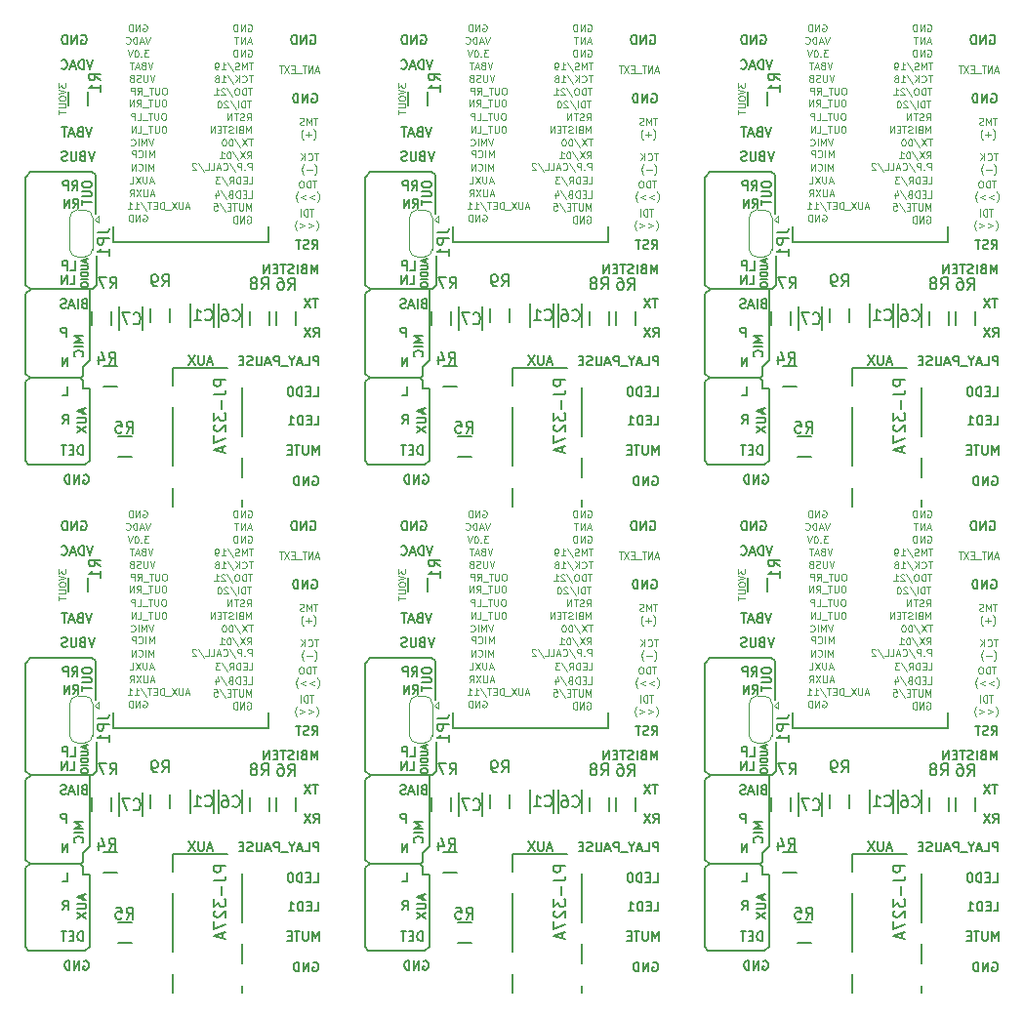
<source format=gbr>
G04 #@! TF.GenerationSoftware,KiCad,Pcbnew,5.0.0-rc2-dev-unknown-b813eac~63~ubuntu16.04.1*
G04 #@! TF.CreationDate,2018-04-08T16:52:17+02:00*
G04 #@! TF.ProjectId,f-6188multi,662D363138386D756C74692E6B696361,rev?*
G04 #@! TF.SameCoordinates,Original*
G04 #@! TF.FileFunction,Legend,Bot*
G04 #@! TF.FilePolarity,Positive*
%FSLAX46Y46*%
G04 Gerber Fmt 4.6, Leading zero omitted, Abs format (unit mm)*
G04 Created by KiCad (PCBNEW 5.0.0-rc2-dev-unknown-b813eac~63~ubuntu16.04.1) date Sun Apr  8 16:52:17 2018*
%MOMM*%
%LPD*%
G01*
G04 APERTURE LIST*
%ADD10C,0.200000*%
%ADD11C,0.150000*%
%ADD12C,0.125000*%
%ADD13C,0.120000*%
%ADD14C,0.100000*%
G04 APERTURE END LIST*
D10*
X173405800Y-115112800D02*
X178714400Y-115112800D01*
D11*
X198284809Y-123907504D02*
X198284809Y-123107504D01*
X198018142Y-123678933D01*
X197751476Y-123107504D01*
X197751476Y-123907504D01*
X197103857Y-123488457D02*
X196989571Y-123526552D01*
X196951476Y-123564647D01*
X196913380Y-123640838D01*
X196913380Y-123755123D01*
X196951476Y-123831314D01*
X196989571Y-123869409D01*
X197065761Y-123907504D01*
X197370523Y-123907504D01*
X197370523Y-123107504D01*
X197103857Y-123107504D01*
X197027666Y-123145600D01*
X196989571Y-123183695D01*
X196951476Y-123259885D01*
X196951476Y-123336076D01*
X196989571Y-123412266D01*
X197027666Y-123450361D01*
X197103857Y-123488457D01*
X197370523Y-123488457D01*
X196570523Y-123907504D02*
X196570523Y-123107504D01*
X196227666Y-123869409D02*
X196113380Y-123907504D01*
X195922904Y-123907504D01*
X195846714Y-123869409D01*
X195808619Y-123831314D01*
X195770523Y-123755123D01*
X195770523Y-123678933D01*
X195808619Y-123602742D01*
X195846714Y-123564647D01*
X195922904Y-123526552D01*
X196075285Y-123488457D01*
X196151476Y-123450361D01*
X196189571Y-123412266D01*
X196227666Y-123336076D01*
X196227666Y-123259885D01*
X196189571Y-123183695D01*
X196151476Y-123145600D01*
X196075285Y-123107504D01*
X195884809Y-123107504D01*
X195770523Y-123145600D01*
X195541952Y-123107504D02*
X195084809Y-123107504D01*
X195313380Y-123907504D02*
X195313380Y-123107504D01*
X194818142Y-123488457D02*
X194551476Y-123488457D01*
X194437190Y-123907504D02*
X194818142Y-123907504D01*
X194818142Y-123107504D01*
X194437190Y-123107504D01*
X194094333Y-123907504D02*
X194094333Y-123107504D01*
X193637190Y-123907504D01*
X193637190Y-123107504D01*
D10*
X178714400Y-115112800D02*
X179044600Y-115366800D01*
X178790600Y-125272800D02*
X173405800Y-125272800D01*
X172974000Y-140157200D02*
X173228000Y-140462000D01*
X179070000Y-115366800D02*
X179070000Y-118719600D01*
D11*
X178733285Y-111220304D02*
X178466619Y-112020304D01*
X178199952Y-111220304D01*
X177666619Y-111601257D02*
X177552333Y-111639352D01*
X177514238Y-111677447D01*
X177476142Y-111753638D01*
X177476142Y-111867923D01*
X177514238Y-111944114D01*
X177552333Y-111982209D01*
X177628523Y-112020304D01*
X177933285Y-112020304D01*
X177933285Y-111220304D01*
X177666619Y-111220304D01*
X177590428Y-111258400D01*
X177552333Y-111296495D01*
X177514238Y-111372685D01*
X177514238Y-111448876D01*
X177552333Y-111525066D01*
X177590428Y-111563161D01*
X177666619Y-111601257D01*
X177933285Y-111601257D01*
X177171380Y-111791733D02*
X176790428Y-111791733D01*
X177247571Y-112020304D02*
X176980904Y-111220304D01*
X176714238Y-112020304D01*
X176561857Y-111220304D02*
X176104714Y-111220304D01*
X176333285Y-112020304D02*
X176333285Y-111220304D01*
D10*
X172974000Y-124917200D02*
X172974000Y-115519200D01*
X178587400Y-131419600D02*
X177927000Y-131978400D01*
X178587400Y-125349000D02*
X178587400Y-131419600D01*
D11*
X197999238Y-137013904D02*
X198380190Y-137013904D01*
X198380190Y-136213904D01*
X197732571Y-136594857D02*
X197465904Y-136594857D01*
X197351619Y-137013904D02*
X197732571Y-137013904D01*
X197732571Y-136213904D01*
X197351619Y-136213904D01*
X197008761Y-137013904D02*
X197008761Y-136213904D01*
X196818285Y-136213904D01*
X196704000Y-136252000D01*
X196627809Y-136328190D01*
X196589714Y-136404380D01*
X196551619Y-136556761D01*
X196551619Y-136671047D01*
X196589714Y-136823428D01*
X196627809Y-136899619D01*
X196704000Y-136975809D01*
X196818285Y-137013904D01*
X197008761Y-137013904D01*
X195789714Y-137013904D02*
X196246857Y-137013904D01*
X196018285Y-137013904D02*
X196018285Y-136213904D01*
X196094476Y-136328190D01*
X196170666Y-136404380D01*
X196246857Y-136442476D01*
X178204800Y-122661514D02*
X178204800Y-122947228D01*
X178376228Y-122604371D02*
X177776228Y-122804371D01*
X178376228Y-123004371D01*
X177776228Y-123204371D02*
X178261942Y-123204371D01*
X178319085Y-123232942D01*
X178347657Y-123261514D01*
X178376228Y-123318657D01*
X178376228Y-123432942D01*
X178347657Y-123490085D01*
X178319085Y-123518657D01*
X178261942Y-123547228D01*
X177776228Y-123547228D01*
X178376228Y-123832942D02*
X177776228Y-123832942D01*
X177776228Y-123975800D01*
X177804800Y-124061514D01*
X177861942Y-124118657D01*
X177919085Y-124147228D01*
X178033371Y-124175800D01*
X178119085Y-124175800D01*
X178233371Y-124147228D01*
X178290514Y-124118657D01*
X178347657Y-124061514D01*
X178376228Y-123975800D01*
X178376228Y-123832942D01*
X178376228Y-124432942D02*
X177776228Y-124432942D01*
X177776228Y-124832942D02*
X177776228Y-124947228D01*
X177804800Y-125004371D01*
X177861942Y-125061514D01*
X177976228Y-125090085D01*
X178176228Y-125090085D01*
X178290514Y-125061514D01*
X178347657Y-125004371D01*
X178376228Y-124947228D01*
X178376228Y-124832942D01*
X178347657Y-124775800D01*
X178290514Y-124718657D01*
X178176228Y-124690085D01*
X177976228Y-124690085D01*
X177861942Y-124718657D01*
X177804800Y-124775800D01*
X177776228Y-124832942D01*
X177984133Y-135661523D02*
X177984133Y-136042476D01*
X178212704Y-135585333D02*
X177412704Y-135852000D01*
X178212704Y-136118666D01*
X177412704Y-136385333D02*
X178060323Y-136385333D01*
X178136514Y-136423428D01*
X178174609Y-136461523D01*
X178212704Y-136537714D01*
X178212704Y-136690095D01*
X178174609Y-136766285D01*
X178136514Y-136804380D01*
X178060323Y-136842476D01*
X177412704Y-136842476D01*
X177412704Y-137147238D02*
X178212704Y-137680571D01*
X177412704Y-137680571D02*
X178212704Y-137147238D01*
D10*
X172974000Y-133273800D02*
X172974000Y-140157200D01*
D11*
X177107828Y-118217904D02*
X177374495Y-117836952D01*
X177564971Y-118217904D02*
X177564971Y-117417904D01*
X177260209Y-117417904D01*
X177184019Y-117456000D01*
X177145923Y-117494095D01*
X177107828Y-117570285D01*
X177107828Y-117684571D01*
X177145923Y-117760761D01*
X177184019Y-117798857D01*
X177260209Y-117836952D01*
X177564971Y-117836952D01*
X176764971Y-118217904D02*
X176764971Y-117417904D01*
X176307828Y-118217904D01*
X176307828Y-117417904D01*
X178828523Y-105378304D02*
X178561857Y-106178304D01*
X178295190Y-105378304D01*
X178028523Y-106178304D02*
X178028523Y-105378304D01*
X177838047Y-105378304D01*
X177723761Y-105416400D01*
X177647571Y-105492590D01*
X177609476Y-105568780D01*
X177571380Y-105721161D01*
X177571380Y-105835447D01*
X177609476Y-105987828D01*
X177647571Y-106064019D01*
X177723761Y-106140209D01*
X177838047Y-106178304D01*
X178028523Y-106178304D01*
X177266619Y-105949733D02*
X176885666Y-105949733D01*
X177342809Y-106178304D02*
X177076142Y-105378304D01*
X176809476Y-106178304D01*
X176085666Y-106102114D02*
X176123761Y-106140209D01*
X176238047Y-106178304D01*
X176314238Y-106178304D01*
X176428523Y-106140209D01*
X176504714Y-106064019D01*
X176542809Y-105987828D01*
X176580904Y-105835447D01*
X176580904Y-105721161D01*
X176542809Y-105568780D01*
X176504714Y-105492590D01*
X176428523Y-105416400D01*
X176314238Y-105378304D01*
X176238047Y-105378304D01*
X176123761Y-105416400D01*
X176085666Y-105454495D01*
X198405580Y-139604704D02*
X198405580Y-138804704D01*
X198138914Y-139376133D01*
X197872247Y-138804704D01*
X197872247Y-139604704D01*
X197491295Y-138804704D02*
X197491295Y-139452323D01*
X197453200Y-139528514D01*
X197415104Y-139566609D01*
X197338914Y-139604704D01*
X197186533Y-139604704D01*
X197110342Y-139566609D01*
X197072247Y-139528514D01*
X197034152Y-139452323D01*
X197034152Y-138804704D01*
X196767485Y-138804704D02*
X196310342Y-138804704D01*
X196538914Y-139604704D02*
X196538914Y-138804704D01*
X196043676Y-139185657D02*
X195777009Y-139185657D01*
X195662723Y-139604704D02*
X196043676Y-139604704D01*
X196043676Y-138804704D01*
X195662723Y-138804704D01*
X177799923Y-103257400D02*
X177876114Y-103219304D01*
X177990400Y-103219304D01*
X178104685Y-103257400D01*
X178180876Y-103333590D01*
X178218971Y-103409780D01*
X178257066Y-103562161D01*
X178257066Y-103676447D01*
X178218971Y-103828828D01*
X178180876Y-103905019D01*
X178104685Y-103981209D01*
X177990400Y-104019304D01*
X177914209Y-104019304D01*
X177799923Y-103981209D01*
X177761828Y-103943114D01*
X177761828Y-103676447D01*
X177914209Y-103676447D01*
X177418971Y-104019304D02*
X177418971Y-103219304D01*
X176961828Y-104019304D01*
X176961828Y-103219304D01*
X176580876Y-104019304D02*
X176580876Y-103219304D01*
X176390400Y-103219304D01*
X176276114Y-103257400D01*
X176199923Y-103333590D01*
X176161828Y-103409780D01*
X176123733Y-103562161D01*
X176123733Y-103676447D01*
X176161828Y-103828828D01*
X176199923Y-103905019D01*
X176276114Y-103981209D01*
X176390400Y-104019304D01*
X176580876Y-104019304D01*
X178047542Y-126511057D02*
X177933257Y-126549152D01*
X177895161Y-126587247D01*
X177857066Y-126663438D01*
X177857066Y-126777723D01*
X177895161Y-126853914D01*
X177933257Y-126892009D01*
X178009447Y-126930104D01*
X178314209Y-126930104D01*
X178314209Y-126130104D01*
X178047542Y-126130104D01*
X177971352Y-126168200D01*
X177933257Y-126206295D01*
X177895161Y-126282485D01*
X177895161Y-126358676D01*
X177933257Y-126434866D01*
X177971352Y-126472961D01*
X178047542Y-126511057D01*
X178314209Y-126511057D01*
X177514209Y-126930104D02*
X177514209Y-126130104D01*
X177171352Y-126701533D02*
X176790400Y-126701533D01*
X177247542Y-126930104D02*
X176980876Y-126130104D01*
X176714209Y-126930104D01*
X176485638Y-126892009D02*
X176371352Y-126930104D01*
X176180876Y-126930104D01*
X176104685Y-126892009D01*
X176066590Y-126853914D01*
X176028495Y-126777723D01*
X176028495Y-126701533D01*
X176066590Y-126625342D01*
X176104685Y-126587247D01*
X176180876Y-126549152D01*
X176333257Y-126511057D01*
X176409447Y-126472961D01*
X176447542Y-126434866D01*
X176485638Y-126358676D01*
X176485638Y-126282485D01*
X176447542Y-126206295D01*
X176409447Y-126168200D01*
X176333257Y-126130104D01*
X176142780Y-126130104D01*
X176028495Y-126168200D01*
D10*
X177927000Y-133908800D02*
X178536600Y-133908800D01*
X173228000Y-140462000D02*
X178155600Y-140462000D01*
X173380400Y-132943600D02*
X172974000Y-133273800D01*
D11*
X197688123Y-103257400D02*
X197764314Y-103219304D01*
X197878600Y-103219304D01*
X197992885Y-103257400D01*
X198069076Y-103333590D01*
X198107171Y-103409780D01*
X198145266Y-103562161D01*
X198145266Y-103676447D01*
X198107171Y-103828828D01*
X198069076Y-103905019D01*
X197992885Y-103981209D01*
X197878600Y-104019304D01*
X197802409Y-104019304D01*
X197688123Y-103981209D01*
X197650028Y-103943114D01*
X197650028Y-103676447D01*
X197802409Y-103676447D01*
X197307171Y-104019304D02*
X197307171Y-103219304D01*
X196850028Y-104019304D01*
X196850028Y-103219304D01*
X196469076Y-104019304D02*
X196469076Y-103219304D01*
X196278600Y-103219304D01*
X196164314Y-103257400D01*
X196088123Y-103333590D01*
X196050028Y-103409780D01*
X196011933Y-103562161D01*
X196011933Y-103676447D01*
X196050028Y-103828828D01*
X196088123Y-103905019D01*
X196164314Y-103981209D01*
X196278600Y-104019304D01*
X196469076Y-104019304D01*
X177984104Y-129343257D02*
X177184104Y-129343257D01*
X177755533Y-129609923D01*
X177184104Y-129876590D01*
X177984104Y-129876590D01*
X177984104Y-130257542D02*
X177184104Y-130257542D01*
X177907914Y-131095638D02*
X177946009Y-131057542D01*
X177984104Y-130943257D01*
X177984104Y-130867066D01*
X177946009Y-130752780D01*
X177869819Y-130676590D01*
X177793628Y-130638495D01*
X177641247Y-130600400D01*
X177526961Y-130600400D01*
X177374580Y-130638495D01*
X177298390Y-130676590D01*
X177222200Y-130752780D01*
X177184104Y-130867066D01*
X177184104Y-130943257D01*
X177222200Y-131057542D01*
X177260295Y-131095638D01*
X189153676Y-131603733D02*
X188772723Y-131603733D01*
X189229866Y-131832304D02*
X188963200Y-131032304D01*
X188696533Y-131832304D01*
X188429866Y-131032304D02*
X188429866Y-131679923D01*
X188391771Y-131756114D01*
X188353676Y-131794209D01*
X188277485Y-131832304D01*
X188125104Y-131832304D01*
X188048914Y-131794209D01*
X188010819Y-131756114D01*
X187972723Y-131679923D01*
X187972723Y-131032304D01*
X187667961Y-131032304D02*
X187134628Y-131832304D01*
X187134628Y-131032304D02*
X187667961Y-131832304D01*
X177939590Y-139630104D02*
X177939590Y-138830104D01*
X177749114Y-138830104D01*
X177634828Y-138868200D01*
X177558638Y-138944390D01*
X177520542Y-139020580D01*
X177482447Y-139172961D01*
X177482447Y-139287247D01*
X177520542Y-139439628D01*
X177558638Y-139515819D01*
X177634828Y-139592009D01*
X177749114Y-139630104D01*
X177939590Y-139630104D01*
X177139590Y-139211057D02*
X176872923Y-139211057D01*
X176758638Y-139630104D02*
X177139590Y-139630104D01*
X177139590Y-138830104D01*
X176758638Y-138830104D01*
X176530066Y-138830104D02*
X176072923Y-138830104D01*
X176301495Y-139630104D02*
X176301495Y-138830104D01*
X176206180Y-136937704D02*
X176472847Y-136556752D01*
X176663323Y-136937704D02*
X176663323Y-136137704D01*
X176358561Y-136137704D01*
X176282371Y-136175800D01*
X176244276Y-136213895D01*
X176206180Y-136290085D01*
X176206180Y-136404371D01*
X176244276Y-136480561D01*
X176282371Y-136518657D01*
X176358561Y-136556752D01*
X176663323Y-136556752D01*
X197948533Y-129393904D02*
X198215200Y-129012952D01*
X198405676Y-129393904D02*
X198405676Y-128593904D01*
X198100914Y-128593904D01*
X198024723Y-128632000D01*
X197986628Y-128670095D01*
X197948533Y-128746285D01*
X197948533Y-128860571D01*
X197986628Y-128936761D01*
X198024723Y-128974857D01*
X198100914Y-129012952D01*
X198405676Y-129012952D01*
X197681866Y-128593904D02*
X197148533Y-129393904D01*
X197148533Y-128593904D02*
X197681866Y-129393904D01*
D12*
X197972285Y-118335728D02*
X197629428Y-118335728D01*
X197800857Y-118935728D02*
X197800857Y-118335728D01*
X197429428Y-118935728D02*
X197429428Y-118335728D01*
X197286571Y-118335728D01*
X197200857Y-118364300D01*
X197143714Y-118421442D01*
X197115142Y-118478585D01*
X197086571Y-118592871D01*
X197086571Y-118678585D01*
X197115142Y-118792871D01*
X197143714Y-118850014D01*
X197200857Y-118907157D01*
X197286571Y-118935728D01*
X197429428Y-118935728D01*
X196829428Y-118935728D02*
X196829428Y-118335728D01*
X198186571Y-120189300D02*
X198215142Y-120160728D01*
X198272285Y-120075014D01*
X198300857Y-120017871D01*
X198329428Y-119932157D01*
X198358000Y-119789300D01*
X198358000Y-119675014D01*
X198329428Y-119532157D01*
X198300857Y-119446442D01*
X198272285Y-119389300D01*
X198215142Y-119303585D01*
X198186571Y-119275014D01*
X197500857Y-119560728D02*
X197958000Y-119732157D01*
X197500857Y-119903585D01*
X196758000Y-119560728D02*
X197215142Y-119732157D01*
X196758000Y-119903585D01*
X196529428Y-120189300D02*
X196500857Y-120160728D01*
X196443714Y-120075014D01*
X196415142Y-120017871D01*
X196386571Y-119932157D01*
X196358000Y-119789300D01*
X196358000Y-119675014D01*
X196386571Y-119532157D01*
X196415142Y-119446442D01*
X196443714Y-119389300D01*
X196500857Y-119303585D01*
X196529428Y-119275014D01*
D10*
X173431200Y-125272800D02*
X172974000Y-125679200D01*
D11*
X176860180Y-123628104D02*
X177241133Y-123628104D01*
X177241133Y-122828104D01*
X176593514Y-123628104D02*
X176593514Y-122828104D01*
X176288752Y-122828104D01*
X176212561Y-122866200D01*
X176174466Y-122904295D01*
X176136371Y-122980485D01*
X176136371Y-123094771D01*
X176174466Y-123170961D01*
X176212561Y-123209057D01*
X176288752Y-123247152D01*
X176593514Y-123247152D01*
D10*
X173405800Y-125272800D02*
X172974000Y-124917200D01*
X179120800Y-124866400D02*
X178790600Y-125272800D01*
X173024800Y-115468400D02*
X173405800Y-115112800D01*
X172974000Y-125679200D02*
X172974000Y-132638800D01*
X177927000Y-132816600D02*
X177774600Y-132943600D01*
X172974000Y-132638800D02*
X173355000Y-132943600D01*
X179120800Y-122377200D02*
X179120800Y-124866400D01*
X178155600Y-140462000D02*
X178536600Y-140131800D01*
X173355000Y-132943600D02*
X177774600Y-132943600D01*
X178536600Y-140131800D02*
X178536600Y-133934200D01*
D11*
X198373571Y-131883104D02*
X198373571Y-131083104D01*
X198068809Y-131083104D01*
X197992619Y-131121200D01*
X197954523Y-131159295D01*
X197916428Y-131235485D01*
X197916428Y-131349771D01*
X197954523Y-131425961D01*
X197992619Y-131464057D01*
X198068809Y-131502152D01*
X198373571Y-131502152D01*
X197192619Y-131883104D02*
X197573571Y-131883104D01*
X197573571Y-131083104D01*
X196964047Y-131654533D02*
X196583095Y-131654533D01*
X197040238Y-131883104D02*
X196773571Y-131083104D01*
X196506904Y-131883104D01*
X196087857Y-131502152D02*
X196087857Y-131883104D01*
X196354523Y-131083104D02*
X196087857Y-131502152D01*
X195821190Y-131083104D01*
X195745000Y-131959295D02*
X195135476Y-131959295D01*
X194945000Y-131883104D02*
X194945000Y-131083104D01*
X194640238Y-131083104D01*
X194564047Y-131121200D01*
X194525952Y-131159295D01*
X194487857Y-131235485D01*
X194487857Y-131349771D01*
X194525952Y-131425961D01*
X194564047Y-131464057D01*
X194640238Y-131502152D01*
X194945000Y-131502152D01*
X194183095Y-131654533D02*
X193802142Y-131654533D01*
X194259285Y-131883104D02*
X193992619Y-131083104D01*
X193725952Y-131883104D01*
X193459285Y-131083104D02*
X193459285Y-131730723D01*
X193421190Y-131806914D01*
X193383095Y-131845009D01*
X193306904Y-131883104D01*
X193154523Y-131883104D01*
X193078333Y-131845009D01*
X193040238Y-131806914D01*
X193002142Y-131730723D01*
X193002142Y-131083104D01*
X192659285Y-131845009D02*
X192545000Y-131883104D01*
X192354523Y-131883104D01*
X192278333Y-131845009D01*
X192240238Y-131806914D01*
X192202142Y-131730723D01*
X192202142Y-131654533D01*
X192240238Y-131578342D01*
X192278333Y-131540247D01*
X192354523Y-131502152D01*
X192506904Y-131464057D01*
X192583095Y-131425961D01*
X192621190Y-131387866D01*
X192659285Y-131311676D01*
X192659285Y-131235485D01*
X192621190Y-131159295D01*
X192583095Y-131121200D01*
X192506904Y-131083104D01*
X192316428Y-131083104D01*
X192202142Y-131121200D01*
X191859285Y-131464057D02*
X191592619Y-131464057D01*
X191478333Y-131883104D02*
X191859285Y-131883104D01*
X191859285Y-131083104D01*
X191478333Y-131083104D01*
D10*
X177927000Y-131978400D02*
X177927000Y-132816600D01*
X177723800Y-132969000D02*
X177927000Y-133223000D01*
X177927000Y-133223000D02*
X177927000Y-133908800D01*
D11*
X177012580Y-116668504D02*
X177279247Y-116287552D01*
X177469723Y-116668504D02*
X177469723Y-115868504D01*
X177164961Y-115868504D01*
X177088771Y-115906600D01*
X177050676Y-115944695D01*
X177012580Y-116020885D01*
X177012580Y-116135171D01*
X177050676Y-116211361D01*
X177088771Y-116249457D01*
X177164961Y-116287552D01*
X177469723Y-116287552D01*
X176669723Y-116668504D02*
X176669723Y-115868504D01*
X176364961Y-115868504D01*
X176288771Y-115906600D01*
X176250676Y-115944695D01*
X176212580Y-116020885D01*
X176212580Y-116135171D01*
X176250676Y-116211361D01*
X176288771Y-116249457D01*
X176364961Y-116287552D01*
X176669723Y-116287552D01*
X177895304Y-116090800D02*
X177895304Y-116243180D01*
X177933400Y-116319371D01*
X178009590Y-116395561D01*
X178161971Y-116433657D01*
X178428638Y-116433657D01*
X178581019Y-116395561D01*
X178657209Y-116319371D01*
X178695304Y-116243180D01*
X178695304Y-116090800D01*
X178657209Y-116014609D01*
X178581019Y-115938419D01*
X178428638Y-115900323D01*
X178161971Y-115900323D01*
X178009590Y-115938419D01*
X177933400Y-116014609D01*
X177895304Y-116090800D01*
X177895304Y-116776514D02*
X178542923Y-116776514D01*
X178619114Y-116814609D01*
X178657209Y-116852704D01*
X178695304Y-116928895D01*
X178695304Y-117081276D01*
X178657209Y-117157466D01*
X178619114Y-117195561D01*
X178542923Y-117233657D01*
X177895304Y-117233657D01*
X177895304Y-117500323D02*
X177895304Y-117957466D01*
X178695304Y-117728895D02*
X177895304Y-117728895D01*
D12*
X198397600Y-106322800D02*
X198111885Y-106322800D01*
X198454742Y-106494228D02*
X198254742Y-105894228D01*
X198054742Y-106494228D01*
X197854742Y-106494228D02*
X197854742Y-105894228D01*
X197511885Y-106494228D01*
X197511885Y-105894228D01*
X197311885Y-105894228D02*
X196969028Y-105894228D01*
X197140457Y-106494228D02*
X197140457Y-105894228D01*
X196911885Y-106551371D02*
X196454742Y-106551371D01*
X196311885Y-106179942D02*
X196111885Y-106179942D01*
X196026171Y-106494228D02*
X196311885Y-106494228D01*
X196311885Y-105894228D01*
X196026171Y-105894228D01*
X195826171Y-105894228D02*
X195426171Y-106494228D01*
X195426171Y-105894228D02*
X195826171Y-106494228D01*
X195283314Y-105894228D02*
X194940457Y-105894228D01*
X195111885Y-106494228D02*
X195111885Y-105894228D01*
X198310400Y-110436328D02*
X197967542Y-110436328D01*
X198138971Y-111036328D02*
X198138971Y-110436328D01*
X197767542Y-111036328D02*
X197767542Y-110436328D01*
X197567542Y-110864900D01*
X197367542Y-110436328D01*
X197367542Y-111036328D01*
X197110400Y-111007757D02*
X197024685Y-111036328D01*
X196881828Y-111036328D01*
X196824685Y-111007757D01*
X196796114Y-110979185D01*
X196767542Y-110922042D01*
X196767542Y-110864900D01*
X196796114Y-110807757D01*
X196824685Y-110779185D01*
X196881828Y-110750614D01*
X196996114Y-110722042D01*
X197053257Y-110693471D01*
X197081828Y-110664900D01*
X197110400Y-110607757D01*
X197110400Y-110550614D01*
X197081828Y-110493471D01*
X197053257Y-110464900D01*
X196996114Y-110436328D01*
X196853257Y-110436328D01*
X196767542Y-110464900D01*
X197967542Y-112289900D02*
X197996114Y-112261328D01*
X198053257Y-112175614D01*
X198081828Y-112118471D01*
X198110400Y-112032757D01*
X198138971Y-111889900D01*
X198138971Y-111775614D01*
X198110400Y-111632757D01*
X198081828Y-111547042D01*
X198053257Y-111489900D01*
X197996114Y-111404185D01*
X197967542Y-111375614D01*
X197738971Y-111832757D02*
X197281828Y-111832757D01*
X197510400Y-112061328D02*
X197510400Y-111604185D01*
X197053257Y-112289900D02*
X197024685Y-112261328D01*
X196967542Y-112175614D01*
X196938971Y-112118471D01*
X196910400Y-112032757D01*
X196881828Y-111889900D01*
X196881828Y-111775614D01*
X196910400Y-111632757D01*
X196938971Y-111547042D01*
X196967542Y-111489900D01*
X197024685Y-111404185D01*
X197053257Y-111375614D01*
D11*
X178961866Y-113328504D02*
X178695200Y-114128504D01*
X178428533Y-113328504D01*
X177895200Y-113709457D02*
X177780914Y-113747552D01*
X177742819Y-113785647D01*
X177704723Y-113861838D01*
X177704723Y-113976123D01*
X177742819Y-114052314D01*
X177780914Y-114090409D01*
X177857104Y-114128504D01*
X178161866Y-114128504D01*
X178161866Y-113328504D01*
X177895200Y-113328504D01*
X177819009Y-113366600D01*
X177780914Y-113404695D01*
X177742819Y-113480885D01*
X177742819Y-113557076D01*
X177780914Y-113633266D01*
X177819009Y-113671361D01*
X177895200Y-113709457D01*
X178161866Y-113709457D01*
X177361866Y-113328504D02*
X177361866Y-113976123D01*
X177323771Y-114052314D01*
X177285676Y-114090409D01*
X177209485Y-114128504D01*
X177057104Y-114128504D01*
X176980914Y-114090409D01*
X176942819Y-114052314D01*
X176904723Y-113976123D01*
X176904723Y-113328504D01*
X176561866Y-114090409D02*
X176447580Y-114128504D01*
X176257104Y-114128504D01*
X176180914Y-114090409D01*
X176142819Y-114052314D01*
X176104723Y-113976123D01*
X176104723Y-113899933D01*
X176142819Y-113823742D01*
X176180914Y-113785647D01*
X176257104Y-113747552D01*
X176409485Y-113709457D01*
X176485676Y-113671361D01*
X176523771Y-113633266D01*
X176561866Y-113557076D01*
X176561866Y-113480885D01*
X176523771Y-113404695D01*
X176485676Y-113366600D01*
X176409485Y-113328504D01*
X176219009Y-113328504D01*
X176104723Y-113366600D01*
X198348523Y-126079304D02*
X197891380Y-126079304D01*
X198119952Y-126879304D02*
X198119952Y-126079304D01*
X197700904Y-126079304D02*
X197167571Y-126879304D01*
X197167571Y-126079304D02*
X197700904Y-126879304D01*
X197916723Y-141509800D02*
X197992914Y-141471704D01*
X198107200Y-141471704D01*
X198221485Y-141509800D01*
X198297676Y-141585990D01*
X198335771Y-141662180D01*
X198373866Y-141814561D01*
X198373866Y-141928847D01*
X198335771Y-142081228D01*
X198297676Y-142157419D01*
X198221485Y-142233609D01*
X198107200Y-142271704D01*
X198031009Y-142271704D01*
X197916723Y-142233609D01*
X197878628Y-142195514D01*
X197878628Y-141928847D01*
X198031009Y-141928847D01*
X197535771Y-142271704D02*
X197535771Y-141471704D01*
X197078628Y-142271704D01*
X197078628Y-141471704D01*
X196697676Y-142271704D02*
X196697676Y-141471704D01*
X196507200Y-141471704D01*
X196392914Y-141509800D01*
X196316723Y-141585990D01*
X196278628Y-141662180D01*
X196240533Y-141814561D01*
X196240533Y-141928847D01*
X196278628Y-142081228D01*
X196316723Y-142157419D01*
X196392914Y-142233609D01*
X196507200Y-142271704D01*
X196697676Y-142271704D01*
X197840523Y-108337400D02*
X197916714Y-108299304D01*
X198031000Y-108299304D01*
X198145285Y-108337400D01*
X198221476Y-108413590D01*
X198259571Y-108489780D01*
X198297666Y-108642161D01*
X198297666Y-108756447D01*
X198259571Y-108908828D01*
X198221476Y-108985019D01*
X198145285Y-109061209D01*
X198031000Y-109099304D01*
X197954809Y-109099304D01*
X197840523Y-109061209D01*
X197802428Y-109023114D01*
X197802428Y-108756447D01*
X197954809Y-108756447D01*
X197459571Y-109099304D02*
X197459571Y-108299304D01*
X197002428Y-109099304D01*
X197002428Y-108299304D01*
X196621476Y-109099304D02*
X196621476Y-108299304D01*
X196431000Y-108299304D01*
X196316714Y-108337400D01*
X196240523Y-108413590D01*
X196202428Y-108489780D01*
X196164333Y-108642161D01*
X196164333Y-108756447D01*
X196202428Y-108908828D01*
X196240523Y-108985019D01*
X196316714Y-109061209D01*
X196431000Y-109099304D01*
X196621476Y-109099304D01*
X176485523Y-129393904D02*
X176485523Y-128593904D01*
X176180761Y-128593904D01*
X176104571Y-128632000D01*
X176066476Y-128670095D01*
X176028380Y-128746285D01*
X176028380Y-128860571D01*
X176066476Y-128936761D01*
X176104571Y-128974857D01*
X176180761Y-129012952D01*
X176485523Y-129012952D01*
X176828428Y-124821904D02*
X177209380Y-124821904D01*
X177209380Y-124021904D01*
X176561761Y-124821904D02*
X176561761Y-124021904D01*
X176104619Y-124821904D01*
X176104619Y-124021904D01*
X176606171Y-131959304D02*
X176606171Y-131159304D01*
X176149028Y-131959304D01*
X176149028Y-131159304D01*
D12*
X175871228Y-107397714D02*
X175871228Y-107769142D01*
X176099800Y-107569142D01*
X176099800Y-107654857D01*
X176128371Y-107712000D01*
X176156942Y-107740571D01*
X176214085Y-107769142D01*
X176356942Y-107769142D01*
X176414085Y-107740571D01*
X176442657Y-107712000D01*
X176471228Y-107654857D01*
X176471228Y-107483428D01*
X176442657Y-107426285D01*
X176414085Y-107397714D01*
X175871228Y-107940571D02*
X176471228Y-108140571D01*
X175871228Y-108340571D01*
X175871228Y-108654857D02*
X175871228Y-108769142D01*
X175899800Y-108826285D01*
X175956942Y-108883428D01*
X176071228Y-108912000D01*
X176271228Y-108912000D01*
X176385514Y-108883428D01*
X176442657Y-108826285D01*
X176471228Y-108769142D01*
X176471228Y-108654857D01*
X176442657Y-108597714D01*
X176385514Y-108540571D01*
X176271228Y-108512000D01*
X176071228Y-108512000D01*
X175956942Y-108540571D01*
X175899800Y-108597714D01*
X175871228Y-108654857D01*
X175871228Y-109169142D02*
X176356942Y-109169142D01*
X176414085Y-109197714D01*
X176442657Y-109226285D01*
X176471228Y-109283428D01*
X176471228Y-109397714D01*
X176442657Y-109454857D01*
X176414085Y-109483428D01*
X176356942Y-109512000D01*
X175871228Y-109512000D01*
X175871228Y-109712000D02*
X175871228Y-110054857D01*
X176471228Y-109883428D02*
X175871228Y-109883428D01*
X198219914Y-115871928D02*
X197877057Y-115871928D01*
X198048485Y-116471928D02*
X198048485Y-115871928D01*
X197677057Y-116471928D02*
X197677057Y-115871928D01*
X197534200Y-115871928D01*
X197448485Y-115900500D01*
X197391342Y-115957642D01*
X197362771Y-116014785D01*
X197334200Y-116129071D01*
X197334200Y-116214785D01*
X197362771Y-116329071D01*
X197391342Y-116386214D01*
X197448485Y-116443357D01*
X197534200Y-116471928D01*
X197677057Y-116471928D01*
X196962771Y-115871928D02*
X196848485Y-115871928D01*
X196791342Y-115900500D01*
X196734200Y-115957642D01*
X196705628Y-116071928D01*
X196705628Y-116271928D01*
X196734200Y-116386214D01*
X196791342Y-116443357D01*
X196848485Y-116471928D01*
X196962771Y-116471928D01*
X197019914Y-116443357D01*
X197077057Y-116386214D01*
X197105628Y-116271928D01*
X197105628Y-116071928D01*
X197077057Y-115957642D01*
X197019914Y-115900500D01*
X196962771Y-115871928D01*
X198262771Y-117725500D02*
X198291342Y-117696928D01*
X198348485Y-117611214D01*
X198377057Y-117554071D01*
X198405628Y-117468357D01*
X198434200Y-117325500D01*
X198434200Y-117211214D01*
X198405628Y-117068357D01*
X198377057Y-116982642D01*
X198348485Y-116925500D01*
X198291342Y-116839785D01*
X198262771Y-116811214D01*
X198034200Y-117096928D02*
X197577057Y-117268357D01*
X198034200Y-117439785D01*
X197291342Y-117096928D02*
X196834200Y-117268357D01*
X197291342Y-117439785D01*
X196605628Y-117725500D02*
X196577057Y-117696928D01*
X196519914Y-117611214D01*
X196491342Y-117554071D01*
X196462771Y-117468357D01*
X196434200Y-117325500D01*
X196434200Y-117211214D01*
X196462771Y-117068357D01*
X196491342Y-116982642D01*
X196519914Y-116925500D01*
X196577057Y-116839785D01*
X196605628Y-116811214D01*
D11*
X178028523Y-141382800D02*
X178104714Y-141344704D01*
X178219000Y-141344704D01*
X178333285Y-141382800D01*
X178409476Y-141458990D01*
X178447571Y-141535180D01*
X178485666Y-141687561D01*
X178485666Y-141801847D01*
X178447571Y-141954228D01*
X178409476Y-142030419D01*
X178333285Y-142106609D01*
X178219000Y-142144704D01*
X178142809Y-142144704D01*
X178028523Y-142106609D01*
X177990428Y-142068514D01*
X177990428Y-141801847D01*
X178142809Y-141801847D01*
X177647571Y-142144704D02*
X177647571Y-141344704D01*
X177190428Y-142144704D01*
X177190428Y-141344704D01*
X176809476Y-142144704D02*
X176809476Y-141344704D01*
X176619000Y-141344704D01*
X176504714Y-141382800D01*
X176428523Y-141458990D01*
X176390428Y-141535180D01*
X176352333Y-141687561D01*
X176352333Y-141801847D01*
X176390428Y-141954228D01*
X176428523Y-142030419D01*
X176504714Y-142106609D01*
X176619000Y-142144704D01*
X176809476Y-142144704D01*
D12*
X198358028Y-113484328D02*
X198015171Y-113484328D01*
X198186600Y-114084328D02*
X198186600Y-113484328D01*
X197472314Y-114027185D02*
X197500885Y-114055757D01*
X197586600Y-114084328D01*
X197643742Y-114084328D01*
X197729457Y-114055757D01*
X197786600Y-113998614D01*
X197815171Y-113941471D01*
X197843742Y-113827185D01*
X197843742Y-113741471D01*
X197815171Y-113627185D01*
X197786600Y-113570042D01*
X197729457Y-113512900D01*
X197643742Y-113484328D01*
X197586600Y-113484328D01*
X197500885Y-113512900D01*
X197472314Y-113541471D01*
X197215171Y-114084328D02*
X197215171Y-113484328D01*
X196872314Y-114084328D02*
X197129457Y-113741471D01*
X196872314Y-113484328D02*
X197215171Y-113827185D01*
X198043742Y-115337900D02*
X198072314Y-115309328D01*
X198129457Y-115223614D01*
X198158028Y-115166471D01*
X198186600Y-115080757D01*
X198215171Y-114937900D01*
X198215171Y-114823614D01*
X198186600Y-114680757D01*
X198158028Y-114595042D01*
X198129457Y-114537900D01*
X198072314Y-114452185D01*
X198043742Y-114423614D01*
X197815171Y-114880757D02*
X197358028Y-114880757D01*
X197129457Y-115337900D02*
X197100885Y-115309328D01*
X197043742Y-115223614D01*
X197015171Y-115166471D01*
X196986600Y-115080757D01*
X196958028Y-114937900D01*
X196958028Y-114823614D01*
X196986600Y-114680757D01*
X197015171Y-114595042D01*
X197043742Y-114537900D01*
X197100885Y-114452185D01*
X197129457Y-114423614D01*
D11*
X176206180Y-134473904D02*
X176587133Y-134473904D01*
X176587133Y-133673904D01*
X197948438Y-134550104D02*
X198329390Y-134550104D01*
X198329390Y-133750104D01*
X197681771Y-134131057D02*
X197415104Y-134131057D01*
X197300819Y-134550104D02*
X197681771Y-134550104D01*
X197681771Y-133750104D01*
X197300819Y-133750104D01*
X196957961Y-134550104D02*
X196957961Y-133750104D01*
X196767485Y-133750104D01*
X196653200Y-133788200D01*
X196577009Y-133864390D01*
X196538914Y-133940580D01*
X196500819Y-134092961D01*
X196500819Y-134207247D01*
X196538914Y-134359628D01*
X196577009Y-134435819D01*
X196653200Y-134512009D01*
X196767485Y-134550104D01*
X196957961Y-134550104D01*
X196005580Y-133750104D02*
X195929390Y-133750104D01*
X195853200Y-133788200D01*
X195815104Y-133826295D01*
X195777009Y-133902485D01*
X195738914Y-134054866D01*
X195738914Y-134245342D01*
X195777009Y-134397723D01*
X195815104Y-134473914D01*
X195853200Y-134512009D01*
X195929390Y-134550104D01*
X196005580Y-134550104D01*
X196081771Y-134512009D01*
X196119866Y-134473914D01*
X196157961Y-134397723D01*
X196196057Y-134245342D01*
X196196057Y-134054866D01*
X196157961Y-133902485D01*
X196119866Y-133826295D01*
X196081771Y-133788200D01*
X196005580Y-133750104D01*
X197846895Y-121773904D02*
X198113561Y-121392952D01*
X198304038Y-121773904D02*
X198304038Y-120973904D01*
X197999276Y-120973904D01*
X197923085Y-121012000D01*
X197884990Y-121050095D01*
X197846895Y-121126285D01*
X197846895Y-121240571D01*
X197884990Y-121316761D01*
X197923085Y-121354857D01*
X197999276Y-121392952D01*
X198304038Y-121392952D01*
X197542133Y-121735809D02*
X197427847Y-121773904D01*
X197237371Y-121773904D01*
X197161180Y-121735809D01*
X197123085Y-121697714D01*
X197084990Y-121621523D01*
X197084990Y-121545333D01*
X197123085Y-121469142D01*
X197161180Y-121431047D01*
X197237371Y-121392952D01*
X197389752Y-121354857D01*
X197465942Y-121316761D01*
X197504038Y-121278666D01*
X197542133Y-121202476D01*
X197542133Y-121126285D01*
X197504038Y-121050095D01*
X197465942Y-121012000D01*
X197389752Y-120973904D01*
X197199276Y-120973904D01*
X197084990Y-121012000D01*
X196856419Y-120973904D02*
X196399276Y-120973904D01*
X196627847Y-121773904D02*
X196627847Y-120973904D01*
D10*
X143941800Y-115112800D02*
X149250400Y-115112800D01*
D11*
X168820809Y-123907504D02*
X168820809Y-123107504D01*
X168554142Y-123678933D01*
X168287476Y-123107504D01*
X168287476Y-123907504D01*
X167639857Y-123488457D02*
X167525571Y-123526552D01*
X167487476Y-123564647D01*
X167449380Y-123640838D01*
X167449380Y-123755123D01*
X167487476Y-123831314D01*
X167525571Y-123869409D01*
X167601761Y-123907504D01*
X167906523Y-123907504D01*
X167906523Y-123107504D01*
X167639857Y-123107504D01*
X167563666Y-123145600D01*
X167525571Y-123183695D01*
X167487476Y-123259885D01*
X167487476Y-123336076D01*
X167525571Y-123412266D01*
X167563666Y-123450361D01*
X167639857Y-123488457D01*
X167906523Y-123488457D01*
X167106523Y-123907504D02*
X167106523Y-123107504D01*
X166763666Y-123869409D02*
X166649380Y-123907504D01*
X166458904Y-123907504D01*
X166382714Y-123869409D01*
X166344619Y-123831314D01*
X166306523Y-123755123D01*
X166306523Y-123678933D01*
X166344619Y-123602742D01*
X166382714Y-123564647D01*
X166458904Y-123526552D01*
X166611285Y-123488457D01*
X166687476Y-123450361D01*
X166725571Y-123412266D01*
X166763666Y-123336076D01*
X166763666Y-123259885D01*
X166725571Y-123183695D01*
X166687476Y-123145600D01*
X166611285Y-123107504D01*
X166420809Y-123107504D01*
X166306523Y-123145600D01*
X166077952Y-123107504D02*
X165620809Y-123107504D01*
X165849380Y-123907504D02*
X165849380Y-123107504D01*
X165354142Y-123488457D02*
X165087476Y-123488457D01*
X164973190Y-123907504D02*
X165354142Y-123907504D01*
X165354142Y-123107504D01*
X164973190Y-123107504D01*
X164630333Y-123907504D02*
X164630333Y-123107504D01*
X164173190Y-123907504D01*
X164173190Y-123107504D01*
D10*
X149250400Y-115112800D02*
X149580600Y-115366800D01*
X149326600Y-125272800D02*
X143941800Y-125272800D01*
X143510000Y-140157200D02*
X143764000Y-140462000D01*
X149606000Y-115366800D02*
X149606000Y-118719600D01*
D11*
X149269285Y-111220304D02*
X149002619Y-112020304D01*
X148735952Y-111220304D01*
X148202619Y-111601257D02*
X148088333Y-111639352D01*
X148050238Y-111677447D01*
X148012142Y-111753638D01*
X148012142Y-111867923D01*
X148050238Y-111944114D01*
X148088333Y-111982209D01*
X148164523Y-112020304D01*
X148469285Y-112020304D01*
X148469285Y-111220304D01*
X148202619Y-111220304D01*
X148126428Y-111258400D01*
X148088333Y-111296495D01*
X148050238Y-111372685D01*
X148050238Y-111448876D01*
X148088333Y-111525066D01*
X148126428Y-111563161D01*
X148202619Y-111601257D01*
X148469285Y-111601257D01*
X147707380Y-111791733D02*
X147326428Y-111791733D01*
X147783571Y-112020304D02*
X147516904Y-111220304D01*
X147250238Y-112020304D01*
X147097857Y-111220304D02*
X146640714Y-111220304D01*
X146869285Y-112020304D02*
X146869285Y-111220304D01*
D10*
X143510000Y-124917200D02*
X143510000Y-115519200D01*
X149123400Y-131419600D02*
X148463000Y-131978400D01*
X149123400Y-125349000D02*
X149123400Y-131419600D01*
D11*
X168535238Y-137013904D02*
X168916190Y-137013904D01*
X168916190Y-136213904D01*
X168268571Y-136594857D02*
X168001904Y-136594857D01*
X167887619Y-137013904D02*
X168268571Y-137013904D01*
X168268571Y-136213904D01*
X167887619Y-136213904D01*
X167544761Y-137013904D02*
X167544761Y-136213904D01*
X167354285Y-136213904D01*
X167240000Y-136252000D01*
X167163809Y-136328190D01*
X167125714Y-136404380D01*
X167087619Y-136556761D01*
X167087619Y-136671047D01*
X167125714Y-136823428D01*
X167163809Y-136899619D01*
X167240000Y-136975809D01*
X167354285Y-137013904D01*
X167544761Y-137013904D01*
X166325714Y-137013904D02*
X166782857Y-137013904D01*
X166554285Y-137013904D02*
X166554285Y-136213904D01*
X166630476Y-136328190D01*
X166706666Y-136404380D01*
X166782857Y-136442476D01*
X148740800Y-122661514D02*
X148740800Y-122947228D01*
X148912228Y-122604371D02*
X148312228Y-122804371D01*
X148912228Y-123004371D01*
X148312228Y-123204371D02*
X148797942Y-123204371D01*
X148855085Y-123232942D01*
X148883657Y-123261514D01*
X148912228Y-123318657D01*
X148912228Y-123432942D01*
X148883657Y-123490085D01*
X148855085Y-123518657D01*
X148797942Y-123547228D01*
X148312228Y-123547228D01*
X148912228Y-123832942D02*
X148312228Y-123832942D01*
X148312228Y-123975800D01*
X148340800Y-124061514D01*
X148397942Y-124118657D01*
X148455085Y-124147228D01*
X148569371Y-124175800D01*
X148655085Y-124175800D01*
X148769371Y-124147228D01*
X148826514Y-124118657D01*
X148883657Y-124061514D01*
X148912228Y-123975800D01*
X148912228Y-123832942D01*
X148912228Y-124432942D02*
X148312228Y-124432942D01*
X148312228Y-124832942D02*
X148312228Y-124947228D01*
X148340800Y-125004371D01*
X148397942Y-125061514D01*
X148512228Y-125090085D01*
X148712228Y-125090085D01*
X148826514Y-125061514D01*
X148883657Y-125004371D01*
X148912228Y-124947228D01*
X148912228Y-124832942D01*
X148883657Y-124775800D01*
X148826514Y-124718657D01*
X148712228Y-124690085D01*
X148512228Y-124690085D01*
X148397942Y-124718657D01*
X148340800Y-124775800D01*
X148312228Y-124832942D01*
X148520133Y-135661523D02*
X148520133Y-136042476D01*
X148748704Y-135585333D02*
X147948704Y-135852000D01*
X148748704Y-136118666D01*
X147948704Y-136385333D02*
X148596323Y-136385333D01*
X148672514Y-136423428D01*
X148710609Y-136461523D01*
X148748704Y-136537714D01*
X148748704Y-136690095D01*
X148710609Y-136766285D01*
X148672514Y-136804380D01*
X148596323Y-136842476D01*
X147948704Y-136842476D01*
X147948704Y-137147238D02*
X148748704Y-137680571D01*
X147948704Y-137680571D02*
X148748704Y-137147238D01*
D10*
X143510000Y-133273800D02*
X143510000Y-140157200D01*
D11*
X147643828Y-118217904D02*
X147910495Y-117836952D01*
X148100971Y-118217904D02*
X148100971Y-117417904D01*
X147796209Y-117417904D01*
X147720019Y-117456000D01*
X147681923Y-117494095D01*
X147643828Y-117570285D01*
X147643828Y-117684571D01*
X147681923Y-117760761D01*
X147720019Y-117798857D01*
X147796209Y-117836952D01*
X148100971Y-117836952D01*
X147300971Y-118217904D02*
X147300971Y-117417904D01*
X146843828Y-118217904D01*
X146843828Y-117417904D01*
X149364523Y-105378304D02*
X149097857Y-106178304D01*
X148831190Y-105378304D01*
X148564523Y-106178304D02*
X148564523Y-105378304D01*
X148374047Y-105378304D01*
X148259761Y-105416400D01*
X148183571Y-105492590D01*
X148145476Y-105568780D01*
X148107380Y-105721161D01*
X148107380Y-105835447D01*
X148145476Y-105987828D01*
X148183571Y-106064019D01*
X148259761Y-106140209D01*
X148374047Y-106178304D01*
X148564523Y-106178304D01*
X147802619Y-105949733D02*
X147421666Y-105949733D01*
X147878809Y-106178304D02*
X147612142Y-105378304D01*
X147345476Y-106178304D01*
X146621666Y-106102114D02*
X146659761Y-106140209D01*
X146774047Y-106178304D01*
X146850238Y-106178304D01*
X146964523Y-106140209D01*
X147040714Y-106064019D01*
X147078809Y-105987828D01*
X147116904Y-105835447D01*
X147116904Y-105721161D01*
X147078809Y-105568780D01*
X147040714Y-105492590D01*
X146964523Y-105416400D01*
X146850238Y-105378304D01*
X146774047Y-105378304D01*
X146659761Y-105416400D01*
X146621666Y-105454495D01*
X168941580Y-139604704D02*
X168941580Y-138804704D01*
X168674914Y-139376133D01*
X168408247Y-138804704D01*
X168408247Y-139604704D01*
X168027295Y-138804704D02*
X168027295Y-139452323D01*
X167989200Y-139528514D01*
X167951104Y-139566609D01*
X167874914Y-139604704D01*
X167722533Y-139604704D01*
X167646342Y-139566609D01*
X167608247Y-139528514D01*
X167570152Y-139452323D01*
X167570152Y-138804704D01*
X167303485Y-138804704D02*
X166846342Y-138804704D01*
X167074914Y-139604704D02*
X167074914Y-138804704D01*
X166579676Y-139185657D02*
X166313009Y-139185657D01*
X166198723Y-139604704D02*
X166579676Y-139604704D01*
X166579676Y-138804704D01*
X166198723Y-138804704D01*
X148335923Y-103257400D02*
X148412114Y-103219304D01*
X148526400Y-103219304D01*
X148640685Y-103257400D01*
X148716876Y-103333590D01*
X148754971Y-103409780D01*
X148793066Y-103562161D01*
X148793066Y-103676447D01*
X148754971Y-103828828D01*
X148716876Y-103905019D01*
X148640685Y-103981209D01*
X148526400Y-104019304D01*
X148450209Y-104019304D01*
X148335923Y-103981209D01*
X148297828Y-103943114D01*
X148297828Y-103676447D01*
X148450209Y-103676447D01*
X147954971Y-104019304D02*
X147954971Y-103219304D01*
X147497828Y-104019304D01*
X147497828Y-103219304D01*
X147116876Y-104019304D02*
X147116876Y-103219304D01*
X146926400Y-103219304D01*
X146812114Y-103257400D01*
X146735923Y-103333590D01*
X146697828Y-103409780D01*
X146659733Y-103562161D01*
X146659733Y-103676447D01*
X146697828Y-103828828D01*
X146735923Y-103905019D01*
X146812114Y-103981209D01*
X146926400Y-104019304D01*
X147116876Y-104019304D01*
X148583542Y-126511057D02*
X148469257Y-126549152D01*
X148431161Y-126587247D01*
X148393066Y-126663438D01*
X148393066Y-126777723D01*
X148431161Y-126853914D01*
X148469257Y-126892009D01*
X148545447Y-126930104D01*
X148850209Y-126930104D01*
X148850209Y-126130104D01*
X148583542Y-126130104D01*
X148507352Y-126168200D01*
X148469257Y-126206295D01*
X148431161Y-126282485D01*
X148431161Y-126358676D01*
X148469257Y-126434866D01*
X148507352Y-126472961D01*
X148583542Y-126511057D01*
X148850209Y-126511057D01*
X148050209Y-126930104D02*
X148050209Y-126130104D01*
X147707352Y-126701533D02*
X147326400Y-126701533D01*
X147783542Y-126930104D02*
X147516876Y-126130104D01*
X147250209Y-126930104D01*
X147021638Y-126892009D02*
X146907352Y-126930104D01*
X146716876Y-126930104D01*
X146640685Y-126892009D01*
X146602590Y-126853914D01*
X146564495Y-126777723D01*
X146564495Y-126701533D01*
X146602590Y-126625342D01*
X146640685Y-126587247D01*
X146716876Y-126549152D01*
X146869257Y-126511057D01*
X146945447Y-126472961D01*
X146983542Y-126434866D01*
X147021638Y-126358676D01*
X147021638Y-126282485D01*
X146983542Y-126206295D01*
X146945447Y-126168200D01*
X146869257Y-126130104D01*
X146678780Y-126130104D01*
X146564495Y-126168200D01*
D10*
X148463000Y-133908800D02*
X149072600Y-133908800D01*
X143764000Y-140462000D02*
X148691600Y-140462000D01*
X143916400Y-132943600D02*
X143510000Y-133273800D01*
D11*
X168224123Y-103257400D02*
X168300314Y-103219304D01*
X168414600Y-103219304D01*
X168528885Y-103257400D01*
X168605076Y-103333590D01*
X168643171Y-103409780D01*
X168681266Y-103562161D01*
X168681266Y-103676447D01*
X168643171Y-103828828D01*
X168605076Y-103905019D01*
X168528885Y-103981209D01*
X168414600Y-104019304D01*
X168338409Y-104019304D01*
X168224123Y-103981209D01*
X168186028Y-103943114D01*
X168186028Y-103676447D01*
X168338409Y-103676447D01*
X167843171Y-104019304D02*
X167843171Y-103219304D01*
X167386028Y-104019304D01*
X167386028Y-103219304D01*
X167005076Y-104019304D02*
X167005076Y-103219304D01*
X166814600Y-103219304D01*
X166700314Y-103257400D01*
X166624123Y-103333590D01*
X166586028Y-103409780D01*
X166547933Y-103562161D01*
X166547933Y-103676447D01*
X166586028Y-103828828D01*
X166624123Y-103905019D01*
X166700314Y-103981209D01*
X166814600Y-104019304D01*
X167005076Y-104019304D01*
X148520104Y-129343257D02*
X147720104Y-129343257D01*
X148291533Y-129609923D01*
X147720104Y-129876590D01*
X148520104Y-129876590D01*
X148520104Y-130257542D02*
X147720104Y-130257542D01*
X148443914Y-131095638D02*
X148482009Y-131057542D01*
X148520104Y-130943257D01*
X148520104Y-130867066D01*
X148482009Y-130752780D01*
X148405819Y-130676590D01*
X148329628Y-130638495D01*
X148177247Y-130600400D01*
X148062961Y-130600400D01*
X147910580Y-130638495D01*
X147834390Y-130676590D01*
X147758200Y-130752780D01*
X147720104Y-130867066D01*
X147720104Y-130943257D01*
X147758200Y-131057542D01*
X147796295Y-131095638D01*
X159689676Y-131603733D02*
X159308723Y-131603733D01*
X159765866Y-131832304D02*
X159499200Y-131032304D01*
X159232533Y-131832304D01*
X158965866Y-131032304D02*
X158965866Y-131679923D01*
X158927771Y-131756114D01*
X158889676Y-131794209D01*
X158813485Y-131832304D01*
X158661104Y-131832304D01*
X158584914Y-131794209D01*
X158546819Y-131756114D01*
X158508723Y-131679923D01*
X158508723Y-131032304D01*
X158203961Y-131032304D02*
X157670628Y-131832304D01*
X157670628Y-131032304D02*
X158203961Y-131832304D01*
X148475590Y-139630104D02*
X148475590Y-138830104D01*
X148285114Y-138830104D01*
X148170828Y-138868200D01*
X148094638Y-138944390D01*
X148056542Y-139020580D01*
X148018447Y-139172961D01*
X148018447Y-139287247D01*
X148056542Y-139439628D01*
X148094638Y-139515819D01*
X148170828Y-139592009D01*
X148285114Y-139630104D01*
X148475590Y-139630104D01*
X147675590Y-139211057D02*
X147408923Y-139211057D01*
X147294638Y-139630104D02*
X147675590Y-139630104D01*
X147675590Y-138830104D01*
X147294638Y-138830104D01*
X147066066Y-138830104D02*
X146608923Y-138830104D01*
X146837495Y-139630104D02*
X146837495Y-138830104D01*
X146742180Y-136937704D02*
X147008847Y-136556752D01*
X147199323Y-136937704D02*
X147199323Y-136137704D01*
X146894561Y-136137704D01*
X146818371Y-136175800D01*
X146780276Y-136213895D01*
X146742180Y-136290085D01*
X146742180Y-136404371D01*
X146780276Y-136480561D01*
X146818371Y-136518657D01*
X146894561Y-136556752D01*
X147199323Y-136556752D01*
X168484533Y-129393904D02*
X168751200Y-129012952D01*
X168941676Y-129393904D02*
X168941676Y-128593904D01*
X168636914Y-128593904D01*
X168560723Y-128632000D01*
X168522628Y-128670095D01*
X168484533Y-128746285D01*
X168484533Y-128860571D01*
X168522628Y-128936761D01*
X168560723Y-128974857D01*
X168636914Y-129012952D01*
X168941676Y-129012952D01*
X168217866Y-128593904D02*
X167684533Y-129393904D01*
X167684533Y-128593904D02*
X168217866Y-129393904D01*
D12*
X168508285Y-118335728D02*
X168165428Y-118335728D01*
X168336857Y-118935728D02*
X168336857Y-118335728D01*
X167965428Y-118935728D02*
X167965428Y-118335728D01*
X167822571Y-118335728D01*
X167736857Y-118364300D01*
X167679714Y-118421442D01*
X167651142Y-118478585D01*
X167622571Y-118592871D01*
X167622571Y-118678585D01*
X167651142Y-118792871D01*
X167679714Y-118850014D01*
X167736857Y-118907157D01*
X167822571Y-118935728D01*
X167965428Y-118935728D01*
X167365428Y-118935728D02*
X167365428Y-118335728D01*
X168722571Y-120189300D02*
X168751142Y-120160728D01*
X168808285Y-120075014D01*
X168836857Y-120017871D01*
X168865428Y-119932157D01*
X168894000Y-119789300D01*
X168894000Y-119675014D01*
X168865428Y-119532157D01*
X168836857Y-119446442D01*
X168808285Y-119389300D01*
X168751142Y-119303585D01*
X168722571Y-119275014D01*
X168036857Y-119560728D02*
X168494000Y-119732157D01*
X168036857Y-119903585D01*
X167294000Y-119560728D02*
X167751142Y-119732157D01*
X167294000Y-119903585D01*
X167065428Y-120189300D02*
X167036857Y-120160728D01*
X166979714Y-120075014D01*
X166951142Y-120017871D01*
X166922571Y-119932157D01*
X166894000Y-119789300D01*
X166894000Y-119675014D01*
X166922571Y-119532157D01*
X166951142Y-119446442D01*
X166979714Y-119389300D01*
X167036857Y-119303585D01*
X167065428Y-119275014D01*
D10*
X143967200Y-125272800D02*
X143510000Y-125679200D01*
D11*
X147396180Y-123628104D02*
X147777133Y-123628104D01*
X147777133Y-122828104D01*
X147129514Y-123628104D02*
X147129514Y-122828104D01*
X146824752Y-122828104D01*
X146748561Y-122866200D01*
X146710466Y-122904295D01*
X146672371Y-122980485D01*
X146672371Y-123094771D01*
X146710466Y-123170961D01*
X146748561Y-123209057D01*
X146824752Y-123247152D01*
X147129514Y-123247152D01*
D10*
X143941800Y-125272800D02*
X143510000Y-124917200D01*
X149656800Y-124866400D02*
X149326600Y-125272800D01*
X143560800Y-115468400D02*
X143941800Y-115112800D01*
X143510000Y-125679200D02*
X143510000Y-132638800D01*
X148463000Y-132816600D02*
X148310600Y-132943600D01*
X143510000Y-132638800D02*
X143891000Y-132943600D01*
X149656800Y-122377200D02*
X149656800Y-124866400D01*
X148691600Y-140462000D02*
X149072600Y-140131800D01*
X143891000Y-132943600D02*
X148310600Y-132943600D01*
X149072600Y-140131800D02*
X149072600Y-133934200D01*
D11*
X168909571Y-131883104D02*
X168909571Y-131083104D01*
X168604809Y-131083104D01*
X168528619Y-131121200D01*
X168490523Y-131159295D01*
X168452428Y-131235485D01*
X168452428Y-131349771D01*
X168490523Y-131425961D01*
X168528619Y-131464057D01*
X168604809Y-131502152D01*
X168909571Y-131502152D01*
X167728619Y-131883104D02*
X168109571Y-131883104D01*
X168109571Y-131083104D01*
X167500047Y-131654533D02*
X167119095Y-131654533D01*
X167576238Y-131883104D02*
X167309571Y-131083104D01*
X167042904Y-131883104D01*
X166623857Y-131502152D02*
X166623857Y-131883104D01*
X166890523Y-131083104D02*
X166623857Y-131502152D01*
X166357190Y-131083104D01*
X166281000Y-131959295D02*
X165671476Y-131959295D01*
X165481000Y-131883104D02*
X165481000Y-131083104D01*
X165176238Y-131083104D01*
X165100047Y-131121200D01*
X165061952Y-131159295D01*
X165023857Y-131235485D01*
X165023857Y-131349771D01*
X165061952Y-131425961D01*
X165100047Y-131464057D01*
X165176238Y-131502152D01*
X165481000Y-131502152D01*
X164719095Y-131654533D02*
X164338142Y-131654533D01*
X164795285Y-131883104D02*
X164528619Y-131083104D01*
X164261952Y-131883104D01*
X163995285Y-131083104D02*
X163995285Y-131730723D01*
X163957190Y-131806914D01*
X163919095Y-131845009D01*
X163842904Y-131883104D01*
X163690523Y-131883104D01*
X163614333Y-131845009D01*
X163576238Y-131806914D01*
X163538142Y-131730723D01*
X163538142Y-131083104D01*
X163195285Y-131845009D02*
X163081000Y-131883104D01*
X162890523Y-131883104D01*
X162814333Y-131845009D01*
X162776238Y-131806914D01*
X162738142Y-131730723D01*
X162738142Y-131654533D01*
X162776238Y-131578342D01*
X162814333Y-131540247D01*
X162890523Y-131502152D01*
X163042904Y-131464057D01*
X163119095Y-131425961D01*
X163157190Y-131387866D01*
X163195285Y-131311676D01*
X163195285Y-131235485D01*
X163157190Y-131159295D01*
X163119095Y-131121200D01*
X163042904Y-131083104D01*
X162852428Y-131083104D01*
X162738142Y-131121200D01*
X162395285Y-131464057D02*
X162128619Y-131464057D01*
X162014333Y-131883104D02*
X162395285Y-131883104D01*
X162395285Y-131083104D01*
X162014333Y-131083104D01*
D10*
X148463000Y-131978400D02*
X148463000Y-132816600D01*
X148259800Y-132969000D02*
X148463000Y-133223000D01*
X148463000Y-133223000D02*
X148463000Y-133908800D01*
D11*
X147548580Y-116668504D02*
X147815247Y-116287552D01*
X148005723Y-116668504D02*
X148005723Y-115868504D01*
X147700961Y-115868504D01*
X147624771Y-115906600D01*
X147586676Y-115944695D01*
X147548580Y-116020885D01*
X147548580Y-116135171D01*
X147586676Y-116211361D01*
X147624771Y-116249457D01*
X147700961Y-116287552D01*
X148005723Y-116287552D01*
X147205723Y-116668504D02*
X147205723Y-115868504D01*
X146900961Y-115868504D01*
X146824771Y-115906600D01*
X146786676Y-115944695D01*
X146748580Y-116020885D01*
X146748580Y-116135171D01*
X146786676Y-116211361D01*
X146824771Y-116249457D01*
X146900961Y-116287552D01*
X147205723Y-116287552D01*
X148431304Y-116090800D02*
X148431304Y-116243180D01*
X148469400Y-116319371D01*
X148545590Y-116395561D01*
X148697971Y-116433657D01*
X148964638Y-116433657D01*
X149117019Y-116395561D01*
X149193209Y-116319371D01*
X149231304Y-116243180D01*
X149231304Y-116090800D01*
X149193209Y-116014609D01*
X149117019Y-115938419D01*
X148964638Y-115900323D01*
X148697971Y-115900323D01*
X148545590Y-115938419D01*
X148469400Y-116014609D01*
X148431304Y-116090800D01*
X148431304Y-116776514D02*
X149078923Y-116776514D01*
X149155114Y-116814609D01*
X149193209Y-116852704D01*
X149231304Y-116928895D01*
X149231304Y-117081276D01*
X149193209Y-117157466D01*
X149155114Y-117195561D01*
X149078923Y-117233657D01*
X148431304Y-117233657D01*
X148431304Y-117500323D02*
X148431304Y-117957466D01*
X149231304Y-117728895D02*
X148431304Y-117728895D01*
D12*
X168933600Y-106322800D02*
X168647885Y-106322800D01*
X168990742Y-106494228D02*
X168790742Y-105894228D01*
X168590742Y-106494228D01*
X168390742Y-106494228D02*
X168390742Y-105894228D01*
X168047885Y-106494228D01*
X168047885Y-105894228D01*
X167847885Y-105894228D02*
X167505028Y-105894228D01*
X167676457Y-106494228D02*
X167676457Y-105894228D01*
X167447885Y-106551371D02*
X166990742Y-106551371D01*
X166847885Y-106179942D02*
X166647885Y-106179942D01*
X166562171Y-106494228D02*
X166847885Y-106494228D01*
X166847885Y-105894228D01*
X166562171Y-105894228D01*
X166362171Y-105894228D02*
X165962171Y-106494228D01*
X165962171Y-105894228D02*
X166362171Y-106494228D01*
X165819314Y-105894228D02*
X165476457Y-105894228D01*
X165647885Y-106494228D02*
X165647885Y-105894228D01*
X168846400Y-110436328D02*
X168503542Y-110436328D01*
X168674971Y-111036328D02*
X168674971Y-110436328D01*
X168303542Y-111036328D02*
X168303542Y-110436328D01*
X168103542Y-110864900D01*
X167903542Y-110436328D01*
X167903542Y-111036328D01*
X167646400Y-111007757D02*
X167560685Y-111036328D01*
X167417828Y-111036328D01*
X167360685Y-111007757D01*
X167332114Y-110979185D01*
X167303542Y-110922042D01*
X167303542Y-110864900D01*
X167332114Y-110807757D01*
X167360685Y-110779185D01*
X167417828Y-110750614D01*
X167532114Y-110722042D01*
X167589257Y-110693471D01*
X167617828Y-110664900D01*
X167646400Y-110607757D01*
X167646400Y-110550614D01*
X167617828Y-110493471D01*
X167589257Y-110464900D01*
X167532114Y-110436328D01*
X167389257Y-110436328D01*
X167303542Y-110464900D01*
X168503542Y-112289900D02*
X168532114Y-112261328D01*
X168589257Y-112175614D01*
X168617828Y-112118471D01*
X168646400Y-112032757D01*
X168674971Y-111889900D01*
X168674971Y-111775614D01*
X168646400Y-111632757D01*
X168617828Y-111547042D01*
X168589257Y-111489900D01*
X168532114Y-111404185D01*
X168503542Y-111375614D01*
X168274971Y-111832757D02*
X167817828Y-111832757D01*
X168046400Y-112061328D02*
X168046400Y-111604185D01*
X167589257Y-112289900D02*
X167560685Y-112261328D01*
X167503542Y-112175614D01*
X167474971Y-112118471D01*
X167446400Y-112032757D01*
X167417828Y-111889900D01*
X167417828Y-111775614D01*
X167446400Y-111632757D01*
X167474971Y-111547042D01*
X167503542Y-111489900D01*
X167560685Y-111404185D01*
X167589257Y-111375614D01*
D11*
X149497866Y-113328504D02*
X149231200Y-114128504D01*
X148964533Y-113328504D01*
X148431200Y-113709457D02*
X148316914Y-113747552D01*
X148278819Y-113785647D01*
X148240723Y-113861838D01*
X148240723Y-113976123D01*
X148278819Y-114052314D01*
X148316914Y-114090409D01*
X148393104Y-114128504D01*
X148697866Y-114128504D01*
X148697866Y-113328504D01*
X148431200Y-113328504D01*
X148355009Y-113366600D01*
X148316914Y-113404695D01*
X148278819Y-113480885D01*
X148278819Y-113557076D01*
X148316914Y-113633266D01*
X148355009Y-113671361D01*
X148431200Y-113709457D01*
X148697866Y-113709457D01*
X147897866Y-113328504D02*
X147897866Y-113976123D01*
X147859771Y-114052314D01*
X147821676Y-114090409D01*
X147745485Y-114128504D01*
X147593104Y-114128504D01*
X147516914Y-114090409D01*
X147478819Y-114052314D01*
X147440723Y-113976123D01*
X147440723Y-113328504D01*
X147097866Y-114090409D02*
X146983580Y-114128504D01*
X146793104Y-114128504D01*
X146716914Y-114090409D01*
X146678819Y-114052314D01*
X146640723Y-113976123D01*
X146640723Y-113899933D01*
X146678819Y-113823742D01*
X146716914Y-113785647D01*
X146793104Y-113747552D01*
X146945485Y-113709457D01*
X147021676Y-113671361D01*
X147059771Y-113633266D01*
X147097866Y-113557076D01*
X147097866Y-113480885D01*
X147059771Y-113404695D01*
X147021676Y-113366600D01*
X146945485Y-113328504D01*
X146755009Y-113328504D01*
X146640723Y-113366600D01*
X168884523Y-126079304D02*
X168427380Y-126079304D01*
X168655952Y-126879304D02*
X168655952Y-126079304D01*
X168236904Y-126079304D02*
X167703571Y-126879304D01*
X167703571Y-126079304D02*
X168236904Y-126879304D01*
X168452723Y-141509800D02*
X168528914Y-141471704D01*
X168643200Y-141471704D01*
X168757485Y-141509800D01*
X168833676Y-141585990D01*
X168871771Y-141662180D01*
X168909866Y-141814561D01*
X168909866Y-141928847D01*
X168871771Y-142081228D01*
X168833676Y-142157419D01*
X168757485Y-142233609D01*
X168643200Y-142271704D01*
X168567009Y-142271704D01*
X168452723Y-142233609D01*
X168414628Y-142195514D01*
X168414628Y-141928847D01*
X168567009Y-141928847D01*
X168071771Y-142271704D02*
X168071771Y-141471704D01*
X167614628Y-142271704D01*
X167614628Y-141471704D01*
X167233676Y-142271704D02*
X167233676Y-141471704D01*
X167043200Y-141471704D01*
X166928914Y-141509800D01*
X166852723Y-141585990D01*
X166814628Y-141662180D01*
X166776533Y-141814561D01*
X166776533Y-141928847D01*
X166814628Y-142081228D01*
X166852723Y-142157419D01*
X166928914Y-142233609D01*
X167043200Y-142271704D01*
X167233676Y-142271704D01*
X168376523Y-108337400D02*
X168452714Y-108299304D01*
X168567000Y-108299304D01*
X168681285Y-108337400D01*
X168757476Y-108413590D01*
X168795571Y-108489780D01*
X168833666Y-108642161D01*
X168833666Y-108756447D01*
X168795571Y-108908828D01*
X168757476Y-108985019D01*
X168681285Y-109061209D01*
X168567000Y-109099304D01*
X168490809Y-109099304D01*
X168376523Y-109061209D01*
X168338428Y-109023114D01*
X168338428Y-108756447D01*
X168490809Y-108756447D01*
X167995571Y-109099304D02*
X167995571Y-108299304D01*
X167538428Y-109099304D01*
X167538428Y-108299304D01*
X167157476Y-109099304D02*
X167157476Y-108299304D01*
X166967000Y-108299304D01*
X166852714Y-108337400D01*
X166776523Y-108413590D01*
X166738428Y-108489780D01*
X166700333Y-108642161D01*
X166700333Y-108756447D01*
X166738428Y-108908828D01*
X166776523Y-108985019D01*
X166852714Y-109061209D01*
X166967000Y-109099304D01*
X167157476Y-109099304D01*
X147021523Y-129393904D02*
X147021523Y-128593904D01*
X146716761Y-128593904D01*
X146640571Y-128632000D01*
X146602476Y-128670095D01*
X146564380Y-128746285D01*
X146564380Y-128860571D01*
X146602476Y-128936761D01*
X146640571Y-128974857D01*
X146716761Y-129012952D01*
X147021523Y-129012952D01*
X147364428Y-124821904D02*
X147745380Y-124821904D01*
X147745380Y-124021904D01*
X147097761Y-124821904D02*
X147097761Y-124021904D01*
X146640619Y-124821904D01*
X146640619Y-124021904D01*
X147142171Y-131959304D02*
X147142171Y-131159304D01*
X146685028Y-131959304D01*
X146685028Y-131159304D01*
D12*
X146407228Y-107397714D02*
X146407228Y-107769142D01*
X146635800Y-107569142D01*
X146635800Y-107654857D01*
X146664371Y-107712000D01*
X146692942Y-107740571D01*
X146750085Y-107769142D01*
X146892942Y-107769142D01*
X146950085Y-107740571D01*
X146978657Y-107712000D01*
X147007228Y-107654857D01*
X147007228Y-107483428D01*
X146978657Y-107426285D01*
X146950085Y-107397714D01*
X146407228Y-107940571D02*
X147007228Y-108140571D01*
X146407228Y-108340571D01*
X146407228Y-108654857D02*
X146407228Y-108769142D01*
X146435800Y-108826285D01*
X146492942Y-108883428D01*
X146607228Y-108912000D01*
X146807228Y-108912000D01*
X146921514Y-108883428D01*
X146978657Y-108826285D01*
X147007228Y-108769142D01*
X147007228Y-108654857D01*
X146978657Y-108597714D01*
X146921514Y-108540571D01*
X146807228Y-108512000D01*
X146607228Y-108512000D01*
X146492942Y-108540571D01*
X146435800Y-108597714D01*
X146407228Y-108654857D01*
X146407228Y-109169142D02*
X146892942Y-109169142D01*
X146950085Y-109197714D01*
X146978657Y-109226285D01*
X147007228Y-109283428D01*
X147007228Y-109397714D01*
X146978657Y-109454857D01*
X146950085Y-109483428D01*
X146892942Y-109512000D01*
X146407228Y-109512000D01*
X146407228Y-109712000D02*
X146407228Y-110054857D01*
X147007228Y-109883428D02*
X146407228Y-109883428D01*
X168755914Y-115871928D02*
X168413057Y-115871928D01*
X168584485Y-116471928D02*
X168584485Y-115871928D01*
X168213057Y-116471928D02*
X168213057Y-115871928D01*
X168070200Y-115871928D01*
X167984485Y-115900500D01*
X167927342Y-115957642D01*
X167898771Y-116014785D01*
X167870200Y-116129071D01*
X167870200Y-116214785D01*
X167898771Y-116329071D01*
X167927342Y-116386214D01*
X167984485Y-116443357D01*
X168070200Y-116471928D01*
X168213057Y-116471928D01*
X167498771Y-115871928D02*
X167384485Y-115871928D01*
X167327342Y-115900500D01*
X167270200Y-115957642D01*
X167241628Y-116071928D01*
X167241628Y-116271928D01*
X167270200Y-116386214D01*
X167327342Y-116443357D01*
X167384485Y-116471928D01*
X167498771Y-116471928D01*
X167555914Y-116443357D01*
X167613057Y-116386214D01*
X167641628Y-116271928D01*
X167641628Y-116071928D01*
X167613057Y-115957642D01*
X167555914Y-115900500D01*
X167498771Y-115871928D01*
X168798771Y-117725500D02*
X168827342Y-117696928D01*
X168884485Y-117611214D01*
X168913057Y-117554071D01*
X168941628Y-117468357D01*
X168970200Y-117325500D01*
X168970200Y-117211214D01*
X168941628Y-117068357D01*
X168913057Y-116982642D01*
X168884485Y-116925500D01*
X168827342Y-116839785D01*
X168798771Y-116811214D01*
X168570200Y-117096928D02*
X168113057Y-117268357D01*
X168570200Y-117439785D01*
X167827342Y-117096928D02*
X167370200Y-117268357D01*
X167827342Y-117439785D01*
X167141628Y-117725500D02*
X167113057Y-117696928D01*
X167055914Y-117611214D01*
X167027342Y-117554071D01*
X166998771Y-117468357D01*
X166970200Y-117325500D01*
X166970200Y-117211214D01*
X166998771Y-117068357D01*
X167027342Y-116982642D01*
X167055914Y-116925500D01*
X167113057Y-116839785D01*
X167141628Y-116811214D01*
D11*
X148564523Y-141382800D02*
X148640714Y-141344704D01*
X148755000Y-141344704D01*
X148869285Y-141382800D01*
X148945476Y-141458990D01*
X148983571Y-141535180D01*
X149021666Y-141687561D01*
X149021666Y-141801847D01*
X148983571Y-141954228D01*
X148945476Y-142030419D01*
X148869285Y-142106609D01*
X148755000Y-142144704D01*
X148678809Y-142144704D01*
X148564523Y-142106609D01*
X148526428Y-142068514D01*
X148526428Y-141801847D01*
X148678809Y-141801847D01*
X148183571Y-142144704D02*
X148183571Y-141344704D01*
X147726428Y-142144704D01*
X147726428Y-141344704D01*
X147345476Y-142144704D02*
X147345476Y-141344704D01*
X147155000Y-141344704D01*
X147040714Y-141382800D01*
X146964523Y-141458990D01*
X146926428Y-141535180D01*
X146888333Y-141687561D01*
X146888333Y-141801847D01*
X146926428Y-141954228D01*
X146964523Y-142030419D01*
X147040714Y-142106609D01*
X147155000Y-142144704D01*
X147345476Y-142144704D01*
D12*
X168894028Y-113484328D02*
X168551171Y-113484328D01*
X168722600Y-114084328D02*
X168722600Y-113484328D01*
X168008314Y-114027185D02*
X168036885Y-114055757D01*
X168122600Y-114084328D01*
X168179742Y-114084328D01*
X168265457Y-114055757D01*
X168322600Y-113998614D01*
X168351171Y-113941471D01*
X168379742Y-113827185D01*
X168379742Y-113741471D01*
X168351171Y-113627185D01*
X168322600Y-113570042D01*
X168265457Y-113512900D01*
X168179742Y-113484328D01*
X168122600Y-113484328D01*
X168036885Y-113512900D01*
X168008314Y-113541471D01*
X167751171Y-114084328D02*
X167751171Y-113484328D01*
X167408314Y-114084328D02*
X167665457Y-113741471D01*
X167408314Y-113484328D02*
X167751171Y-113827185D01*
X168579742Y-115337900D02*
X168608314Y-115309328D01*
X168665457Y-115223614D01*
X168694028Y-115166471D01*
X168722600Y-115080757D01*
X168751171Y-114937900D01*
X168751171Y-114823614D01*
X168722600Y-114680757D01*
X168694028Y-114595042D01*
X168665457Y-114537900D01*
X168608314Y-114452185D01*
X168579742Y-114423614D01*
X168351171Y-114880757D02*
X167894028Y-114880757D01*
X167665457Y-115337900D02*
X167636885Y-115309328D01*
X167579742Y-115223614D01*
X167551171Y-115166471D01*
X167522600Y-115080757D01*
X167494028Y-114937900D01*
X167494028Y-114823614D01*
X167522600Y-114680757D01*
X167551171Y-114595042D01*
X167579742Y-114537900D01*
X167636885Y-114452185D01*
X167665457Y-114423614D01*
D11*
X146742180Y-134473904D02*
X147123133Y-134473904D01*
X147123133Y-133673904D01*
X168484438Y-134550104D02*
X168865390Y-134550104D01*
X168865390Y-133750104D01*
X168217771Y-134131057D02*
X167951104Y-134131057D01*
X167836819Y-134550104D02*
X168217771Y-134550104D01*
X168217771Y-133750104D01*
X167836819Y-133750104D01*
X167493961Y-134550104D02*
X167493961Y-133750104D01*
X167303485Y-133750104D01*
X167189200Y-133788200D01*
X167113009Y-133864390D01*
X167074914Y-133940580D01*
X167036819Y-134092961D01*
X167036819Y-134207247D01*
X167074914Y-134359628D01*
X167113009Y-134435819D01*
X167189200Y-134512009D01*
X167303485Y-134550104D01*
X167493961Y-134550104D01*
X166541580Y-133750104D02*
X166465390Y-133750104D01*
X166389200Y-133788200D01*
X166351104Y-133826295D01*
X166313009Y-133902485D01*
X166274914Y-134054866D01*
X166274914Y-134245342D01*
X166313009Y-134397723D01*
X166351104Y-134473914D01*
X166389200Y-134512009D01*
X166465390Y-134550104D01*
X166541580Y-134550104D01*
X166617771Y-134512009D01*
X166655866Y-134473914D01*
X166693961Y-134397723D01*
X166732057Y-134245342D01*
X166732057Y-134054866D01*
X166693961Y-133902485D01*
X166655866Y-133826295D01*
X166617771Y-133788200D01*
X166541580Y-133750104D01*
X168382895Y-121773904D02*
X168649561Y-121392952D01*
X168840038Y-121773904D02*
X168840038Y-120973904D01*
X168535276Y-120973904D01*
X168459085Y-121012000D01*
X168420990Y-121050095D01*
X168382895Y-121126285D01*
X168382895Y-121240571D01*
X168420990Y-121316761D01*
X168459085Y-121354857D01*
X168535276Y-121392952D01*
X168840038Y-121392952D01*
X168078133Y-121735809D02*
X167963847Y-121773904D01*
X167773371Y-121773904D01*
X167697180Y-121735809D01*
X167659085Y-121697714D01*
X167620990Y-121621523D01*
X167620990Y-121545333D01*
X167659085Y-121469142D01*
X167697180Y-121431047D01*
X167773371Y-121392952D01*
X167925752Y-121354857D01*
X168001942Y-121316761D01*
X168040038Y-121278666D01*
X168078133Y-121202476D01*
X168078133Y-121126285D01*
X168040038Y-121050095D01*
X168001942Y-121012000D01*
X167925752Y-120973904D01*
X167735276Y-120973904D01*
X167620990Y-121012000D01*
X167392419Y-120973904D02*
X166935276Y-120973904D01*
X167163847Y-121773904D02*
X167163847Y-120973904D01*
D10*
X114477800Y-115112800D02*
X119786400Y-115112800D01*
D11*
X139356809Y-123907504D02*
X139356809Y-123107504D01*
X139090142Y-123678933D01*
X138823476Y-123107504D01*
X138823476Y-123907504D01*
X138175857Y-123488457D02*
X138061571Y-123526552D01*
X138023476Y-123564647D01*
X137985380Y-123640838D01*
X137985380Y-123755123D01*
X138023476Y-123831314D01*
X138061571Y-123869409D01*
X138137761Y-123907504D01*
X138442523Y-123907504D01*
X138442523Y-123107504D01*
X138175857Y-123107504D01*
X138099666Y-123145600D01*
X138061571Y-123183695D01*
X138023476Y-123259885D01*
X138023476Y-123336076D01*
X138061571Y-123412266D01*
X138099666Y-123450361D01*
X138175857Y-123488457D01*
X138442523Y-123488457D01*
X137642523Y-123907504D02*
X137642523Y-123107504D01*
X137299666Y-123869409D02*
X137185380Y-123907504D01*
X136994904Y-123907504D01*
X136918714Y-123869409D01*
X136880619Y-123831314D01*
X136842523Y-123755123D01*
X136842523Y-123678933D01*
X136880619Y-123602742D01*
X136918714Y-123564647D01*
X136994904Y-123526552D01*
X137147285Y-123488457D01*
X137223476Y-123450361D01*
X137261571Y-123412266D01*
X137299666Y-123336076D01*
X137299666Y-123259885D01*
X137261571Y-123183695D01*
X137223476Y-123145600D01*
X137147285Y-123107504D01*
X136956809Y-123107504D01*
X136842523Y-123145600D01*
X136613952Y-123107504D02*
X136156809Y-123107504D01*
X136385380Y-123907504D02*
X136385380Y-123107504D01*
X135890142Y-123488457D02*
X135623476Y-123488457D01*
X135509190Y-123907504D02*
X135890142Y-123907504D01*
X135890142Y-123107504D01*
X135509190Y-123107504D01*
X135166333Y-123907504D02*
X135166333Y-123107504D01*
X134709190Y-123907504D01*
X134709190Y-123107504D01*
D10*
X119786400Y-115112800D02*
X120116600Y-115366800D01*
X119862600Y-125272800D02*
X114477800Y-125272800D01*
X114046000Y-140157200D02*
X114300000Y-140462000D01*
X120142000Y-115366800D02*
X120142000Y-118719600D01*
D11*
X119805285Y-111220304D02*
X119538619Y-112020304D01*
X119271952Y-111220304D01*
X118738619Y-111601257D02*
X118624333Y-111639352D01*
X118586238Y-111677447D01*
X118548142Y-111753638D01*
X118548142Y-111867923D01*
X118586238Y-111944114D01*
X118624333Y-111982209D01*
X118700523Y-112020304D01*
X119005285Y-112020304D01*
X119005285Y-111220304D01*
X118738619Y-111220304D01*
X118662428Y-111258400D01*
X118624333Y-111296495D01*
X118586238Y-111372685D01*
X118586238Y-111448876D01*
X118624333Y-111525066D01*
X118662428Y-111563161D01*
X118738619Y-111601257D01*
X119005285Y-111601257D01*
X118243380Y-111791733D02*
X117862428Y-111791733D01*
X118319571Y-112020304D02*
X118052904Y-111220304D01*
X117786238Y-112020304D01*
X117633857Y-111220304D02*
X117176714Y-111220304D01*
X117405285Y-112020304D02*
X117405285Y-111220304D01*
D10*
X114046000Y-124917200D02*
X114046000Y-115519200D01*
X119659400Y-131419600D02*
X118999000Y-131978400D01*
X119659400Y-125349000D02*
X119659400Y-131419600D01*
D11*
X139071238Y-137013904D02*
X139452190Y-137013904D01*
X139452190Y-136213904D01*
X138804571Y-136594857D02*
X138537904Y-136594857D01*
X138423619Y-137013904D02*
X138804571Y-137013904D01*
X138804571Y-136213904D01*
X138423619Y-136213904D01*
X138080761Y-137013904D02*
X138080761Y-136213904D01*
X137890285Y-136213904D01*
X137776000Y-136252000D01*
X137699809Y-136328190D01*
X137661714Y-136404380D01*
X137623619Y-136556761D01*
X137623619Y-136671047D01*
X137661714Y-136823428D01*
X137699809Y-136899619D01*
X137776000Y-136975809D01*
X137890285Y-137013904D01*
X138080761Y-137013904D01*
X136861714Y-137013904D02*
X137318857Y-137013904D01*
X137090285Y-137013904D02*
X137090285Y-136213904D01*
X137166476Y-136328190D01*
X137242666Y-136404380D01*
X137318857Y-136442476D01*
X119276800Y-122661514D02*
X119276800Y-122947228D01*
X119448228Y-122604371D02*
X118848228Y-122804371D01*
X119448228Y-123004371D01*
X118848228Y-123204371D02*
X119333942Y-123204371D01*
X119391085Y-123232942D01*
X119419657Y-123261514D01*
X119448228Y-123318657D01*
X119448228Y-123432942D01*
X119419657Y-123490085D01*
X119391085Y-123518657D01*
X119333942Y-123547228D01*
X118848228Y-123547228D01*
X119448228Y-123832942D02*
X118848228Y-123832942D01*
X118848228Y-123975800D01*
X118876800Y-124061514D01*
X118933942Y-124118657D01*
X118991085Y-124147228D01*
X119105371Y-124175800D01*
X119191085Y-124175800D01*
X119305371Y-124147228D01*
X119362514Y-124118657D01*
X119419657Y-124061514D01*
X119448228Y-123975800D01*
X119448228Y-123832942D01*
X119448228Y-124432942D02*
X118848228Y-124432942D01*
X118848228Y-124832942D02*
X118848228Y-124947228D01*
X118876800Y-125004371D01*
X118933942Y-125061514D01*
X119048228Y-125090085D01*
X119248228Y-125090085D01*
X119362514Y-125061514D01*
X119419657Y-125004371D01*
X119448228Y-124947228D01*
X119448228Y-124832942D01*
X119419657Y-124775800D01*
X119362514Y-124718657D01*
X119248228Y-124690085D01*
X119048228Y-124690085D01*
X118933942Y-124718657D01*
X118876800Y-124775800D01*
X118848228Y-124832942D01*
X119056133Y-135661523D02*
X119056133Y-136042476D01*
X119284704Y-135585333D02*
X118484704Y-135852000D01*
X119284704Y-136118666D01*
X118484704Y-136385333D02*
X119132323Y-136385333D01*
X119208514Y-136423428D01*
X119246609Y-136461523D01*
X119284704Y-136537714D01*
X119284704Y-136690095D01*
X119246609Y-136766285D01*
X119208514Y-136804380D01*
X119132323Y-136842476D01*
X118484704Y-136842476D01*
X118484704Y-137147238D02*
X119284704Y-137680571D01*
X118484704Y-137680571D02*
X119284704Y-137147238D01*
D10*
X114046000Y-133273800D02*
X114046000Y-140157200D01*
D11*
X118179828Y-118217904D02*
X118446495Y-117836952D01*
X118636971Y-118217904D02*
X118636971Y-117417904D01*
X118332209Y-117417904D01*
X118256019Y-117456000D01*
X118217923Y-117494095D01*
X118179828Y-117570285D01*
X118179828Y-117684571D01*
X118217923Y-117760761D01*
X118256019Y-117798857D01*
X118332209Y-117836952D01*
X118636971Y-117836952D01*
X117836971Y-118217904D02*
X117836971Y-117417904D01*
X117379828Y-118217904D01*
X117379828Y-117417904D01*
X119900523Y-105378304D02*
X119633857Y-106178304D01*
X119367190Y-105378304D01*
X119100523Y-106178304D02*
X119100523Y-105378304D01*
X118910047Y-105378304D01*
X118795761Y-105416400D01*
X118719571Y-105492590D01*
X118681476Y-105568780D01*
X118643380Y-105721161D01*
X118643380Y-105835447D01*
X118681476Y-105987828D01*
X118719571Y-106064019D01*
X118795761Y-106140209D01*
X118910047Y-106178304D01*
X119100523Y-106178304D01*
X118338619Y-105949733D02*
X117957666Y-105949733D01*
X118414809Y-106178304D02*
X118148142Y-105378304D01*
X117881476Y-106178304D01*
X117157666Y-106102114D02*
X117195761Y-106140209D01*
X117310047Y-106178304D01*
X117386238Y-106178304D01*
X117500523Y-106140209D01*
X117576714Y-106064019D01*
X117614809Y-105987828D01*
X117652904Y-105835447D01*
X117652904Y-105721161D01*
X117614809Y-105568780D01*
X117576714Y-105492590D01*
X117500523Y-105416400D01*
X117386238Y-105378304D01*
X117310047Y-105378304D01*
X117195761Y-105416400D01*
X117157666Y-105454495D01*
X139477580Y-139604704D02*
X139477580Y-138804704D01*
X139210914Y-139376133D01*
X138944247Y-138804704D01*
X138944247Y-139604704D01*
X138563295Y-138804704D02*
X138563295Y-139452323D01*
X138525200Y-139528514D01*
X138487104Y-139566609D01*
X138410914Y-139604704D01*
X138258533Y-139604704D01*
X138182342Y-139566609D01*
X138144247Y-139528514D01*
X138106152Y-139452323D01*
X138106152Y-138804704D01*
X137839485Y-138804704D02*
X137382342Y-138804704D01*
X137610914Y-139604704D02*
X137610914Y-138804704D01*
X137115676Y-139185657D02*
X136849009Y-139185657D01*
X136734723Y-139604704D02*
X137115676Y-139604704D01*
X137115676Y-138804704D01*
X136734723Y-138804704D01*
X118871923Y-103257400D02*
X118948114Y-103219304D01*
X119062400Y-103219304D01*
X119176685Y-103257400D01*
X119252876Y-103333590D01*
X119290971Y-103409780D01*
X119329066Y-103562161D01*
X119329066Y-103676447D01*
X119290971Y-103828828D01*
X119252876Y-103905019D01*
X119176685Y-103981209D01*
X119062400Y-104019304D01*
X118986209Y-104019304D01*
X118871923Y-103981209D01*
X118833828Y-103943114D01*
X118833828Y-103676447D01*
X118986209Y-103676447D01*
X118490971Y-104019304D02*
X118490971Y-103219304D01*
X118033828Y-104019304D01*
X118033828Y-103219304D01*
X117652876Y-104019304D02*
X117652876Y-103219304D01*
X117462400Y-103219304D01*
X117348114Y-103257400D01*
X117271923Y-103333590D01*
X117233828Y-103409780D01*
X117195733Y-103562161D01*
X117195733Y-103676447D01*
X117233828Y-103828828D01*
X117271923Y-103905019D01*
X117348114Y-103981209D01*
X117462400Y-104019304D01*
X117652876Y-104019304D01*
X119119542Y-126511057D02*
X119005257Y-126549152D01*
X118967161Y-126587247D01*
X118929066Y-126663438D01*
X118929066Y-126777723D01*
X118967161Y-126853914D01*
X119005257Y-126892009D01*
X119081447Y-126930104D01*
X119386209Y-126930104D01*
X119386209Y-126130104D01*
X119119542Y-126130104D01*
X119043352Y-126168200D01*
X119005257Y-126206295D01*
X118967161Y-126282485D01*
X118967161Y-126358676D01*
X119005257Y-126434866D01*
X119043352Y-126472961D01*
X119119542Y-126511057D01*
X119386209Y-126511057D01*
X118586209Y-126930104D02*
X118586209Y-126130104D01*
X118243352Y-126701533D02*
X117862400Y-126701533D01*
X118319542Y-126930104D02*
X118052876Y-126130104D01*
X117786209Y-126930104D01*
X117557638Y-126892009D02*
X117443352Y-126930104D01*
X117252876Y-126930104D01*
X117176685Y-126892009D01*
X117138590Y-126853914D01*
X117100495Y-126777723D01*
X117100495Y-126701533D01*
X117138590Y-126625342D01*
X117176685Y-126587247D01*
X117252876Y-126549152D01*
X117405257Y-126511057D01*
X117481447Y-126472961D01*
X117519542Y-126434866D01*
X117557638Y-126358676D01*
X117557638Y-126282485D01*
X117519542Y-126206295D01*
X117481447Y-126168200D01*
X117405257Y-126130104D01*
X117214780Y-126130104D01*
X117100495Y-126168200D01*
D10*
X118999000Y-133908800D02*
X119608600Y-133908800D01*
X114300000Y-140462000D02*
X119227600Y-140462000D01*
X114452400Y-132943600D02*
X114046000Y-133273800D01*
D11*
X138760123Y-103257400D02*
X138836314Y-103219304D01*
X138950600Y-103219304D01*
X139064885Y-103257400D01*
X139141076Y-103333590D01*
X139179171Y-103409780D01*
X139217266Y-103562161D01*
X139217266Y-103676447D01*
X139179171Y-103828828D01*
X139141076Y-103905019D01*
X139064885Y-103981209D01*
X138950600Y-104019304D01*
X138874409Y-104019304D01*
X138760123Y-103981209D01*
X138722028Y-103943114D01*
X138722028Y-103676447D01*
X138874409Y-103676447D01*
X138379171Y-104019304D02*
X138379171Y-103219304D01*
X137922028Y-104019304D01*
X137922028Y-103219304D01*
X137541076Y-104019304D02*
X137541076Y-103219304D01*
X137350600Y-103219304D01*
X137236314Y-103257400D01*
X137160123Y-103333590D01*
X137122028Y-103409780D01*
X137083933Y-103562161D01*
X137083933Y-103676447D01*
X137122028Y-103828828D01*
X137160123Y-103905019D01*
X137236314Y-103981209D01*
X137350600Y-104019304D01*
X137541076Y-104019304D01*
X119056104Y-129343257D02*
X118256104Y-129343257D01*
X118827533Y-129609923D01*
X118256104Y-129876590D01*
X119056104Y-129876590D01*
X119056104Y-130257542D02*
X118256104Y-130257542D01*
X118979914Y-131095638D02*
X119018009Y-131057542D01*
X119056104Y-130943257D01*
X119056104Y-130867066D01*
X119018009Y-130752780D01*
X118941819Y-130676590D01*
X118865628Y-130638495D01*
X118713247Y-130600400D01*
X118598961Y-130600400D01*
X118446580Y-130638495D01*
X118370390Y-130676590D01*
X118294200Y-130752780D01*
X118256104Y-130867066D01*
X118256104Y-130943257D01*
X118294200Y-131057542D01*
X118332295Y-131095638D01*
X130225676Y-131603733D02*
X129844723Y-131603733D01*
X130301866Y-131832304D02*
X130035200Y-131032304D01*
X129768533Y-131832304D01*
X129501866Y-131032304D02*
X129501866Y-131679923D01*
X129463771Y-131756114D01*
X129425676Y-131794209D01*
X129349485Y-131832304D01*
X129197104Y-131832304D01*
X129120914Y-131794209D01*
X129082819Y-131756114D01*
X129044723Y-131679923D01*
X129044723Y-131032304D01*
X128739961Y-131032304D02*
X128206628Y-131832304D01*
X128206628Y-131032304D02*
X128739961Y-131832304D01*
X119011590Y-139630104D02*
X119011590Y-138830104D01*
X118821114Y-138830104D01*
X118706828Y-138868200D01*
X118630638Y-138944390D01*
X118592542Y-139020580D01*
X118554447Y-139172961D01*
X118554447Y-139287247D01*
X118592542Y-139439628D01*
X118630638Y-139515819D01*
X118706828Y-139592009D01*
X118821114Y-139630104D01*
X119011590Y-139630104D01*
X118211590Y-139211057D02*
X117944923Y-139211057D01*
X117830638Y-139630104D02*
X118211590Y-139630104D01*
X118211590Y-138830104D01*
X117830638Y-138830104D01*
X117602066Y-138830104D02*
X117144923Y-138830104D01*
X117373495Y-139630104D02*
X117373495Y-138830104D01*
X117278180Y-136937704D02*
X117544847Y-136556752D01*
X117735323Y-136937704D02*
X117735323Y-136137704D01*
X117430561Y-136137704D01*
X117354371Y-136175800D01*
X117316276Y-136213895D01*
X117278180Y-136290085D01*
X117278180Y-136404371D01*
X117316276Y-136480561D01*
X117354371Y-136518657D01*
X117430561Y-136556752D01*
X117735323Y-136556752D01*
X139020533Y-129393904D02*
X139287200Y-129012952D01*
X139477676Y-129393904D02*
X139477676Y-128593904D01*
X139172914Y-128593904D01*
X139096723Y-128632000D01*
X139058628Y-128670095D01*
X139020533Y-128746285D01*
X139020533Y-128860571D01*
X139058628Y-128936761D01*
X139096723Y-128974857D01*
X139172914Y-129012952D01*
X139477676Y-129012952D01*
X138753866Y-128593904D02*
X138220533Y-129393904D01*
X138220533Y-128593904D02*
X138753866Y-129393904D01*
D12*
X139044285Y-118335728D02*
X138701428Y-118335728D01*
X138872857Y-118935728D02*
X138872857Y-118335728D01*
X138501428Y-118935728D02*
X138501428Y-118335728D01*
X138358571Y-118335728D01*
X138272857Y-118364300D01*
X138215714Y-118421442D01*
X138187142Y-118478585D01*
X138158571Y-118592871D01*
X138158571Y-118678585D01*
X138187142Y-118792871D01*
X138215714Y-118850014D01*
X138272857Y-118907157D01*
X138358571Y-118935728D01*
X138501428Y-118935728D01*
X137901428Y-118935728D02*
X137901428Y-118335728D01*
X139258571Y-120189300D02*
X139287142Y-120160728D01*
X139344285Y-120075014D01*
X139372857Y-120017871D01*
X139401428Y-119932157D01*
X139430000Y-119789300D01*
X139430000Y-119675014D01*
X139401428Y-119532157D01*
X139372857Y-119446442D01*
X139344285Y-119389300D01*
X139287142Y-119303585D01*
X139258571Y-119275014D01*
X138572857Y-119560728D02*
X139030000Y-119732157D01*
X138572857Y-119903585D01*
X137830000Y-119560728D02*
X138287142Y-119732157D01*
X137830000Y-119903585D01*
X137601428Y-120189300D02*
X137572857Y-120160728D01*
X137515714Y-120075014D01*
X137487142Y-120017871D01*
X137458571Y-119932157D01*
X137430000Y-119789300D01*
X137430000Y-119675014D01*
X137458571Y-119532157D01*
X137487142Y-119446442D01*
X137515714Y-119389300D01*
X137572857Y-119303585D01*
X137601428Y-119275014D01*
D10*
X114503200Y-125272800D02*
X114046000Y-125679200D01*
D11*
X117932180Y-123628104D02*
X118313133Y-123628104D01*
X118313133Y-122828104D01*
X117665514Y-123628104D02*
X117665514Y-122828104D01*
X117360752Y-122828104D01*
X117284561Y-122866200D01*
X117246466Y-122904295D01*
X117208371Y-122980485D01*
X117208371Y-123094771D01*
X117246466Y-123170961D01*
X117284561Y-123209057D01*
X117360752Y-123247152D01*
X117665514Y-123247152D01*
D10*
X114477800Y-125272800D02*
X114046000Y-124917200D01*
X120192800Y-124866400D02*
X119862600Y-125272800D01*
X114096800Y-115468400D02*
X114477800Y-115112800D01*
X114046000Y-125679200D02*
X114046000Y-132638800D01*
X118999000Y-132816600D02*
X118846600Y-132943600D01*
X114046000Y-132638800D02*
X114427000Y-132943600D01*
X120192800Y-122377200D02*
X120192800Y-124866400D01*
X119227600Y-140462000D02*
X119608600Y-140131800D01*
X114427000Y-132943600D02*
X118846600Y-132943600D01*
X119608600Y-140131800D02*
X119608600Y-133934200D01*
D11*
X139445571Y-131883104D02*
X139445571Y-131083104D01*
X139140809Y-131083104D01*
X139064619Y-131121200D01*
X139026523Y-131159295D01*
X138988428Y-131235485D01*
X138988428Y-131349771D01*
X139026523Y-131425961D01*
X139064619Y-131464057D01*
X139140809Y-131502152D01*
X139445571Y-131502152D01*
X138264619Y-131883104D02*
X138645571Y-131883104D01*
X138645571Y-131083104D01*
X138036047Y-131654533D02*
X137655095Y-131654533D01*
X138112238Y-131883104D02*
X137845571Y-131083104D01*
X137578904Y-131883104D01*
X137159857Y-131502152D02*
X137159857Y-131883104D01*
X137426523Y-131083104D02*
X137159857Y-131502152D01*
X136893190Y-131083104D01*
X136817000Y-131959295D02*
X136207476Y-131959295D01*
X136017000Y-131883104D02*
X136017000Y-131083104D01*
X135712238Y-131083104D01*
X135636047Y-131121200D01*
X135597952Y-131159295D01*
X135559857Y-131235485D01*
X135559857Y-131349771D01*
X135597952Y-131425961D01*
X135636047Y-131464057D01*
X135712238Y-131502152D01*
X136017000Y-131502152D01*
X135255095Y-131654533D02*
X134874142Y-131654533D01*
X135331285Y-131883104D02*
X135064619Y-131083104D01*
X134797952Y-131883104D01*
X134531285Y-131083104D02*
X134531285Y-131730723D01*
X134493190Y-131806914D01*
X134455095Y-131845009D01*
X134378904Y-131883104D01*
X134226523Y-131883104D01*
X134150333Y-131845009D01*
X134112238Y-131806914D01*
X134074142Y-131730723D01*
X134074142Y-131083104D01*
X133731285Y-131845009D02*
X133617000Y-131883104D01*
X133426523Y-131883104D01*
X133350333Y-131845009D01*
X133312238Y-131806914D01*
X133274142Y-131730723D01*
X133274142Y-131654533D01*
X133312238Y-131578342D01*
X133350333Y-131540247D01*
X133426523Y-131502152D01*
X133578904Y-131464057D01*
X133655095Y-131425961D01*
X133693190Y-131387866D01*
X133731285Y-131311676D01*
X133731285Y-131235485D01*
X133693190Y-131159295D01*
X133655095Y-131121200D01*
X133578904Y-131083104D01*
X133388428Y-131083104D01*
X133274142Y-131121200D01*
X132931285Y-131464057D02*
X132664619Y-131464057D01*
X132550333Y-131883104D02*
X132931285Y-131883104D01*
X132931285Y-131083104D01*
X132550333Y-131083104D01*
D10*
X118999000Y-131978400D02*
X118999000Y-132816600D01*
X118795800Y-132969000D02*
X118999000Y-133223000D01*
X118999000Y-133223000D02*
X118999000Y-133908800D01*
D11*
X118084580Y-116668504D02*
X118351247Y-116287552D01*
X118541723Y-116668504D02*
X118541723Y-115868504D01*
X118236961Y-115868504D01*
X118160771Y-115906600D01*
X118122676Y-115944695D01*
X118084580Y-116020885D01*
X118084580Y-116135171D01*
X118122676Y-116211361D01*
X118160771Y-116249457D01*
X118236961Y-116287552D01*
X118541723Y-116287552D01*
X117741723Y-116668504D02*
X117741723Y-115868504D01*
X117436961Y-115868504D01*
X117360771Y-115906600D01*
X117322676Y-115944695D01*
X117284580Y-116020885D01*
X117284580Y-116135171D01*
X117322676Y-116211361D01*
X117360771Y-116249457D01*
X117436961Y-116287552D01*
X117741723Y-116287552D01*
X118967304Y-116090800D02*
X118967304Y-116243180D01*
X119005400Y-116319371D01*
X119081590Y-116395561D01*
X119233971Y-116433657D01*
X119500638Y-116433657D01*
X119653019Y-116395561D01*
X119729209Y-116319371D01*
X119767304Y-116243180D01*
X119767304Y-116090800D01*
X119729209Y-116014609D01*
X119653019Y-115938419D01*
X119500638Y-115900323D01*
X119233971Y-115900323D01*
X119081590Y-115938419D01*
X119005400Y-116014609D01*
X118967304Y-116090800D01*
X118967304Y-116776514D02*
X119614923Y-116776514D01*
X119691114Y-116814609D01*
X119729209Y-116852704D01*
X119767304Y-116928895D01*
X119767304Y-117081276D01*
X119729209Y-117157466D01*
X119691114Y-117195561D01*
X119614923Y-117233657D01*
X118967304Y-117233657D01*
X118967304Y-117500323D02*
X118967304Y-117957466D01*
X119767304Y-117728895D02*
X118967304Y-117728895D01*
D12*
X139469600Y-106322800D02*
X139183885Y-106322800D01*
X139526742Y-106494228D02*
X139326742Y-105894228D01*
X139126742Y-106494228D01*
X138926742Y-106494228D02*
X138926742Y-105894228D01*
X138583885Y-106494228D01*
X138583885Y-105894228D01*
X138383885Y-105894228D02*
X138041028Y-105894228D01*
X138212457Y-106494228D02*
X138212457Y-105894228D01*
X137983885Y-106551371D02*
X137526742Y-106551371D01*
X137383885Y-106179942D02*
X137183885Y-106179942D01*
X137098171Y-106494228D02*
X137383885Y-106494228D01*
X137383885Y-105894228D01*
X137098171Y-105894228D01*
X136898171Y-105894228D02*
X136498171Y-106494228D01*
X136498171Y-105894228D02*
X136898171Y-106494228D01*
X136355314Y-105894228D02*
X136012457Y-105894228D01*
X136183885Y-106494228D02*
X136183885Y-105894228D01*
X139382400Y-110436328D02*
X139039542Y-110436328D01*
X139210971Y-111036328D02*
X139210971Y-110436328D01*
X138839542Y-111036328D02*
X138839542Y-110436328D01*
X138639542Y-110864900D01*
X138439542Y-110436328D01*
X138439542Y-111036328D01*
X138182400Y-111007757D02*
X138096685Y-111036328D01*
X137953828Y-111036328D01*
X137896685Y-111007757D01*
X137868114Y-110979185D01*
X137839542Y-110922042D01*
X137839542Y-110864900D01*
X137868114Y-110807757D01*
X137896685Y-110779185D01*
X137953828Y-110750614D01*
X138068114Y-110722042D01*
X138125257Y-110693471D01*
X138153828Y-110664900D01*
X138182400Y-110607757D01*
X138182400Y-110550614D01*
X138153828Y-110493471D01*
X138125257Y-110464900D01*
X138068114Y-110436328D01*
X137925257Y-110436328D01*
X137839542Y-110464900D01*
X139039542Y-112289900D02*
X139068114Y-112261328D01*
X139125257Y-112175614D01*
X139153828Y-112118471D01*
X139182400Y-112032757D01*
X139210971Y-111889900D01*
X139210971Y-111775614D01*
X139182400Y-111632757D01*
X139153828Y-111547042D01*
X139125257Y-111489900D01*
X139068114Y-111404185D01*
X139039542Y-111375614D01*
X138810971Y-111832757D02*
X138353828Y-111832757D01*
X138582400Y-112061328D02*
X138582400Y-111604185D01*
X138125257Y-112289900D02*
X138096685Y-112261328D01*
X138039542Y-112175614D01*
X138010971Y-112118471D01*
X137982400Y-112032757D01*
X137953828Y-111889900D01*
X137953828Y-111775614D01*
X137982400Y-111632757D01*
X138010971Y-111547042D01*
X138039542Y-111489900D01*
X138096685Y-111404185D01*
X138125257Y-111375614D01*
D11*
X120033866Y-113328504D02*
X119767200Y-114128504D01*
X119500533Y-113328504D01*
X118967200Y-113709457D02*
X118852914Y-113747552D01*
X118814819Y-113785647D01*
X118776723Y-113861838D01*
X118776723Y-113976123D01*
X118814819Y-114052314D01*
X118852914Y-114090409D01*
X118929104Y-114128504D01*
X119233866Y-114128504D01*
X119233866Y-113328504D01*
X118967200Y-113328504D01*
X118891009Y-113366600D01*
X118852914Y-113404695D01*
X118814819Y-113480885D01*
X118814819Y-113557076D01*
X118852914Y-113633266D01*
X118891009Y-113671361D01*
X118967200Y-113709457D01*
X119233866Y-113709457D01*
X118433866Y-113328504D02*
X118433866Y-113976123D01*
X118395771Y-114052314D01*
X118357676Y-114090409D01*
X118281485Y-114128504D01*
X118129104Y-114128504D01*
X118052914Y-114090409D01*
X118014819Y-114052314D01*
X117976723Y-113976123D01*
X117976723Y-113328504D01*
X117633866Y-114090409D02*
X117519580Y-114128504D01*
X117329104Y-114128504D01*
X117252914Y-114090409D01*
X117214819Y-114052314D01*
X117176723Y-113976123D01*
X117176723Y-113899933D01*
X117214819Y-113823742D01*
X117252914Y-113785647D01*
X117329104Y-113747552D01*
X117481485Y-113709457D01*
X117557676Y-113671361D01*
X117595771Y-113633266D01*
X117633866Y-113557076D01*
X117633866Y-113480885D01*
X117595771Y-113404695D01*
X117557676Y-113366600D01*
X117481485Y-113328504D01*
X117291009Y-113328504D01*
X117176723Y-113366600D01*
X139420523Y-126079304D02*
X138963380Y-126079304D01*
X139191952Y-126879304D02*
X139191952Y-126079304D01*
X138772904Y-126079304D02*
X138239571Y-126879304D01*
X138239571Y-126079304D02*
X138772904Y-126879304D01*
X138988723Y-141509800D02*
X139064914Y-141471704D01*
X139179200Y-141471704D01*
X139293485Y-141509800D01*
X139369676Y-141585990D01*
X139407771Y-141662180D01*
X139445866Y-141814561D01*
X139445866Y-141928847D01*
X139407771Y-142081228D01*
X139369676Y-142157419D01*
X139293485Y-142233609D01*
X139179200Y-142271704D01*
X139103009Y-142271704D01*
X138988723Y-142233609D01*
X138950628Y-142195514D01*
X138950628Y-141928847D01*
X139103009Y-141928847D01*
X138607771Y-142271704D02*
X138607771Y-141471704D01*
X138150628Y-142271704D01*
X138150628Y-141471704D01*
X137769676Y-142271704D02*
X137769676Y-141471704D01*
X137579200Y-141471704D01*
X137464914Y-141509800D01*
X137388723Y-141585990D01*
X137350628Y-141662180D01*
X137312533Y-141814561D01*
X137312533Y-141928847D01*
X137350628Y-142081228D01*
X137388723Y-142157419D01*
X137464914Y-142233609D01*
X137579200Y-142271704D01*
X137769676Y-142271704D01*
X138912523Y-108337400D02*
X138988714Y-108299304D01*
X139103000Y-108299304D01*
X139217285Y-108337400D01*
X139293476Y-108413590D01*
X139331571Y-108489780D01*
X139369666Y-108642161D01*
X139369666Y-108756447D01*
X139331571Y-108908828D01*
X139293476Y-108985019D01*
X139217285Y-109061209D01*
X139103000Y-109099304D01*
X139026809Y-109099304D01*
X138912523Y-109061209D01*
X138874428Y-109023114D01*
X138874428Y-108756447D01*
X139026809Y-108756447D01*
X138531571Y-109099304D02*
X138531571Y-108299304D01*
X138074428Y-109099304D01*
X138074428Y-108299304D01*
X137693476Y-109099304D02*
X137693476Y-108299304D01*
X137503000Y-108299304D01*
X137388714Y-108337400D01*
X137312523Y-108413590D01*
X137274428Y-108489780D01*
X137236333Y-108642161D01*
X137236333Y-108756447D01*
X137274428Y-108908828D01*
X137312523Y-108985019D01*
X137388714Y-109061209D01*
X137503000Y-109099304D01*
X137693476Y-109099304D01*
X117557523Y-129393904D02*
X117557523Y-128593904D01*
X117252761Y-128593904D01*
X117176571Y-128632000D01*
X117138476Y-128670095D01*
X117100380Y-128746285D01*
X117100380Y-128860571D01*
X117138476Y-128936761D01*
X117176571Y-128974857D01*
X117252761Y-129012952D01*
X117557523Y-129012952D01*
X117900428Y-124821904D02*
X118281380Y-124821904D01*
X118281380Y-124021904D01*
X117633761Y-124821904D02*
X117633761Y-124021904D01*
X117176619Y-124821904D01*
X117176619Y-124021904D01*
X117678171Y-131959304D02*
X117678171Y-131159304D01*
X117221028Y-131959304D01*
X117221028Y-131159304D01*
D12*
X116943228Y-107397714D02*
X116943228Y-107769142D01*
X117171800Y-107569142D01*
X117171800Y-107654857D01*
X117200371Y-107712000D01*
X117228942Y-107740571D01*
X117286085Y-107769142D01*
X117428942Y-107769142D01*
X117486085Y-107740571D01*
X117514657Y-107712000D01*
X117543228Y-107654857D01*
X117543228Y-107483428D01*
X117514657Y-107426285D01*
X117486085Y-107397714D01*
X116943228Y-107940571D02*
X117543228Y-108140571D01*
X116943228Y-108340571D01*
X116943228Y-108654857D02*
X116943228Y-108769142D01*
X116971800Y-108826285D01*
X117028942Y-108883428D01*
X117143228Y-108912000D01*
X117343228Y-108912000D01*
X117457514Y-108883428D01*
X117514657Y-108826285D01*
X117543228Y-108769142D01*
X117543228Y-108654857D01*
X117514657Y-108597714D01*
X117457514Y-108540571D01*
X117343228Y-108512000D01*
X117143228Y-108512000D01*
X117028942Y-108540571D01*
X116971800Y-108597714D01*
X116943228Y-108654857D01*
X116943228Y-109169142D02*
X117428942Y-109169142D01*
X117486085Y-109197714D01*
X117514657Y-109226285D01*
X117543228Y-109283428D01*
X117543228Y-109397714D01*
X117514657Y-109454857D01*
X117486085Y-109483428D01*
X117428942Y-109512000D01*
X116943228Y-109512000D01*
X116943228Y-109712000D02*
X116943228Y-110054857D01*
X117543228Y-109883428D02*
X116943228Y-109883428D01*
X139291914Y-115871928D02*
X138949057Y-115871928D01*
X139120485Y-116471928D02*
X139120485Y-115871928D01*
X138749057Y-116471928D02*
X138749057Y-115871928D01*
X138606200Y-115871928D01*
X138520485Y-115900500D01*
X138463342Y-115957642D01*
X138434771Y-116014785D01*
X138406200Y-116129071D01*
X138406200Y-116214785D01*
X138434771Y-116329071D01*
X138463342Y-116386214D01*
X138520485Y-116443357D01*
X138606200Y-116471928D01*
X138749057Y-116471928D01*
X138034771Y-115871928D02*
X137920485Y-115871928D01*
X137863342Y-115900500D01*
X137806200Y-115957642D01*
X137777628Y-116071928D01*
X137777628Y-116271928D01*
X137806200Y-116386214D01*
X137863342Y-116443357D01*
X137920485Y-116471928D01*
X138034771Y-116471928D01*
X138091914Y-116443357D01*
X138149057Y-116386214D01*
X138177628Y-116271928D01*
X138177628Y-116071928D01*
X138149057Y-115957642D01*
X138091914Y-115900500D01*
X138034771Y-115871928D01*
X139334771Y-117725500D02*
X139363342Y-117696928D01*
X139420485Y-117611214D01*
X139449057Y-117554071D01*
X139477628Y-117468357D01*
X139506200Y-117325500D01*
X139506200Y-117211214D01*
X139477628Y-117068357D01*
X139449057Y-116982642D01*
X139420485Y-116925500D01*
X139363342Y-116839785D01*
X139334771Y-116811214D01*
X139106200Y-117096928D02*
X138649057Y-117268357D01*
X139106200Y-117439785D01*
X138363342Y-117096928D02*
X137906200Y-117268357D01*
X138363342Y-117439785D01*
X137677628Y-117725500D02*
X137649057Y-117696928D01*
X137591914Y-117611214D01*
X137563342Y-117554071D01*
X137534771Y-117468357D01*
X137506200Y-117325500D01*
X137506200Y-117211214D01*
X137534771Y-117068357D01*
X137563342Y-116982642D01*
X137591914Y-116925500D01*
X137649057Y-116839785D01*
X137677628Y-116811214D01*
D11*
X119100523Y-141382800D02*
X119176714Y-141344704D01*
X119291000Y-141344704D01*
X119405285Y-141382800D01*
X119481476Y-141458990D01*
X119519571Y-141535180D01*
X119557666Y-141687561D01*
X119557666Y-141801847D01*
X119519571Y-141954228D01*
X119481476Y-142030419D01*
X119405285Y-142106609D01*
X119291000Y-142144704D01*
X119214809Y-142144704D01*
X119100523Y-142106609D01*
X119062428Y-142068514D01*
X119062428Y-141801847D01*
X119214809Y-141801847D01*
X118719571Y-142144704D02*
X118719571Y-141344704D01*
X118262428Y-142144704D01*
X118262428Y-141344704D01*
X117881476Y-142144704D02*
X117881476Y-141344704D01*
X117691000Y-141344704D01*
X117576714Y-141382800D01*
X117500523Y-141458990D01*
X117462428Y-141535180D01*
X117424333Y-141687561D01*
X117424333Y-141801847D01*
X117462428Y-141954228D01*
X117500523Y-142030419D01*
X117576714Y-142106609D01*
X117691000Y-142144704D01*
X117881476Y-142144704D01*
D12*
X139430028Y-113484328D02*
X139087171Y-113484328D01*
X139258600Y-114084328D02*
X139258600Y-113484328D01*
X138544314Y-114027185D02*
X138572885Y-114055757D01*
X138658600Y-114084328D01*
X138715742Y-114084328D01*
X138801457Y-114055757D01*
X138858600Y-113998614D01*
X138887171Y-113941471D01*
X138915742Y-113827185D01*
X138915742Y-113741471D01*
X138887171Y-113627185D01*
X138858600Y-113570042D01*
X138801457Y-113512900D01*
X138715742Y-113484328D01*
X138658600Y-113484328D01*
X138572885Y-113512900D01*
X138544314Y-113541471D01*
X138287171Y-114084328D02*
X138287171Y-113484328D01*
X137944314Y-114084328D02*
X138201457Y-113741471D01*
X137944314Y-113484328D02*
X138287171Y-113827185D01*
X139115742Y-115337900D02*
X139144314Y-115309328D01*
X139201457Y-115223614D01*
X139230028Y-115166471D01*
X139258600Y-115080757D01*
X139287171Y-114937900D01*
X139287171Y-114823614D01*
X139258600Y-114680757D01*
X139230028Y-114595042D01*
X139201457Y-114537900D01*
X139144314Y-114452185D01*
X139115742Y-114423614D01*
X138887171Y-114880757D02*
X138430028Y-114880757D01*
X138201457Y-115337900D02*
X138172885Y-115309328D01*
X138115742Y-115223614D01*
X138087171Y-115166471D01*
X138058600Y-115080757D01*
X138030028Y-114937900D01*
X138030028Y-114823614D01*
X138058600Y-114680757D01*
X138087171Y-114595042D01*
X138115742Y-114537900D01*
X138172885Y-114452185D01*
X138201457Y-114423614D01*
D11*
X117278180Y-134473904D02*
X117659133Y-134473904D01*
X117659133Y-133673904D01*
X139020438Y-134550104D02*
X139401390Y-134550104D01*
X139401390Y-133750104D01*
X138753771Y-134131057D02*
X138487104Y-134131057D01*
X138372819Y-134550104D02*
X138753771Y-134550104D01*
X138753771Y-133750104D01*
X138372819Y-133750104D01*
X138029961Y-134550104D02*
X138029961Y-133750104D01*
X137839485Y-133750104D01*
X137725200Y-133788200D01*
X137649009Y-133864390D01*
X137610914Y-133940580D01*
X137572819Y-134092961D01*
X137572819Y-134207247D01*
X137610914Y-134359628D01*
X137649009Y-134435819D01*
X137725200Y-134512009D01*
X137839485Y-134550104D01*
X138029961Y-134550104D01*
X137077580Y-133750104D02*
X137001390Y-133750104D01*
X136925200Y-133788200D01*
X136887104Y-133826295D01*
X136849009Y-133902485D01*
X136810914Y-134054866D01*
X136810914Y-134245342D01*
X136849009Y-134397723D01*
X136887104Y-134473914D01*
X136925200Y-134512009D01*
X137001390Y-134550104D01*
X137077580Y-134550104D01*
X137153771Y-134512009D01*
X137191866Y-134473914D01*
X137229961Y-134397723D01*
X137268057Y-134245342D01*
X137268057Y-134054866D01*
X137229961Y-133902485D01*
X137191866Y-133826295D01*
X137153771Y-133788200D01*
X137077580Y-133750104D01*
X138918895Y-121773904D02*
X139185561Y-121392952D01*
X139376038Y-121773904D02*
X139376038Y-120973904D01*
X139071276Y-120973904D01*
X138995085Y-121012000D01*
X138956990Y-121050095D01*
X138918895Y-121126285D01*
X138918895Y-121240571D01*
X138956990Y-121316761D01*
X138995085Y-121354857D01*
X139071276Y-121392952D01*
X139376038Y-121392952D01*
X138614133Y-121735809D02*
X138499847Y-121773904D01*
X138309371Y-121773904D01*
X138233180Y-121735809D01*
X138195085Y-121697714D01*
X138156990Y-121621523D01*
X138156990Y-121545333D01*
X138195085Y-121469142D01*
X138233180Y-121431047D01*
X138309371Y-121392952D01*
X138461752Y-121354857D01*
X138537942Y-121316761D01*
X138576038Y-121278666D01*
X138614133Y-121202476D01*
X138614133Y-121126285D01*
X138576038Y-121050095D01*
X138537942Y-121012000D01*
X138461752Y-120973904D01*
X138271276Y-120973904D01*
X138156990Y-121012000D01*
X137928419Y-120973904D02*
X137471276Y-120973904D01*
X137699847Y-121773904D02*
X137699847Y-120973904D01*
D10*
X173405800Y-72948800D02*
X178714400Y-72948800D01*
D11*
X198284809Y-81743504D02*
X198284809Y-80943504D01*
X198018142Y-81514933D01*
X197751476Y-80943504D01*
X197751476Y-81743504D01*
X197103857Y-81324457D02*
X196989571Y-81362552D01*
X196951476Y-81400647D01*
X196913380Y-81476838D01*
X196913380Y-81591123D01*
X196951476Y-81667314D01*
X196989571Y-81705409D01*
X197065761Y-81743504D01*
X197370523Y-81743504D01*
X197370523Y-80943504D01*
X197103857Y-80943504D01*
X197027666Y-80981600D01*
X196989571Y-81019695D01*
X196951476Y-81095885D01*
X196951476Y-81172076D01*
X196989571Y-81248266D01*
X197027666Y-81286361D01*
X197103857Y-81324457D01*
X197370523Y-81324457D01*
X196570523Y-81743504D02*
X196570523Y-80943504D01*
X196227666Y-81705409D02*
X196113380Y-81743504D01*
X195922904Y-81743504D01*
X195846714Y-81705409D01*
X195808619Y-81667314D01*
X195770523Y-81591123D01*
X195770523Y-81514933D01*
X195808619Y-81438742D01*
X195846714Y-81400647D01*
X195922904Y-81362552D01*
X196075285Y-81324457D01*
X196151476Y-81286361D01*
X196189571Y-81248266D01*
X196227666Y-81172076D01*
X196227666Y-81095885D01*
X196189571Y-81019695D01*
X196151476Y-80981600D01*
X196075285Y-80943504D01*
X195884809Y-80943504D01*
X195770523Y-80981600D01*
X195541952Y-80943504D02*
X195084809Y-80943504D01*
X195313380Y-81743504D02*
X195313380Y-80943504D01*
X194818142Y-81324457D02*
X194551476Y-81324457D01*
X194437190Y-81743504D02*
X194818142Y-81743504D01*
X194818142Y-80943504D01*
X194437190Y-80943504D01*
X194094333Y-81743504D02*
X194094333Y-80943504D01*
X193637190Y-81743504D01*
X193637190Y-80943504D01*
D10*
X178714400Y-72948800D02*
X179044600Y-73202800D01*
X178790600Y-83108800D02*
X173405800Y-83108800D01*
X172974000Y-97993200D02*
X173228000Y-98298000D01*
X179070000Y-73202800D02*
X179070000Y-76555600D01*
D11*
X178733285Y-69056304D02*
X178466619Y-69856304D01*
X178199952Y-69056304D01*
X177666619Y-69437257D02*
X177552333Y-69475352D01*
X177514238Y-69513447D01*
X177476142Y-69589638D01*
X177476142Y-69703923D01*
X177514238Y-69780114D01*
X177552333Y-69818209D01*
X177628523Y-69856304D01*
X177933285Y-69856304D01*
X177933285Y-69056304D01*
X177666619Y-69056304D01*
X177590428Y-69094400D01*
X177552333Y-69132495D01*
X177514238Y-69208685D01*
X177514238Y-69284876D01*
X177552333Y-69361066D01*
X177590428Y-69399161D01*
X177666619Y-69437257D01*
X177933285Y-69437257D01*
X177171380Y-69627733D02*
X176790428Y-69627733D01*
X177247571Y-69856304D02*
X176980904Y-69056304D01*
X176714238Y-69856304D01*
X176561857Y-69056304D02*
X176104714Y-69056304D01*
X176333285Y-69856304D02*
X176333285Y-69056304D01*
D10*
X172974000Y-82753200D02*
X172974000Y-73355200D01*
X178587400Y-89255600D02*
X177927000Y-89814400D01*
X178587400Y-83185000D02*
X178587400Y-89255600D01*
D11*
X197999238Y-94849904D02*
X198380190Y-94849904D01*
X198380190Y-94049904D01*
X197732571Y-94430857D02*
X197465904Y-94430857D01*
X197351619Y-94849904D02*
X197732571Y-94849904D01*
X197732571Y-94049904D01*
X197351619Y-94049904D01*
X197008761Y-94849904D02*
X197008761Y-94049904D01*
X196818285Y-94049904D01*
X196704000Y-94088000D01*
X196627809Y-94164190D01*
X196589714Y-94240380D01*
X196551619Y-94392761D01*
X196551619Y-94507047D01*
X196589714Y-94659428D01*
X196627809Y-94735619D01*
X196704000Y-94811809D01*
X196818285Y-94849904D01*
X197008761Y-94849904D01*
X195789714Y-94849904D02*
X196246857Y-94849904D01*
X196018285Y-94849904D02*
X196018285Y-94049904D01*
X196094476Y-94164190D01*
X196170666Y-94240380D01*
X196246857Y-94278476D01*
X178204800Y-80497514D02*
X178204800Y-80783228D01*
X178376228Y-80440371D02*
X177776228Y-80640371D01*
X178376228Y-80840371D01*
X177776228Y-81040371D02*
X178261942Y-81040371D01*
X178319085Y-81068942D01*
X178347657Y-81097514D01*
X178376228Y-81154657D01*
X178376228Y-81268942D01*
X178347657Y-81326085D01*
X178319085Y-81354657D01*
X178261942Y-81383228D01*
X177776228Y-81383228D01*
X178376228Y-81668942D02*
X177776228Y-81668942D01*
X177776228Y-81811800D01*
X177804800Y-81897514D01*
X177861942Y-81954657D01*
X177919085Y-81983228D01*
X178033371Y-82011800D01*
X178119085Y-82011800D01*
X178233371Y-81983228D01*
X178290514Y-81954657D01*
X178347657Y-81897514D01*
X178376228Y-81811800D01*
X178376228Y-81668942D01*
X178376228Y-82268942D02*
X177776228Y-82268942D01*
X177776228Y-82668942D02*
X177776228Y-82783228D01*
X177804800Y-82840371D01*
X177861942Y-82897514D01*
X177976228Y-82926085D01*
X178176228Y-82926085D01*
X178290514Y-82897514D01*
X178347657Y-82840371D01*
X178376228Y-82783228D01*
X178376228Y-82668942D01*
X178347657Y-82611800D01*
X178290514Y-82554657D01*
X178176228Y-82526085D01*
X177976228Y-82526085D01*
X177861942Y-82554657D01*
X177804800Y-82611800D01*
X177776228Y-82668942D01*
X177984133Y-93497523D02*
X177984133Y-93878476D01*
X178212704Y-93421333D02*
X177412704Y-93688000D01*
X178212704Y-93954666D01*
X177412704Y-94221333D02*
X178060323Y-94221333D01*
X178136514Y-94259428D01*
X178174609Y-94297523D01*
X178212704Y-94373714D01*
X178212704Y-94526095D01*
X178174609Y-94602285D01*
X178136514Y-94640380D01*
X178060323Y-94678476D01*
X177412704Y-94678476D01*
X177412704Y-94983238D02*
X178212704Y-95516571D01*
X177412704Y-95516571D02*
X178212704Y-94983238D01*
D10*
X172974000Y-91109800D02*
X172974000Y-97993200D01*
D11*
X177107828Y-76053904D02*
X177374495Y-75672952D01*
X177564971Y-76053904D02*
X177564971Y-75253904D01*
X177260209Y-75253904D01*
X177184019Y-75292000D01*
X177145923Y-75330095D01*
X177107828Y-75406285D01*
X177107828Y-75520571D01*
X177145923Y-75596761D01*
X177184019Y-75634857D01*
X177260209Y-75672952D01*
X177564971Y-75672952D01*
X176764971Y-76053904D02*
X176764971Y-75253904D01*
X176307828Y-76053904D01*
X176307828Y-75253904D01*
X178828523Y-63214304D02*
X178561857Y-64014304D01*
X178295190Y-63214304D01*
X178028523Y-64014304D02*
X178028523Y-63214304D01*
X177838047Y-63214304D01*
X177723761Y-63252400D01*
X177647571Y-63328590D01*
X177609476Y-63404780D01*
X177571380Y-63557161D01*
X177571380Y-63671447D01*
X177609476Y-63823828D01*
X177647571Y-63900019D01*
X177723761Y-63976209D01*
X177838047Y-64014304D01*
X178028523Y-64014304D01*
X177266619Y-63785733D02*
X176885666Y-63785733D01*
X177342809Y-64014304D02*
X177076142Y-63214304D01*
X176809476Y-64014304D01*
X176085666Y-63938114D02*
X176123761Y-63976209D01*
X176238047Y-64014304D01*
X176314238Y-64014304D01*
X176428523Y-63976209D01*
X176504714Y-63900019D01*
X176542809Y-63823828D01*
X176580904Y-63671447D01*
X176580904Y-63557161D01*
X176542809Y-63404780D01*
X176504714Y-63328590D01*
X176428523Y-63252400D01*
X176314238Y-63214304D01*
X176238047Y-63214304D01*
X176123761Y-63252400D01*
X176085666Y-63290495D01*
X198405580Y-97440704D02*
X198405580Y-96640704D01*
X198138914Y-97212133D01*
X197872247Y-96640704D01*
X197872247Y-97440704D01*
X197491295Y-96640704D02*
X197491295Y-97288323D01*
X197453200Y-97364514D01*
X197415104Y-97402609D01*
X197338914Y-97440704D01*
X197186533Y-97440704D01*
X197110342Y-97402609D01*
X197072247Y-97364514D01*
X197034152Y-97288323D01*
X197034152Y-96640704D01*
X196767485Y-96640704D02*
X196310342Y-96640704D01*
X196538914Y-97440704D02*
X196538914Y-96640704D01*
X196043676Y-97021657D02*
X195777009Y-97021657D01*
X195662723Y-97440704D02*
X196043676Y-97440704D01*
X196043676Y-96640704D01*
X195662723Y-96640704D01*
X177799923Y-61093400D02*
X177876114Y-61055304D01*
X177990400Y-61055304D01*
X178104685Y-61093400D01*
X178180876Y-61169590D01*
X178218971Y-61245780D01*
X178257066Y-61398161D01*
X178257066Y-61512447D01*
X178218971Y-61664828D01*
X178180876Y-61741019D01*
X178104685Y-61817209D01*
X177990400Y-61855304D01*
X177914209Y-61855304D01*
X177799923Y-61817209D01*
X177761828Y-61779114D01*
X177761828Y-61512447D01*
X177914209Y-61512447D01*
X177418971Y-61855304D02*
X177418971Y-61055304D01*
X176961828Y-61855304D01*
X176961828Y-61055304D01*
X176580876Y-61855304D02*
X176580876Y-61055304D01*
X176390400Y-61055304D01*
X176276114Y-61093400D01*
X176199923Y-61169590D01*
X176161828Y-61245780D01*
X176123733Y-61398161D01*
X176123733Y-61512447D01*
X176161828Y-61664828D01*
X176199923Y-61741019D01*
X176276114Y-61817209D01*
X176390400Y-61855304D01*
X176580876Y-61855304D01*
X178047542Y-84347057D02*
X177933257Y-84385152D01*
X177895161Y-84423247D01*
X177857066Y-84499438D01*
X177857066Y-84613723D01*
X177895161Y-84689914D01*
X177933257Y-84728009D01*
X178009447Y-84766104D01*
X178314209Y-84766104D01*
X178314209Y-83966104D01*
X178047542Y-83966104D01*
X177971352Y-84004200D01*
X177933257Y-84042295D01*
X177895161Y-84118485D01*
X177895161Y-84194676D01*
X177933257Y-84270866D01*
X177971352Y-84308961D01*
X178047542Y-84347057D01*
X178314209Y-84347057D01*
X177514209Y-84766104D02*
X177514209Y-83966104D01*
X177171352Y-84537533D02*
X176790400Y-84537533D01*
X177247542Y-84766104D02*
X176980876Y-83966104D01*
X176714209Y-84766104D01*
X176485638Y-84728009D02*
X176371352Y-84766104D01*
X176180876Y-84766104D01*
X176104685Y-84728009D01*
X176066590Y-84689914D01*
X176028495Y-84613723D01*
X176028495Y-84537533D01*
X176066590Y-84461342D01*
X176104685Y-84423247D01*
X176180876Y-84385152D01*
X176333257Y-84347057D01*
X176409447Y-84308961D01*
X176447542Y-84270866D01*
X176485638Y-84194676D01*
X176485638Y-84118485D01*
X176447542Y-84042295D01*
X176409447Y-84004200D01*
X176333257Y-83966104D01*
X176142780Y-83966104D01*
X176028495Y-84004200D01*
D10*
X177927000Y-91744800D02*
X178536600Y-91744800D01*
X173228000Y-98298000D02*
X178155600Y-98298000D01*
X173380400Y-90779600D02*
X172974000Y-91109800D01*
D11*
X197688123Y-61093400D02*
X197764314Y-61055304D01*
X197878600Y-61055304D01*
X197992885Y-61093400D01*
X198069076Y-61169590D01*
X198107171Y-61245780D01*
X198145266Y-61398161D01*
X198145266Y-61512447D01*
X198107171Y-61664828D01*
X198069076Y-61741019D01*
X197992885Y-61817209D01*
X197878600Y-61855304D01*
X197802409Y-61855304D01*
X197688123Y-61817209D01*
X197650028Y-61779114D01*
X197650028Y-61512447D01*
X197802409Y-61512447D01*
X197307171Y-61855304D02*
X197307171Y-61055304D01*
X196850028Y-61855304D01*
X196850028Y-61055304D01*
X196469076Y-61855304D02*
X196469076Y-61055304D01*
X196278600Y-61055304D01*
X196164314Y-61093400D01*
X196088123Y-61169590D01*
X196050028Y-61245780D01*
X196011933Y-61398161D01*
X196011933Y-61512447D01*
X196050028Y-61664828D01*
X196088123Y-61741019D01*
X196164314Y-61817209D01*
X196278600Y-61855304D01*
X196469076Y-61855304D01*
X177984104Y-87179257D02*
X177184104Y-87179257D01*
X177755533Y-87445923D01*
X177184104Y-87712590D01*
X177984104Y-87712590D01*
X177984104Y-88093542D02*
X177184104Y-88093542D01*
X177907914Y-88931638D02*
X177946009Y-88893542D01*
X177984104Y-88779257D01*
X177984104Y-88703066D01*
X177946009Y-88588780D01*
X177869819Y-88512590D01*
X177793628Y-88474495D01*
X177641247Y-88436400D01*
X177526961Y-88436400D01*
X177374580Y-88474495D01*
X177298390Y-88512590D01*
X177222200Y-88588780D01*
X177184104Y-88703066D01*
X177184104Y-88779257D01*
X177222200Y-88893542D01*
X177260295Y-88931638D01*
X189153676Y-89439733D02*
X188772723Y-89439733D01*
X189229866Y-89668304D02*
X188963200Y-88868304D01*
X188696533Y-89668304D01*
X188429866Y-88868304D02*
X188429866Y-89515923D01*
X188391771Y-89592114D01*
X188353676Y-89630209D01*
X188277485Y-89668304D01*
X188125104Y-89668304D01*
X188048914Y-89630209D01*
X188010819Y-89592114D01*
X187972723Y-89515923D01*
X187972723Y-88868304D01*
X187667961Y-88868304D02*
X187134628Y-89668304D01*
X187134628Y-88868304D02*
X187667961Y-89668304D01*
X177939590Y-97466104D02*
X177939590Y-96666104D01*
X177749114Y-96666104D01*
X177634828Y-96704200D01*
X177558638Y-96780390D01*
X177520542Y-96856580D01*
X177482447Y-97008961D01*
X177482447Y-97123247D01*
X177520542Y-97275628D01*
X177558638Y-97351819D01*
X177634828Y-97428009D01*
X177749114Y-97466104D01*
X177939590Y-97466104D01*
X177139590Y-97047057D02*
X176872923Y-97047057D01*
X176758638Y-97466104D02*
X177139590Y-97466104D01*
X177139590Y-96666104D01*
X176758638Y-96666104D01*
X176530066Y-96666104D02*
X176072923Y-96666104D01*
X176301495Y-97466104D02*
X176301495Y-96666104D01*
X176206180Y-94773704D02*
X176472847Y-94392752D01*
X176663323Y-94773704D02*
X176663323Y-93973704D01*
X176358561Y-93973704D01*
X176282371Y-94011800D01*
X176244276Y-94049895D01*
X176206180Y-94126085D01*
X176206180Y-94240371D01*
X176244276Y-94316561D01*
X176282371Y-94354657D01*
X176358561Y-94392752D01*
X176663323Y-94392752D01*
X197948533Y-87229904D02*
X198215200Y-86848952D01*
X198405676Y-87229904D02*
X198405676Y-86429904D01*
X198100914Y-86429904D01*
X198024723Y-86468000D01*
X197986628Y-86506095D01*
X197948533Y-86582285D01*
X197948533Y-86696571D01*
X197986628Y-86772761D01*
X198024723Y-86810857D01*
X198100914Y-86848952D01*
X198405676Y-86848952D01*
X197681866Y-86429904D02*
X197148533Y-87229904D01*
X197148533Y-86429904D02*
X197681866Y-87229904D01*
D12*
X197972285Y-76171728D02*
X197629428Y-76171728D01*
X197800857Y-76771728D02*
X197800857Y-76171728D01*
X197429428Y-76771728D02*
X197429428Y-76171728D01*
X197286571Y-76171728D01*
X197200857Y-76200300D01*
X197143714Y-76257442D01*
X197115142Y-76314585D01*
X197086571Y-76428871D01*
X197086571Y-76514585D01*
X197115142Y-76628871D01*
X197143714Y-76686014D01*
X197200857Y-76743157D01*
X197286571Y-76771728D01*
X197429428Y-76771728D01*
X196829428Y-76771728D02*
X196829428Y-76171728D01*
X198186571Y-78025300D02*
X198215142Y-77996728D01*
X198272285Y-77911014D01*
X198300857Y-77853871D01*
X198329428Y-77768157D01*
X198358000Y-77625300D01*
X198358000Y-77511014D01*
X198329428Y-77368157D01*
X198300857Y-77282442D01*
X198272285Y-77225300D01*
X198215142Y-77139585D01*
X198186571Y-77111014D01*
X197500857Y-77396728D02*
X197958000Y-77568157D01*
X197500857Y-77739585D01*
X196758000Y-77396728D02*
X197215142Y-77568157D01*
X196758000Y-77739585D01*
X196529428Y-78025300D02*
X196500857Y-77996728D01*
X196443714Y-77911014D01*
X196415142Y-77853871D01*
X196386571Y-77768157D01*
X196358000Y-77625300D01*
X196358000Y-77511014D01*
X196386571Y-77368157D01*
X196415142Y-77282442D01*
X196443714Y-77225300D01*
X196500857Y-77139585D01*
X196529428Y-77111014D01*
D10*
X173431200Y-83108800D02*
X172974000Y-83515200D01*
D11*
X176860180Y-81464104D02*
X177241133Y-81464104D01*
X177241133Y-80664104D01*
X176593514Y-81464104D02*
X176593514Y-80664104D01*
X176288752Y-80664104D01*
X176212561Y-80702200D01*
X176174466Y-80740295D01*
X176136371Y-80816485D01*
X176136371Y-80930771D01*
X176174466Y-81006961D01*
X176212561Y-81045057D01*
X176288752Y-81083152D01*
X176593514Y-81083152D01*
D10*
X173405800Y-83108800D02*
X172974000Y-82753200D01*
X179120800Y-82702400D02*
X178790600Y-83108800D01*
X173024800Y-73304400D02*
X173405800Y-72948800D01*
X172974000Y-83515200D02*
X172974000Y-90474800D01*
X177927000Y-90652600D02*
X177774600Y-90779600D01*
X172974000Y-90474800D02*
X173355000Y-90779600D01*
X179120800Y-80213200D02*
X179120800Y-82702400D01*
X178155600Y-98298000D02*
X178536600Y-97967800D01*
X173355000Y-90779600D02*
X177774600Y-90779600D01*
X178536600Y-97967800D02*
X178536600Y-91770200D01*
D11*
X198373571Y-89719104D02*
X198373571Y-88919104D01*
X198068809Y-88919104D01*
X197992619Y-88957200D01*
X197954523Y-88995295D01*
X197916428Y-89071485D01*
X197916428Y-89185771D01*
X197954523Y-89261961D01*
X197992619Y-89300057D01*
X198068809Y-89338152D01*
X198373571Y-89338152D01*
X197192619Y-89719104D02*
X197573571Y-89719104D01*
X197573571Y-88919104D01*
X196964047Y-89490533D02*
X196583095Y-89490533D01*
X197040238Y-89719104D02*
X196773571Y-88919104D01*
X196506904Y-89719104D01*
X196087857Y-89338152D02*
X196087857Y-89719104D01*
X196354523Y-88919104D02*
X196087857Y-89338152D01*
X195821190Y-88919104D01*
X195745000Y-89795295D02*
X195135476Y-89795295D01*
X194945000Y-89719104D02*
X194945000Y-88919104D01*
X194640238Y-88919104D01*
X194564047Y-88957200D01*
X194525952Y-88995295D01*
X194487857Y-89071485D01*
X194487857Y-89185771D01*
X194525952Y-89261961D01*
X194564047Y-89300057D01*
X194640238Y-89338152D01*
X194945000Y-89338152D01*
X194183095Y-89490533D02*
X193802142Y-89490533D01*
X194259285Y-89719104D02*
X193992619Y-88919104D01*
X193725952Y-89719104D01*
X193459285Y-88919104D02*
X193459285Y-89566723D01*
X193421190Y-89642914D01*
X193383095Y-89681009D01*
X193306904Y-89719104D01*
X193154523Y-89719104D01*
X193078333Y-89681009D01*
X193040238Y-89642914D01*
X193002142Y-89566723D01*
X193002142Y-88919104D01*
X192659285Y-89681009D02*
X192545000Y-89719104D01*
X192354523Y-89719104D01*
X192278333Y-89681009D01*
X192240238Y-89642914D01*
X192202142Y-89566723D01*
X192202142Y-89490533D01*
X192240238Y-89414342D01*
X192278333Y-89376247D01*
X192354523Y-89338152D01*
X192506904Y-89300057D01*
X192583095Y-89261961D01*
X192621190Y-89223866D01*
X192659285Y-89147676D01*
X192659285Y-89071485D01*
X192621190Y-88995295D01*
X192583095Y-88957200D01*
X192506904Y-88919104D01*
X192316428Y-88919104D01*
X192202142Y-88957200D01*
X191859285Y-89300057D02*
X191592619Y-89300057D01*
X191478333Y-89719104D02*
X191859285Y-89719104D01*
X191859285Y-88919104D01*
X191478333Y-88919104D01*
D10*
X177927000Y-89814400D02*
X177927000Y-90652600D01*
X177723800Y-90805000D02*
X177927000Y-91059000D01*
X177927000Y-91059000D02*
X177927000Y-91744800D01*
D11*
X177012580Y-74504504D02*
X177279247Y-74123552D01*
X177469723Y-74504504D02*
X177469723Y-73704504D01*
X177164961Y-73704504D01*
X177088771Y-73742600D01*
X177050676Y-73780695D01*
X177012580Y-73856885D01*
X177012580Y-73971171D01*
X177050676Y-74047361D01*
X177088771Y-74085457D01*
X177164961Y-74123552D01*
X177469723Y-74123552D01*
X176669723Y-74504504D02*
X176669723Y-73704504D01*
X176364961Y-73704504D01*
X176288771Y-73742600D01*
X176250676Y-73780695D01*
X176212580Y-73856885D01*
X176212580Y-73971171D01*
X176250676Y-74047361D01*
X176288771Y-74085457D01*
X176364961Y-74123552D01*
X176669723Y-74123552D01*
X177895304Y-73926800D02*
X177895304Y-74079180D01*
X177933400Y-74155371D01*
X178009590Y-74231561D01*
X178161971Y-74269657D01*
X178428638Y-74269657D01*
X178581019Y-74231561D01*
X178657209Y-74155371D01*
X178695304Y-74079180D01*
X178695304Y-73926800D01*
X178657209Y-73850609D01*
X178581019Y-73774419D01*
X178428638Y-73736323D01*
X178161971Y-73736323D01*
X178009590Y-73774419D01*
X177933400Y-73850609D01*
X177895304Y-73926800D01*
X177895304Y-74612514D02*
X178542923Y-74612514D01*
X178619114Y-74650609D01*
X178657209Y-74688704D01*
X178695304Y-74764895D01*
X178695304Y-74917276D01*
X178657209Y-74993466D01*
X178619114Y-75031561D01*
X178542923Y-75069657D01*
X177895304Y-75069657D01*
X177895304Y-75336323D02*
X177895304Y-75793466D01*
X178695304Y-75564895D02*
X177895304Y-75564895D01*
D12*
X198397600Y-64158800D02*
X198111885Y-64158800D01*
X198454742Y-64330228D02*
X198254742Y-63730228D01*
X198054742Y-64330228D01*
X197854742Y-64330228D02*
X197854742Y-63730228D01*
X197511885Y-64330228D01*
X197511885Y-63730228D01*
X197311885Y-63730228D02*
X196969028Y-63730228D01*
X197140457Y-64330228D02*
X197140457Y-63730228D01*
X196911885Y-64387371D02*
X196454742Y-64387371D01*
X196311885Y-64015942D02*
X196111885Y-64015942D01*
X196026171Y-64330228D02*
X196311885Y-64330228D01*
X196311885Y-63730228D01*
X196026171Y-63730228D01*
X195826171Y-63730228D02*
X195426171Y-64330228D01*
X195426171Y-63730228D02*
X195826171Y-64330228D01*
X195283314Y-63730228D02*
X194940457Y-63730228D01*
X195111885Y-64330228D02*
X195111885Y-63730228D01*
X198310400Y-68272328D02*
X197967542Y-68272328D01*
X198138971Y-68872328D02*
X198138971Y-68272328D01*
X197767542Y-68872328D02*
X197767542Y-68272328D01*
X197567542Y-68700900D01*
X197367542Y-68272328D01*
X197367542Y-68872328D01*
X197110400Y-68843757D02*
X197024685Y-68872328D01*
X196881828Y-68872328D01*
X196824685Y-68843757D01*
X196796114Y-68815185D01*
X196767542Y-68758042D01*
X196767542Y-68700900D01*
X196796114Y-68643757D01*
X196824685Y-68615185D01*
X196881828Y-68586614D01*
X196996114Y-68558042D01*
X197053257Y-68529471D01*
X197081828Y-68500900D01*
X197110400Y-68443757D01*
X197110400Y-68386614D01*
X197081828Y-68329471D01*
X197053257Y-68300900D01*
X196996114Y-68272328D01*
X196853257Y-68272328D01*
X196767542Y-68300900D01*
X197967542Y-70125900D02*
X197996114Y-70097328D01*
X198053257Y-70011614D01*
X198081828Y-69954471D01*
X198110400Y-69868757D01*
X198138971Y-69725900D01*
X198138971Y-69611614D01*
X198110400Y-69468757D01*
X198081828Y-69383042D01*
X198053257Y-69325900D01*
X197996114Y-69240185D01*
X197967542Y-69211614D01*
X197738971Y-69668757D02*
X197281828Y-69668757D01*
X197510400Y-69897328D02*
X197510400Y-69440185D01*
X197053257Y-70125900D02*
X197024685Y-70097328D01*
X196967542Y-70011614D01*
X196938971Y-69954471D01*
X196910400Y-69868757D01*
X196881828Y-69725900D01*
X196881828Y-69611614D01*
X196910400Y-69468757D01*
X196938971Y-69383042D01*
X196967542Y-69325900D01*
X197024685Y-69240185D01*
X197053257Y-69211614D01*
D11*
X178961866Y-71164504D02*
X178695200Y-71964504D01*
X178428533Y-71164504D01*
X177895200Y-71545457D02*
X177780914Y-71583552D01*
X177742819Y-71621647D01*
X177704723Y-71697838D01*
X177704723Y-71812123D01*
X177742819Y-71888314D01*
X177780914Y-71926409D01*
X177857104Y-71964504D01*
X178161866Y-71964504D01*
X178161866Y-71164504D01*
X177895200Y-71164504D01*
X177819009Y-71202600D01*
X177780914Y-71240695D01*
X177742819Y-71316885D01*
X177742819Y-71393076D01*
X177780914Y-71469266D01*
X177819009Y-71507361D01*
X177895200Y-71545457D01*
X178161866Y-71545457D01*
X177361866Y-71164504D02*
X177361866Y-71812123D01*
X177323771Y-71888314D01*
X177285676Y-71926409D01*
X177209485Y-71964504D01*
X177057104Y-71964504D01*
X176980914Y-71926409D01*
X176942819Y-71888314D01*
X176904723Y-71812123D01*
X176904723Y-71164504D01*
X176561866Y-71926409D02*
X176447580Y-71964504D01*
X176257104Y-71964504D01*
X176180914Y-71926409D01*
X176142819Y-71888314D01*
X176104723Y-71812123D01*
X176104723Y-71735933D01*
X176142819Y-71659742D01*
X176180914Y-71621647D01*
X176257104Y-71583552D01*
X176409485Y-71545457D01*
X176485676Y-71507361D01*
X176523771Y-71469266D01*
X176561866Y-71393076D01*
X176561866Y-71316885D01*
X176523771Y-71240695D01*
X176485676Y-71202600D01*
X176409485Y-71164504D01*
X176219009Y-71164504D01*
X176104723Y-71202600D01*
X198348523Y-83915304D02*
X197891380Y-83915304D01*
X198119952Y-84715304D02*
X198119952Y-83915304D01*
X197700904Y-83915304D02*
X197167571Y-84715304D01*
X197167571Y-83915304D02*
X197700904Y-84715304D01*
X197916723Y-99345800D02*
X197992914Y-99307704D01*
X198107200Y-99307704D01*
X198221485Y-99345800D01*
X198297676Y-99421990D01*
X198335771Y-99498180D01*
X198373866Y-99650561D01*
X198373866Y-99764847D01*
X198335771Y-99917228D01*
X198297676Y-99993419D01*
X198221485Y-100069609D01*
X198107200Y-100107704D01*
X198031009Y-100107704D01*
X197916723Y-100069609D01*
X197878628Y-100031514D01*
X197878628Y-99764847D01*
X198031009Y-99764847D01*
X197535771Y-100107704D02*
X197535771Y-99307704D01*
X197078628Y-100107704D01*
X197078628Y-99307704D01*
X196697676Y-100107704D02*
X196697676Y-99307704D01*
X196507200Y-99307704D01*
X196392914Y-99345800D01*
X196316723Y-99421990D01*
X196278628Y-99498180D01*
X196240533Y-99650561D01*
X196240533Y-99764847D01*
X196278628Y-99917228D01*
X196316723Y-99993419D01*
X196392914Y-100069609D01*
X196507200Y-100107704D01*
X196697676Y-100107704D01*
X197840523Y-66173400D02*
X197916714Y-66135304D01*
X198031000Y-66135304D01*
X198145285Y-66173400D01*
X198221476Y-66249590D01*
X198259571Y-66325780D01*
X198297666Y-66478161D01*
X198297666Y-66592447D01*
X198259571Y-66744828D01*
X198221476Y-66821019D01*
X198145285Y-66897209D01*
X198031000Y-66935304D01*
X197954809Y-66935304D01*
X197840523Y-66897209D01*
X197802428Y-66859114D01*
X197802428Y-66592447D01*
X197954809Y-66592447D01*
X197459571Y-66935304D02*
X197459571Y-66135304D01*
X197002428Y-66935304D01*
X197002428Y-66135304D01*
X196621476Y-66935304D02*
X196621476Y-66135304D01*
X196431000Y-66135304D01*
X196316714Y-66173400D01*
X196240523Y-66249590D01*
X196202428Y-66325780D01*
X196164333Y-66478161D01*
X196164333Y-66592447D01*
X196202428Y-66744828D01*
X196240523Y-66821019D01*
X196316714Y-66897209D01*
X196431000Y-66935304D01*
X196621476Y-66935304D01*
X176485523Y-87229904D02*
X176485523Y-86429904D01*
X176180761Y-86429904D01*
X176104571Y-86468000D01*
X176066476Y-86506095D01*
X176028380Y-86582285D01*
X176028380Y-86696571D01*
X176066476Y-86772761D01*
X176104571Y-86810857D01*
X176180761Y-86848952D01*
X176485523Y-86848952D01*
X176828428Y-82657904D02*
X177209380Y-82657904D01*
X177209380Y-81857904D01*
X176561761Y-82657904D02*
X176561761Y-81857904D01*
X176104619Y-82657904D01*
X176104619Y-81857904D01*
X176606171Y-89795304D02*
X176606171Y-88995304D01*
X176149028Y-89795304D01*
X176149028Y-88995304D01*
D12*
X175871228Y-65233714D02*
X175871228Y-65605142D01*
X176099800Y-65405142D01*
X176099800Y-65490857D01*
X176128371Y-65548000D01*
X176156942Y-65576571D01*
X176214085Y-65605142D01*
X176356942Y-65605142D01*
X176414085Y-65576571D01*
X176442657Y-65548000D01*
X176471228Y-65490857D01*
X176471228Y-65319428D01*
X176442657Y-65262285D01*
X176414085Y-65233714D01*
X175871228Y-65776571D02*
X176471228Y-65976571D01*
X175871228Y-66176571D01*
X175871228Y-66490857D02*
X175871228Y-66605142D01*
X175899800Y-66662285D01*
X175956942Y-66719428D01*
X176071228Y-66748000D01*
X176271228Y-66748000D01*
X176385514Y-66719428D01*
X176442657Y-66662285D01*
X176471228Y-66605142D01*
X176471228Y-66490857D01*
X176442657Y-66433714D01*
X176385514Y-66376571D01*
X176271228Y-66348000D01*
X176071228Y-66348000D01*
X175956942Y-66376571D01*
X175899800Y-66433714D01*
X175871228Y-66490857D01*
X175871228Y-67005142D02*
X176356942Y-67005142D01*
X176414085Y-67033714D01*
X176442657Y-67062285D01*
X176471228Y-67119428D01*
X176471228Y-67233714D01*
X176442657Y-67290857D01*
X176414085Y-67319428D01*
X176356942Y-67348000D01*
X175871228Y-67348000D01*
X175871228Y-67548000D02*
X175871228Y-67890857D01*
X176471228Y-67719428D02*
X175871228Y-67719428D01*
X198219914Y-73707928D02*
X197877057Y-73707928D01*
X198048485Y-74307928D02*
X198048485Y-73707928D01*
X197677057Y-74307928D02*
X197677057Y-73707928D01*
X197534200Y-73707928D01*
X197448485Y-73736500D01*
X197391342Y-73793642D01*
X197362771Y-73850785D01*
X197334200Y-73965071D01*
X197334200Y-74050785D01*
X197362771Y-74165071D01*
X197391342Y-74222214D01*
X197448485Y-74279357D01*
X197534200Y-74307928D01*
X197677057Y-74307928D01*
X196962771Y-73707928D02*
X196848485Y-73707928D01*
X196791342Y-73736500D01*
X196734200Y-73793642D01*
X196705628Y-73907928D01*
X196705628Y-74107928D01*
X196734200Y-74222214D01*
X196791342Y-74279357D01*
X196848485Y-74307928D01*
X196962771Y-74307928D01*
X197019914Y-74279357D01*
X197077057Y-74222214D01*
X197105628Y-74107928D01*
X197105628Y-73907928D01*
X197077057Y-73793642D01*
X197019914Y-73736500D01*
X196962771Y-73707928D01*
X198262771Y-75561500D02*
X198291342Y-75532928D01*
X198348485Y-75447214D01*
X198377057Y-75390071D01*
X198405628Y-75304357D01*
X198434200Y-75161500D01*
X198434200Y-75047214D01*
X198405628Y-74904357D01*
X198377057Y-74818642D01*
X198348485Y-74761500D01*
X198291342Y-74675785D01*
X198262771Y-74647214D01*
X198034200Y-74932928D02*
X197577057Y-75104357D01*
X198034200Y-75275785D01*
X197291342Y-74932928D02*
X196834200Y-75104357D01*
X197291342Y-75275785D01*
X196605628Y-75561500D02*
X196577057Y-75532928D01*
X196519914Y-75447214D01*
X196491342Y-75390071D01*
X196462771Y-75304357D01*
X196434200Y-75161500D01*
X196434200Y-75047214D01*
X196462771Y-74904357D01*
X196491342Y-74818642D01*
X196519914Y-74761500D01*
X196577057Y-74675785D01*
X196605628Y-74647214D01*
D11*
X178028523Y-99218800D02*
X178104714Y-99180704D01*
X178219000Y-99180704D01*
X178333285Y-99218800D01*
X178409476Y-99294990D01*
X178447571Y-99371180D01*
X178485666Y-99523561D01*
X178485666Y-99637847D01*
X178447571Y-99790228D01*
X178409476Y-99866419D01*
X178333285Y-99942609D01*
X178219000Y-99980704D01*
X178142809Y-99980704D01*
X178028523Y-99942609D01*
X177990428Y-99904514D01*
X177990428Y-99637847D01*
X178142809Y-99637847D01*
X177647571Y-99980704D02*
X177647571Y-99180704D01*
X177190428Y-99980704D01*
X177190428Y-99180704D01*
X176809476Y-99980704D02*
X176809476Y-99180704D01*
X176619000Y-99180704D01*
X176504714Y-99218800D01*
X176428523Y-99294990D01*
X176390428Y-99371180D01*
X176352333Y-99523561D01*
X176352333Y-99637847D01*
X176390428Y-99790228D01*
X176428523Y-99866419D01*
X176504714Y-99942609D01*
X176619000Y-99980704D01*
X176809476Y-99980704D01*
D12*
X198358028Y-71320328D02*
X198015171Y-71320328D01*
X198186600Y-71920328D02*
X198186600Y-71320328D01*
X197472314Y-71863185D02*
X197500885Y-71891757D01*
X197586600Y-71920328D01*
X197643742Y-71920328D01*
X197729457Y-71891757D01*
X197786600Y-71834614D01*
X197815171Y-71777471D01*
X197843742Y-71663185D01*
X197843742Y-71577471D01*
X197815171Y-71463185D01*
X197786600Y-71406042D01*
X197729457Y-71348900D01*
X197643742Y-71320328D01*
X197586600Y-71320328D01*
X197500885Y-71348900D01*
X197472314Y-71377471D01*
X197215171Y-71920328D02*
X197215171Y-71320328D01*
X196872314Y-71920328D02*
X197129457Y-71577471D01*
X196872314Y-71320328D02*
X197215171Y-71663185D01*
X198043742Y-73173900D02*
X198072314Y-73145328D01*
X198129457Y-73059614D01*
X198158028Y-73002471D01*
X198186600Y-72916757D01*
X198215171Y-72773900D01*
X198215171Y-72659614D01*
X198186600Y-72516757D01*
X198158028Y-72431042D01*
X198129457Y-72373900D01*
X198072314Y-72288185D01*
X198043742Y-72259614D01*
X197815171Y-72716757D02*
X197358028Y-72716757D01*
X197129457Y-73173900D02*
X197100885Y-73145328D01*
X197043742Y-73059614D01*
X197015171Y-73002471D01*
X196986600Y-72916757D01*
X196958028Y-72773900D01*
X196958028Y-72659614D01*
X196986600Y-72516757D01*
X197015171Y-72431042D01*
X197043742Y-72373900D01*
X197100885Y-72288185D01*
X197129457Y-72259614D01*
D11*
X176206180Y-92309904D02*
X176587133Y-92309904D01*
X176587133Y-91509904D01*
X197948438Y-92386104D02*
X198329390Y-92386104D01*
X198329390Y-91586104D01*
X197681771Y-91967057D02*
X197415104Y-91967057D01*
X197300819Y-92386104D02*
X197681771Y-92386104D01*
X197681771Y-91586104D01*
X197300819Y-91586104D01*
X196957961Y-92386104D02*
X196957961Y-91586104D01*
X196767485Y-91586104D01*
X196653200Y-91624200D01*
X196577009Y-91700390D01*
X196538914Y-91776580D01*
X196500819Y-91928961D01*
X196500819Y-92043247D01*
X196538914Y-92195628D01*
X196577009Y-92271819D01*
X196653200Y-92348009D01*
X196767485Y-92386104D01*
X196957961Y-92386104D01*
X196005580Y-91586104D02*
X195929390Y-91586104D01*
X195853200Y-91624200D01*
X195815104Y-91662295D01*
X195777009Y-91738485D01*
X195738914Y-91890866D01*
X195738914Y-92081342D01*
X195777009Y-92233723D01*
X195815104Y-92309914D01*
X195853200Y-92348009D01*
X195929390Y-92386104D01*
X196005580Y-92386104D01*
X196081771Y-92348009D01*
X196119866Y-92309914D01*
X196157961Y-92233723D01*
X196196057Y-92081342D01*
X196196057Y-91890866D01*
X196157961Y-91738485D01*
X196119866Y-91662295D01*
X196081771Y-91624200D01*
X196005580Y-91586104D01*
X197846895Y-79609904D02*
X198113561Y-79228952D01*
X198304038Y-79609904D02*
X198304038Y-78809904D01*
X197999276Y-78809904D01*
X197923085Y-78848000D01*
X197884990Y-78886095D01*
X197846895Y-78962285D01*
X197846895Y-79076571D01*
X197884990Y-79152761D01*
X197923085Y-79190857D01*
X197999276Y-79228952D01*
X198304038Y-79228952D01*
X197542133Y-79571809D02*
X197427847Y-79609904D01*
X197237371Y-79609904D01*
X197161180Y-79571809D01*
X197123085Y-79533714D01*
X197084990Y-79457523D01*
X197084990Y-79381333D01*
X197123085Y-79305142D01*
X197161180Y-79267047D01*
X197237371Y-79228952D01*
X197389752Y-79190857D01*
X197465942Y-79152761D01*
X197504038Y-79114666D01*
X197542133Y-79038476D01*
X197542133Y-78962285D01*
X197504038Y-78886095D01*
X197465942Y-78848000D01*
X197389752Y-78809904D01*
X197199276Y-78809904D01*
X197084990Y-78848000D01*
X196856419Y-78809904D02*
X196399276Y-78809904D01*
X196627847Y-79609904D02*
X196627847Y-78809904D01*
D10*
X143941800Y-72948800D02*
X149250400Y-72948800D01*
D11*
X168820809Y-81743504D02*
X168820809Y-80943504D01*
X168554142Y-81514933D01*
X168287476Y-80943504D01*
X168287476Y-81743504D01*
X167639857Y-81324457D02*
X167525571Y-81362552D01*
X167487476Y-81400647D01*
X167449380Y-81476838D01*
X167449380Y-81591123D01*
X167487476Y-81667314D01*
X167525571Y-81705409D01*
X167601761Y-81743504D01*
X167906523Y-81743504D01*
X167906523Y-80943504D01*
X167639857Y-80943504D01*
X167563666Y-80981600D01*
X167525571Y-81019695D01*
X167487476Y-81095885D01*
X167487476Y-81172076D01*
X167525571Y-81248266D01*
X167563666Y-81286361D01*
X167639857Y-81324457D01*
X167906523Y-81324457D01*
X167106523Y-81743504D02*
X167106523Y-80943504D01*
X166763666Y-81705409D02*
X166649380Y-81743504D01*
X166458904Y-81743504D01*
X166382714Y-81705409D01*
X166344619Y-81667314D01*
X166306523Y-81591123D01*
X166306523Y-81514933D01*
X166344619Y-81438742D01*
X166382714Y-81400647D01*
X166458904Y-81362552D01*
X166611285Y-81324457D01*
X166687476Y-81286361D01*
X166725571Y-81248266D01*
X166763666Y-81172076D01*
X166763666Y-81095885D01*
X166725571Y-81019695D01*
X166687476Y-80981600D01*
X166611285Y-80943504D01*
X166420809Y-80943504D01*
X166306523Y-80981600D01*
X166077952Y-80943504D02*
X165620809Y-80943504D01*
X165849380Y-81743504D02*
X165849380Y-80943504D01*
X165354142Y-81324457D02*
X165087476Y-81324457D01*
X164973190Y-81743504D02*
X165354142Y-81743504D01*
X165354142Y-80943504D01*
X164973190Y-80943504D01*
X164630333Y-81743504D02*
X164630333Y-80943504D01*
X164173190Y-81743504D01*
X164173190Y-80943504D01*
D10*
X149250400Y-72948800D02*
X149580600Y-73202800D01*
X149326600Y-83108800D02*
X143941800Y-83108800D01*
X143510000Y-97993200D02*
X143764000Y-98298000D01*
X149606000Y-73202800D02*
X149606000Y-76555600D01*
D11*
X149269285Y-69056304D02*
X149002619Y-69856304D01*
X148735952Y-69056304D01*
X148202619Y-69437257D02*
X148088333Y-69475352D01*
X148050238Y-69513447D01*
X148012142Y-69589638D01*
X148012142Y-69703923D01*
X148050238Y-69780114D01*
X148088333Y-69818209D01*
X148164523Y-69856304D01*
X148469285Y-69856304D01*
X148469285Y-69056304D01*
X148202619Y-69056304D01*
X148126428Y-69094400D01*
X148088333Y-69132495D01*
X148050238Y-69208685D01*
X148050238Y-69284876D01*
X148088333Y-69361066D01*
X148126428Y-69399161D01*
X148202619Y-69437257D01*
X148469285Y-69437257D01*
X147707380Y-69627733D02*
X147326428Y-69627733D01*
X147783571Y-69856304D02*
X147516904Y-69056304D01*
X147250238Y-69856304D01*
X147097857Y-69056304D02*
X146640714Y-69056304D01*
X146869285Y-69856304D02*
X146869285Y-69056304D01*
D10*
X143510000Y-82753200D02*
X143510000Y-73355200D01*
X149123400Y-89255600D02*
X148463000Y-89814400D01*
X149123400Y-83185000D02*
X149123400Y-89255600D01*
D11*
X168535238Y-94849904D02*
X168916190Y-94849904D01*
X168916190Y-94049904D01*
X168268571Y-94430857D02*
X168001904Y-94430857D01*
X167887619Y-94849904D02*
X168268571Y-94849904D01*
X168268571Y-94049904D01*
X167887619Y-94049904D01*
X167544761Y-94849904D02*
X167544761Y-94049904D01*
X167354285Y-94049904D01*
X167240000Y-94088000D01*
X167163809Y-94164190D01*
X167125714Y-94240380D01*
X167087619Y-94392761D01*
X167087619Y-94507047D01*
X167125714Y-94659428D01*
X167163809Y-94735619D01*
X167240000Y-94811809D01*
X167354285Y-94849904D01*
X167544761Y-94849904D01*
X166325714Y-94849904D02*
X166782857Y-94849904D01*
X166554285Y-94849904D02*
X166554285Y-94049904D01*
X166630476Y-94164190D01*
X166706666Y-94240380D01*
X166782857Y-94278476D01*
X148740800Y-80497514D02*
X148740800Y-80783228D01*
X148912228Y-80440371D02*
X148312228Y-80640371D01*
X148912228Y-80840371D01*
X148312228Y-81040371D02*
X148797942Y-81040371D01*
X148855085Y-81068942D01*
X148883657Y-81097514D01*
X148912228Y-81154657D01*
X148912228Y-81268942D01*
X148883657Y-81326085D01*
X148855085Y-81354657D01*
X148797942Y-81383228D01*
X148312228Y-81383228D01*
X148912228Y-81668942D02*
X148312228Y-81668942D01*
X148312228Y-81811800D01*
X148340800Y-81897514D01*
X148397942Y-81954657D01*
X148455085Y-81983228D01*
X148569371Y-82011800D01*
X148655085Y-82011800D01*
X148769371Y-81983228D01*
X148826514Y-81954657D01*
X148883657Y-81897514D01*
X148912228Y-81811800D01*
X148912228Y-81668942D01*
X148912228Y-82268942D02*
X148312228Y-82268942D01*
X148312228Y-82668942D02*
X148312228Y-82783228D01*
X148340800Y-82840371D01*
X148397942Y-82897514D01*
X148512228Y-82926085D01*
X148712228Y-82926085D01*
X148826514Y-82897514D01*
X148883657Y-82840371D01*
X148912228Y-82783228D01*
X148912228Y-82668942D01*
X148883657Y-82611800D01*
X148826514Y-82554657D01*
X148712228Y-82526085D01*
X148512228Y-82526085D01*
X148397942Y-82554657D01*
X148340800Y-82611800D01*
X148312228Y-82668942D01*
X148520133Y-93497523D02*
X148520133Y-93878476D01*
X148748704Y-93421333D02*
X147948704Y-93688000D01*
X148748704Y-93954666D01*
X147948704Y-94221333D02*
X148596323Y-94221333D01*
X148672514Y-94259428D01*
X148710609Y-94297523D01*
X148748704Y-94373714D01*
X148748704Y-94526095D01*
X148710609Y-94602285D01*
X148672514Y-94640380D01*
X148596323Y-94678476D01*
X147948704Y-94678476D01*
X147948704Y-94983238D02*
X148748704Y-95516571D01*
X147948704Y-95516571D02*
X148748704Y-94983238D01*
D10*
X143510000Y-91109800D02*
X143510000Y-97993200D01*
D11*
X147643828Y-76053904D02*
X147910495Y-75672952D01*
X148100971Y-76053904D02*
X148100971Y-75253904D01*
X147796209Y-75253904D01*
X147720019Y-75292000D01*
X147681923Y-75330095D01*
X147643828Y-75406285D01*
X147643828Y-75520571D01*
X147681923Y-75596761D01*
X147720019Y-75634857D01*
X147796209Y-75672952D01*
X148100971Y-75672952D01*
X147300971Y-76053904D02*
X147300971Y-75253904D01*
X146843828Y-76053904D01*
X146843828Y-75253904D01*
X149364523Y-63214304D02*
X149097857Y-64014304D01*
X148831190Y-63214304D01*
X148564523Y-64014304D02*
X148564523Y-63214304D01*
X148374047Y-63214304D01*
X148259761Y-63252400D01*
X148183571Y-63328590D01*
X148145476Y-63404780D01*
X148107380Y-63557161D01*
X148107380Y-63671447D01*
X148145476Y-63823828D01*
X148183571Y-63900019D01*
X148259761Y-63976209D01*
X148374047Y-64014304D01*
X148564523Y-64014304D01*
X147802619Y-63785733D02*
X147421666Y-63785733D01*
X147878809Y-64014304D02*
X147612142Y-63214304D01*
X147345476Y-64014304D01*
X146621666Y-63938114D02*
X146659761Y-63976209D01*
X146774047Y-64014304D01*
X146850238Y-64014304D01*
X146964523Y-63976209D01*
X147040714Y-63900019D01*
X147078809Y-63823828D01*
X147116904Y-63671447D01*
X147116904Y-63557161D01*
X147078809Y-63404780D01*
X147040714Y-63328590D01*
X146964523Y-63252400D01*
X146850238Y-63214304D01*
X146774047Y-63214304D01*
X146659761Y-63252400D01*
X146621666Y-63290495D01*
X168941580Y-97440704D02*
X168941580Y-96640704D01*
X168674914Y-97212133D01*
X168408247Y-96640704D01*
X168408247Y-97440704D01*
X168027295Y-96640704D02*
X168027295Y-97288323D01*
X167989200Y-97364514D01*
X167951104Y-97402609D01*
X167874914Y-97440704D01*
X167722533Y-97440704D01*
X167646342Y-97402609D01*
X167608247Y-97364514D01*
X167570152Y-97288323D01*
X167570152Y-96640704D01*
X167303485Y-96640704D02*
X166846342Y-96640704D01*
X167074914Y-97440704D02*
X167074914Y-96640704D01*
X166579676Y-97021657D02*
X166313009Y-97021657D01*
X166198723Y-97440704D02*
X166579676Y-97440704D01*
X166579676Y-96640704D01*
X166198723Y-96640704D01*
X148335923Y-61093400D02*
X148412114Y-61055304D01*
X148526400Y-61055304D01*
X148640685Y-61093400D01*
X148716876Y-61169590D01*
X148754971Y-61245780D01*
X148793066Y-61398161D01*
X148793066Y-61512447D01*
X148754971Y-61664828D01*
X148716876Y-61741019D01*
X148640685Y-61817209D01*
X148526400Y-61855304D01*
X148450209Y-61855304D01*
X148335923Y-61817209D01*
X148297828Y-61779114D01*
X148297828Y-61512447D01*
X148450209Y-61512447D01*
X147954971Y-61855304D02*
X147954971Y-61055304D01*
X147497828Y-61855304D01*
X147497828Y-61055304D01*
X147116876Y-61855304D02*
X147116876Y-61055304D01*
X146926400Y-61055304D01*
X146812114Y-61093400D01*
X146735923Y-61169590D01*
X146697828Y-61245780D01*
X146659733Y-61398161D01*
X146659733Y-61512447D01*
X146697828Y-61664828D01*
X146735923Y-61741019D01*
X146812114Y-61817209D01*
X146926400Y-61855304D01*
X147116876Y-61855304D01*
X148583542Y-84347057D02*
X148469257Y-84385152D01*
X148431161Y-84423247D01*
X148393066Y-84499438D01*
X148393066Y-84613723D01*
X148431161Y-84689914D01*
X148469257Y-84728009D01*
X148545447Y-84766104D01*
X148850209Y-84766104D01*
X148850209Y-83966104D01*
X148583542Y-83966104D01*
X148507352Y-84004200D01*
X148469257Y-84042295D01*
X148431161Y-84118485D01*
X148431161Y-84194676D01*
X148469257Y-84270866D01*
X148507352Y-84308961D01*
X148583542Y-84347057D01*
X148850209Y-84347057D01*
X148050209Y-84766104D02*
X148050209Y-83966104D01*
X147707352Y-84537533D02*
X147326400Y-84537533D01*
X147783542Y-84766104D02*
X147516876Y-83966104D01*
X147250209Y-84766104D01*
X147021638Y-84728009D02*
X146907352Y-84766104D01*
X146716876Y-84766104D01*
X146640685Y-84728009D01*
X146602590Y-84689914D01*
X146564495Y-84613723D01*
X146564495Y-84537533D01*
X146602590Y-84461342D01*
X146640685Y-84423247D01*
X146716876Y-84385152D01*
X146869257Y-84347057D01*
X146945447Y-84308961D01*
X146983542Y-84270866D01*
X147021638Y-84194676D01*
X147021638Y-84118485D01*
X146983542Y-84042295D01*
X146945447Y-84004200D01*
X146869257Y-83966104D01*
X146678780Y-83966104D01*
X146564495Y-84004200D01*
D10*
X148463000Y-91744800D02*
X149072600Y-91744800D01*
X143764000Y-98298000D02*
X148691600Y-98298000D01*
X143916400Y-90779600D02*
X143510000Y-91109800D01*
D11*
X168224123Y-61093400D02*
X168300314Y-61055304D01*
X168414600Y-61055304D01*
X168528885Y-61093400D01*
X168605076Y-61169590D01*
X168643171Y-61245780D01*
X168681266Y-61398161D01*
X168681266Y-61512447D01*
X168643171Y-61664828D01*
X168605076Y-61741019D01*
X168528885Y-61817209D01*
X168414600Y-61855304D01*
X168338409Y-61855304D01*
X168224123Y-61817209D01*
X168186028Y-61779114D01*
X168186028Y-61512447D01*
X168338409Y-61512447D01*
X167843171Y-61855304D02*
X167843171Y-61055304D01*
X167386028Y-61855304D01*
X167386028Y-61055304D01*
X167005076Y-61855304D02*
X167005076Y-61055304D01*
X166814600Y-61055304D01*
X166700314Y-61093400D01*
X166624123Y-61169590D01*
X166586028Y-61245780D01*
X166547933Y-61398161D01*
X166547933Y-61512447D01*
X166586028Y-61664828D01*
X166624123Y-61741019D01*
X166700314Y-61817209D01*
X166814600Y-61855304D01*
X167005076Y-61855304D01*
X148520104Y-87179257D02*
X147720104Y-87179257D01*
X148291533Y-87445923D01*
X147720104Y-87712590D01*
X148520104Y-87712590D01*
X148520104Y-88093542D02*
X147720104Y-88093542D01*
X148443914Y-88931638D02*
X148482009Y-88893542D01*
X148520104Y-88779257D01*
X148520104Y-88703066D01*
X148482009Y-88588780D01*
X148405819Y-88512590D01*
X148329628Y-88474495D01*
X148177247Y-88436400D01*
X148062961Y-88436400D01*
X147910580Y-88474495D01*
X147834390Y-88512590D01*
X147758200Y-88588780D01*
X147720104Y-88703066D01*
X147720104Y-88779257D01*
X147758200Y-88893542D01*
X147796295Y-88931638D01*
X159689676Y-89439733D02*
X159308723Y-89439733D01*
X159765866Y-89668304D02*
X159499200Y-88868304D01*
X159232533Y-89668304D01*
X158965866Y-88868304D02*
X158965866Y-89515923D01*
X158927771Y-89592114D01*
X158889676Y-89630209D01*
X158813485Y-89668304D01*
X158661104Y-89668304D01*
X158584914Y-89630209D01*
X158546819Y-89592114D01*
X158508723Y-89515923D01*
X158508723Y-88868304D01*
X158203961Y-88868304D02*
X157670628Y-89668304D01*
X157670628Y-88868304D02*
X158203961Y-89668304D01*
X148475590Y-97466104D02*
X148475590Y-96666104D01*
X148285114Y-96666104D01*
X148170828Y-96704200D01*
X148094638Y-96780390D01*
X148056542Y-96856580D01*
X148018447Y-97008961D01*
X148018447Y-97123247D01*
X148056542Y-97275628D01*
X148094638Y-97351819D01*
X148170828Y-97428009D01*
X148285114Y-97466104D01*
X148475590Y-97466104D01*
X147675590Y-97047057D02*
X147408923Y-97047057D01*
X147294638Y-97466104D02*
X147675590Y-97466104D01*
X147675590Y-96666104D01*
X147294638Y-96666104D01*
X147066066Y-96666104D02*
X146608923Y-96666104D01*
X146837495Y-97466104D02*
X146837495Y-96666104D01*
X146742180Y-94773704D02*
X147008847Y-94392752D01*
X147199323Y-94773704D02*
X147199323Y-93973704D01*
X146894561Y-93973704D01*
X146818371Y-94011800D01*
X146780276Y-94049895D01*
X146742180Y-94126085D01*
X146742180Y-94240371D01*
X146780276Y-94316561D01*
X146818371Y-94354657D01*
X146894561Y-94392752D01*
X147199323Y-94392752D01*
X168484533Y-87229904D02*
X168751200Y-86848952D01*
X168941676Y-87229904D02*
X168941676Y-86429904D01*
X168636914Y-86429904D01*
X168560723Y-86468000D01*
X168522628Y-86506095D01*
X168484533Y-86582285D01*
X168484533Y-86696571D01*
X168522628Y-86772761D01*
X168560723Y-86810857D01*
X168636914Y-86848952D01*
X168941676Y-86848952D01*
X168217866Y-86429904D02*
X167684533Y-87229904D01*
X167684533Y-86429904D02*
X168217866Y-87229904D01*
D12*
X168508285Y-76171728D02*
X168165428Y-76171728D01*
X168336857Y-76771728D02*
X168336857Y-76171728D01*
X167965428Y-76771728D02*
X167965428Y-76171728D01*
X167822571Y-76171728D01*
X167736857Y-76200300D01*
X167679714Y-76257442D01*
X167651142Y-76314585D01*
X167622571Y-76428871D01*
X167622571Y-76514585D01*
X167651142Y-76628871D01*
X167679714Y-76686014D01*
X167736857Y-76743157D01*
X167822571Y-76771728D01*
X167965428Y-76771728D01*
X167365428Y-76771728D02*
X167365428Y-76171728D01*
X168722571Y-78025300D02*
X168751142Y-77996728D01*
X168808285Y-77911014D01*
X168836857Y-77853871D01*
X168865428Y-77768157D01*
X168894000Y-77625300D01*
X168894000Y-77511014D01*
X168865428Y-77368157D01*
X168836857Y-77282442D01*
X168808285Y-77225300D01*
X168751142Y-77139585D01*
X168722571Y-77111014D01*
X168036857Y-77396728D02*
X168494000Y-77568157D01*
X168036857Y-77739585D01*
X167294000Y-77396728D02*
X167751142Y-77568157D01*
X167294000Y-77739585D01*
X167065428Y-78025300D02*
X167036857Y-77996728D01*
X166979714Y-77911014D01*
X166951142Y-77853871D01*
X166922571Y-77768157D01*
X166894000Y-77625300D01*
X166894000Y-77511014D01*
X166922571Y-77368157D01*
X166951142Y-77282442D01*
X166979714Y-77225300D01*
X167036857Y-77139585D01*
X167065428Y-77111014D01*
D10*
X143967200Y-83108800D02*
X143510000Y-83515200D01*
D11*
X147396180Y-81464104D02*
X147777133Y-81464104D01*
X147777133Y-80664104D01*
X147129514Y-81464104D02*
X147129514Y-80664104D01*
X146824752Y-80664104D01*
X146748561Y-80702200D01*
X146710466Y-80740295D01*
X146672371Y-80816485D01*
X146672371Y-80930771D01*
X146710466Y-81006961D01*
X146748561Y-81045057D01*
X146824752Y-81083152D01*
X147129514Y-81083152D01*
D10*
X143941800Y-83108800D02*
X143510000Y-82753200D01*
X149656800Y-82702400D02*
X149326600Y-83108800D01*
X143560800Y-73304400D02*
X143941800Y-72948800D01*
X143510000Y-83515200D02*
X143510000Y-90474800D01*
X148463000Y-90652600D02*
X148310600Y-90779600D01*
X143510000Y-90474800D02*
X143891000Y-90779600D01*
X149656800Y-80213200D02*
X149656800Y-82702400D01*
X148691600Y-98298000D02*
X149072600Y-97967800D01*
X143891000Y-90779600D02*
X148310600Y-90779600D01*
X149072600Y-97967800D02*
X149072600Y-91770200D01*
D11*
X168909571Y-89719104D02*
X168909571Y-88919104D01*
X168604809Y-88919104D01*
X168528619Y-88957200D01*
X168490523Y-88995295D01*
X168452428Y-89071485D01*
X168452428Y-89185771D01*
X168490523Y-89261961D01*
X168528619Y-89300057D01*
X168604809Y-89338152D01*
X168909571Y-89338152D01*
X167728619Y-89719104D02*
X168109571Y-89719104D01*
X168109571Y-88919104D01*
X167500047Y-89490533D02*
X167119095Y-89490533D01*
X167576238Y-89719104D02*
X167309571Y-88919104D01*
X167042904Y-89719104D01*
X166623857Y-89338152D02*
X166623857Y-89719104D01*
X166890523Y-88919104D02*
X166623857Y-89338152D01*
X166357190Y-88919104D01*
X166281000Y-89795295D02*
X165671476Y-89795295D01*
X165481000Y-89719104D02*
X165481000Y-88919104D01*
X165176238Y-88919104D01*
X165100047Y-88957200D01*
X165061952Y-88995295D01*
X165023857Y-89071485D01*
X165023857Y-89185771D01*
X165061952Y-89261961D01*
X165100047Y-89300057D01*
X165176238Y-89338152D01*
X165481000Y-89338152D01*
X164719095Y-89490533D02*
X164338142Y-89490533D01*
X164795285Y-89719104D02*
X164528619Y-88919104D01*
X164261952Y-89719104D01*
X163995285Y-88919104D02*
X163995285Y-89566723D01*
X163957190Y-89642914D01*
X163919095Y-89681009D01*
X163842904Y-89719104D01*
X163690523Y-89719104D01*
X163614333Y-89681009D01*
X163576238Y-89642914D01*
X163538142Y-89566723D01*
X163538142Y-88919104D01*
X163195285Y-89681009D02*
X163081000Y-89719104D01*
X162890523Y-89719104D01*
X162814333Y-89681009D01*
X162776238Y-89642914D01*
X162738142Y-89566723D01*
X162738142Y-89490533D01*
X162776238Y-89414342D01*
X162814333Y-89376247D01*
X162890523Y-89338152D01*
X163042904Y-89300057D01*
X163119095Y-89261961D01*
X163157190Y-89223866D01*
X163195285Y-89147676D01*
X163195285Y-89071485D01*
X163157190Y-88995295D01*
X163119095Y-88957200D01*
X163042904Y-88919104D01*
X162852428Y-88919104D01*
X162738142Y-88957200D01*
X162395285Y-89300057D02*
X162128619Y-89300057D01*
X162014333Y-89719104D02*
X162395285Y-89719104D01*
X162395285Y-88919104D01*
X162014333Y-88919104D01*
D10*
X148463000Y-89814400D02*
X148463000Y-90652600D01*
X148259800Y-90805000D02*
X148463000Y-91059000D01*
X148463000Y-91059000D02*
X148463000Y-91744800D01*
D11*
X147548580Y-74504504D02*
X147815247Y-74123552D01*
X148005723Y-74504504D02*
X148005723Y-73704504D01*
X147700961Y-73704504D01*
X147624771Y-73742600D01*
X147586676Y-73780695D01*
X147548580Y-73856885D01*
X147548580Y-73971171D01*
X147586676Y-74047361D01*
X147624771Y-74085457D01*
X147700961Y-74123552D01*
X148005723Y-74123552D01*
X147205723Y-74504504D02*
X147205723Y-73704504D01*
X146900961Y-73704504D01*
X146824771Y-73742600D01*
X146786676Y-73780695D01*
X146748580Y-73856885D01*
X146748580Y-73971171D01*
X146786676Y-74047361D01*
X146824771Y-74085457D01*
X146900961Y-74123552D01*
X147205723Y-74123552D01*
X148431304Y-73926800D02*
X148431304Y-74079180D01*
X148469400Y-74155371D01*
X148545590Y-74231561D01*
X148697971Y-74269657D01*
X148964638Y-74269657D01*
X149117019Y-74231561D01*
X149193209Y-74155371D01*
X149231304Y-74079180D01*
X149231304Y-73926800D01*
X149193209Y-73850609D01*
X149117019Y-73774419D01*
X148964638Y-73736323D01*
X148697971Y-73736323D01*
X148545590Y-73774419D01*
X148469400Y-73850609D01*
X148431304Y-73926800D01*
X148431304Y-74612514D02*
X149078923Y-74612514D01*
X149155114Y-74650609D01*
X149193209Y-74688704D01*
X149231304Y-74764895D01*
X149231304Y-74917276D01*
X149193209Y-74993466D01*
X149155114Y-75031561D01*
X149078923Y-75069657D01*
X148431304Y-75069657D01*
X148431304Y-75336323D02*
X148431304Y-75793466D01*
X149231304Y-75564895D02*
X148431304Y-75564895D01*
D12*
X168933600Y-64158800D02*
X168647885Y-64158800D01*
X168990742Y-64330228D02*
X168790742Y-63730228D01*
X168590742Y-64330228D01*
X168390742Y-64330228D02*
X168390742Y-63730228D01*
X168047885Y-64330228D01*
X168047885Y-63730228D01*
X167847885Y-63730228D02*
X167505028Y-63730228D01*
X167676457Y-64330228D02*
X167676457Y-63730228D01*
X167447885Y-64387371D02*
X166990742Y-64387371D01*
X166847885Y-64015942D02*
X166647885Y-64015942D01*
X166562171Y-64330228D02*
X166847885Y-64330228D01*
X166847885Y-63730228D01*
X166562171Y-63730228D01*
X166362171Y-63730228D02*
X165962171Y-64330228D01*
X165962171Y-63730228D02*
X166362171Y-64330228D01*
X165819314Y-63730228D02*
X165476457Y-63730228D01*
X165647885Y-64330228D02*
X165647885Y-63730228D01*
X168846400Y-68272328D02*
X168503542Y-68272328D01*
X168674971Y-68872328D02*
X168674971Y-68272328D01*
X168303542Y-68872328D02*
X168303542Y-68272328D01*
X168103542Y-68700900D01*
X167903542Y-68272328D01*
X167903542Y-68872328D01*
X167646400Y-68843757D02*
X167560685Y-68872328D01*
X167417828Y-68872328D01*
X167360685Y-68843757D01*
X167332114Y-68815185D01*
X167303542Y-68758042D01*
X167303542Y-68700900D01*
X167332114Y-68643757D01*
X167360685Y-68615185D01*
X167417828Y-68586614D01*
X167532114Y-68558042D01*
X167589257Y-68529471D01*
X167617828Y-68500900D01*
X167646400Y-68443757D01*
X167646400Y-68386614D01*
X167617828Y-68329471D01*
X167589257Y-68300900D01*
X167532114Y-68272328D01*
X167389257Y-68272328D01*
X167303542Y-68300900D01*
X168503542Y-70125900D02*
X168532114Y-70097328D01*
X168589257Y-70011614D01*
X168617828Y-69954471D01*
X168646400Y-69868757D01*
X168674971Y-69725900D01*
X168674971Y-69611614D01*
X168646400Y-69468757D01*
X168617828Y-69383042D01*
X168589257Y-69325900D01*
X168532114Y-69240185D01*
X168503542Y-69211614D01*
X168274971Y-69668757D02*
X167817828Y-69668757D01*
X168046400Y-69897328D02*
X168046400Y-69440185D01*
X167589257Y-70125900D02*
X167560685Y-70097328D01*
X167503542Y-70011614D01*
X167474971Y-69954471D01*
X167446400Y-69868757D01*
X167417828Y-69725900D01*
X167417828Y-69611614D01*
X167446400Y-69468757D01*
X167474971Y-69383042D01*
X167503542Y-69325900D01*
X167560685Y-69240185D01*
X167589257Y-69211614D01*
D11*
X149497866Y-71164504D02*
X149231200Y-71964504D01*
X148964533Y-71164504D01*
X148431200Y-71545457D02*
X148316914Y-71583552D01*
X148278819Y-71621647D01*
X148240723Y-71697838D01*
X148240723Y-71812123D01*
X148278819Y-71888314D01*
X148316914Y-71926409D01*
X148393104Y-71964504D01*
X148697866Y-71964504D01*
X148697866Y-71164504D01*
X148431200Y-71164504D01*
X148355009Y-71202600D01*
X148316914Y-71240695D01*
X148278819Y-71316885D01*
X148278819Y-71393076D01*
X148316914Y-71469266D01*
X148355009Y-71507361D01*
X148431200Y-71545457D01*
X148697866Y-71545457D01*
X147897866Y-71164504D02*
X147897866Y-71812123D01*
X147859771Y-71888314D01*
X147821676Y-71926409D01*
X147745485Y-71964504D01*
X147593104Y-71964504D01*
X147516914Y-71926409D01*
X147478819Y-71888314D01*
X147440723Y-71812123D01*
X147440723Y-71164504D01*
X147097866Y-71926409D02*
X146983580Y-71964504D01*
X146793104Y-71964504D01*
X146716914Y-71926409D01*
X146678819Y-71888314D01*
X146640723Y-71812123D01*
X146640723Y-71735933D01*
X146678819Y-71659742D01*
X146716914Y-71621647D01*
X146793104Y-71583552D01*
X146945485Y-71545457D01*
X147021676Y-71507361D01*
X147059771Y-71469266D01*
X147097866Y-71393076D01*
X147097866Y-71316885D01*
X147059771Y-71240695D01*
X147021676Y-71202600D01*
X146945485Y-71164504D01*
X146755009Y-71164504D01*
X146640723Y-71202600D01*
X168884523Y-83915304D02*
X168427380Y-83915304D01*
X168655952Y-84715304D02*
X168655952Y-83915304D01*
X168236904Y-83915304D02*
X167703571Y-84715304D01*
X167703571Y-83915304D02*
X168236904Y-84715304D01*
X168452723Y-99345800D02*
X168528914Y-99307704D01*
X168643200Y-99307704D01*
X168757485Y-99345800D01*
X168833676Y-99421990D01*
X168871771Y-99498180D01*
X168909866Y-99650561D01*
X168909866Y-99764847D01*
X168871771Y-99917228D01*
X168833676Y-99993419D01*
X168757485Y-100069609D01*
X168643200Y-100107704D01*
X168567009Y-100107704D01*
X168452723Y-100069609D01*
X168414628Y-100031514D01*
X168414628Y-99764847D01*
X168567009Y-99764847D01*
X168071771Y-100107704D02*
X168071771Y-99307704D01*
X167614628Y-100107704D01*
X167614628Y-99307704D01*
X167233676Y-100107704D02*
X167233676Y-99307704D01*
X167043200Y-99307704D01*
X166928914Y-99345800D01*
X166852723Y-99421990D01*
X166814628Y-99498180D01*
X166776533Y-99650561D01*
X166776533Y-99764847D01*
X166814628Y-99917228D01*
X166852723Y-99993419D01*
X166928914Y-100069609D01*
X167043200Y-100107704D01*
X167233676Y-100107704D01*
X168376523Y-66173400D02*
X168452714Y-66135304D01*
X168567000Y-66135304D01*
X168681285Y-66173400D01*
X168757476Y-66249590D01*
X168795571Y-66325780D01*
X168833666Y-66478161D01*
X168833666Y-66592447D01*
X168795571Y-66744828D01*
X168757476Y-66821019D01*
X168681285Y-66897209D01*
X168567000Y-66935304D01*
X168490809Y-66935304D01*
X168376523Y-66897209D01*
X168338428Y-66859114D01*
X168338428Y-66592447D01*
X168490809Y-66592447D01*
X167995571Y-66935304D02*
X167995571Y-66135304D01*
X167538428Y-66935304D01*
X167538428Y-66135304D01*
X167157476Y-66935304D02*
X167157476Y-66135304D01*
X166967000Y-66135304D01*
X166852714Y-66173400D01*
X166776523Y-66249590D01*
X166738428Y-66325780D01*
X166700333Y-66478161D01*
X166700333Y-66592447D01*
X166738428Y-66744828D01*
X166776523Y-66821019D01*
X166852714Y-66897209D01*
X166967000Y-66935304D01*
X167157476Y-66935304D01*
X147021523Y-87229904D02*
X147021523Y-86429904D01*
X146716761Y-86429904D01*
X146640571Y-86468000D01*
X146602476Y-86506095D01*
X146564380Y-86582285D01*
X146564380Y-86696571D01*
X146602476Y-86772761D01*
X146640571Y-86810857D01*
X146716761Y-86848952D01*
X147021523Y-86848952D01*
X147364428Y-82657904D02*
X147745380Y-82657904D01*
X147745380Y-81857904D01*
X147097761Y-82657904D02*
X147097761Y-81857904D01*
X146640619Y-82657904D01*
X146640619Y-81857904D01*
X147142171Y-89795304D02*
X147142171Y-88995304D01*
X146685028Y-89795304D01*
X146685028Y-88995304D01*
D12*
X146407228Y-65233714D02*
X146407228Y-65605142D01*
X146635800Y-65405142D01*
X146635800Y-65490857D01*
X146664371Y-65548000D01*
X146692942Y-65576571D01*
X146750085Y-65605142D01*
X146892942Y-65605142D01*
X146950085Y-65576571D01*
X146978657Y-65548000D01*
X147007228Y-65490857D01*
X147007228Y-65319428D01*
X146978657Y-65262285D01*
X146950085Y-65233714D01*
X146407228Y-65776571D02*
X147007228Y-65976571D01*
X146407228Y-66176571D01*
X146407228Y-66490857D02*
X146407228Y-66605142D01*
X146435800Y-66662285D01*
X146492942Y-66719428D01*
X146607228Y-66748000D01*
X146807228Y-66748000D01*
X146921514Y-66719428D01*
X146978657Y-66662285D01*
X147007228Y-66605142D01*
X147007228Y-66490857D01*
X146978657Y-66433714D01*
X146921514Y-66376571D01*
X146807228Y-66348000D01*
X146607228Y-66348000D01*
X146492942Y-66376571D01*
X146435800Y-66433714D01*
X146407228Y-66490857D01*
X146407228Y-67005142D02*
X146892942Y-67005142D01*
X146950085Y-67033714D01*
X146978657Y-67062285D01*
X147007228Y-67119428D01*
X147007228Y-67233714D01*
X146978657Y-67290857D01*
X146950085Y-67319428D01*
X146892942Y-67348000D01*
X146407228Y-67348000D01*
X146407228Y-67548000D02*
X146407228Y-67890857D01*
X147007228Y-67719428D02*
X146407228Y-67719428D01*
X168755914Y-73707928D02*
X168413057Y-73707928D01*
X168584485Y-74307928D02*
X168584485Y-73707928D01*
X168213057Y-74307928D02*
X168213057Y-73707928D01*
X168070200Y-73707928D01*
X167984485Y-73736500D01*
X167927342Y-73793642D01*
X167898771Y-73850785D01*
X167870200Y-73965071D01*
X167870200Y-74050785D01*
X167898771Y-74165071D01*
X167927342Y-74222214D01*
X167984485Y-74279357D01*
X168070200Y-74307928D01*
X168213057Y-74307928D01*
X167498771Y-73707928D02*
X167384485Y-73707928D01*
X167327342Y-73736500D01*
X167270200Y-73793642D01*
X167241628Y-73907928D01*
X167241628Y-74107928D01*
X167270200Y-74222214D01*
X167327342Y-74279357D01*
X167384485Y-74307928D01*
X167498771Y-74307928D01*
X167555914Y-74279357D01*
X167613057Y-74222214D01*
X167641628Y-74107928D01*
X167641628Y-73907928D01*
X167613057Y-73793642D01*
X167555914Y-73736500D01*
X167498771Y-73707928D01*
X168798771Y-75561500D02*
X168827342Y-75532928D01*
X168884485Y-75447214D01*
X168913057Y-75390071D01*
X168941628Y-75304357D01*
X168970200Y-75161500D01*
X168970200Y-75047214D01*
X168941628Y-74904357D01*
X168913057Y-74818642D01*
X168884485Y-74761500D01*
X168827342Y-74675785D01*
X168798771Y-74647214D01*
X168570200Y-74932928D02*
X168113057Y-75104357D01*
X168570200Y-75275785D01*
X167827342Y-74932928D02*
X167370200Y-75104357D01*
X167827342Y-75275785D01*
X167141628Y-75561500D02*
X167113057Y-75532928D01*
X167055914Y-75447214D01*
X167027342Y-75390071D01*
X166998771Y-75304357D01*
X166970200Y-75161500D01*
X166970200Y-75047214D01*
X166998771Y-74904357D01*
X167027342Y-74818642D01*
X167055914Y-74761500D01*
X167113057Y-74675785D01*
X167141628Y-74647214D01*
D11*
X148564523Y-99218800D02*
X148640714Y-99180704D01*
X148755000Y-99180704D01*
X148869285Y-99218800D01*
X148945476Y-99294990D01*
X148983571Y-99371180D01*
X149021666Y-99523561D01*
X149021666Y-99637847D01*
X148983571Y-99790228D01*
X148945476Y-99866419D01*
X148869285Y-99942609D01*
X148755000Y-99980704D01*
X148678809Y-99980704D01*
X148564523Y-99942609D01*
X148526428Y-99904514D01*
X148526428Y-99637847D01*
X148678809Y-99637847D01*
X148183571Y-99980704D02*
X148183571Y-99180704D01*
X147726428Y-99980704D01*
X147726428Y-99180704D01*
X147345476Y-99980704D02*
X147345476Y-99180704D01*
X147155000Y-99180704D01*
X147040714Y-99218800D01*
X146964523Y-99294990D01*
X146926428Y-99371180D01*
X146888333Y-99523561D01*
X146888333Y-99637847D01*
X146926428Y-99790228D01*
X146964523Y-99866419D01*
X147040714Y-99942609D01*
X147155000Y-99980704D01*
X147345476Y-99980704D01*
D12*
X168894028Y-71320328D02*
X168551171Y-71320328D01*
X168722600Y-71920328D02*
X168722600Y-71320328D01*
X168008314Y-71863185D02*
X168036885Y-71891757D01*
X168122600Y-71920328D01*
X168179742Y-71920328D01*
X168265457Y-71891757D01*
X168322600Y-71834614D01*
X168351171Y-71777471D01*
X168379742Y-71663185D01*
X168379742Y-71577471D01*
X168351171Y-71463185D01*
X168322600Y-71406042D01*
X168265457Y-71348900D01*
X168179742Y-71320328D01*
X168122600Y-71320328D01*
X168036885Y-71348900D01*
X168008314Y-71377471D01*
X167751171Y-71920328D02*
X167751171Y-71320328D01*
X167408314Y-71920328D02*
X167665457Y-71577471D01*
X167408314Y-71320328D02*
X167751171Y-71663185D01*
X168579742Y-73173900D02*
X168608314Y-73145328D01*
X168665457Y-73059614D01*
X168694028Y-73002471D01*
X168722600Y-72916757D01*
X168751171Y-72773900D01*
X168751171Y-72659614D01*
X168722600Y-72516757D01*
X168694028Y-72431042D01*
X168665457Y-72373900D01*
X168608314Y-72288185D01*
X168579742Y-72259614D01*
X168351171Y-72716757D02*
X167894028Y-72716757D01*
X167665457Y-73173900D02*
X167636885Y-73145328D01*
X167579742Y-73059614D01*
X167551171Y-73002471D01*
X167522600Y-72916757D01*
X167494028Y-72773900D01*
X167494028Y-72659614D01*
X167522600Y-72516757D01*
X167551171Y-72431042D01*
X167579742Y-72373900D01*
X167636885Y-72288185D01*
X167665457Y-72259614D01*
D11*
X146742180Y-92309904D02*
X147123133Y-92309904D01*
X147123133Y-91509904D01*
X168484438Y-92386104D02*
X168865390Y-92386104D01*
X168865390Y-91586104D01*
X168217771Y-91967057D02*
X167951104Y-91967057D01*
X167836819Y-92386104D02*
X168217771Y-92386104D01*
X168217771Y-91586104D01*
X167836819Y-91586104D01*
X167493961Y-92386104D02*
X167493961Y-91586104D01*
X167303485Y-91586104D01*
X167189200Y-91624200D01*
X167113009Y-91700390D01*
X167074914Y-91776580D01*
X167036819Y-91928961D01*
X167036819Y-92043247D01*
X167074914Y-92195628D01*
X167113009Y-92271819D01*
X167189200Y-92348009D01*
X167303485Y-92386104D01*
X167493961Y-92386104D01*
X166541580Y-91586104D02*
X166465390Y-91586104D01*
X166389200Y-91624200D01*
X166351104Y-91662295D01*
X166313009Y-91738485D01*
X166274914Y-91890866D01*
X166274914Y-92081342D01*
X166313009Y-92233723D01*
X166351104Y-92309914D01*
X166389200Y-92348009D01*
X166465390Y-92386104D01*
X166541580Y-92386104D01*
X166617771Y-92348009D01*
X166655866Y-92309914D01*
X166693961Y-92233723D01*
X166732057Y-92081342D01*
X166732057Y-91890866D01*
X166693961Y-91738485D01*
X166655866Y-91662295D01*
X166617771Y-91624200D01*
X166541580Y-91586104D01*
X168382895Y-79609904D02*
X168649561Y-79228952D01*
X168840038Y-79609904D02*
X168840038Y-78809904D01*
X168535276Y-78809904D01*
X168459085Y-78848000D01*
X168420990Y-78886095D01*
X168382895Y-78962285D01*
X168382895Y-79076571D01*
X168420990Y-79152761D01*
X168459085Y-79190857D01*
X168535276Y-79228952D01*
X168840038Y-79228952D01*
X168078133Y-79571809D02*
X167963847Y-79609904D01*
X167773371Y-79609904D01*
X167697180Y-79571809D01*
X167659085Y-79533714D01*
X167620990Y-79457523D01*
X167620990Y-79381333D01*
X167659085Y-79305142D01*
X167697180Y-79267047D01*
X167773371Y-79228952D01*
X167925752Y-79190857D01*
X168001942Y-79152761D01*
X168040038Y-79114666D01*
X168078133Y-79038476D01*
X168078133Y-78962285D01*
X168040038Y-78886095D01*
X168001942Y-78848000D01*
X167925752Y-78809904D01*
X167735276Y-78809904D01*
X167620990Y-78848000D01*
X167392419Y-78809904D02*
X166935276Y-78809904D01*
X167163847Y-79609904D02*
X167163847Y-78809904D01*
X138760123Y-61093400D02*
X138836314Y-61055304D01*
X138950600Y-61055304D01*
X139064885Y-61093400D01*
X139141076Y-61169590D01*
X139179171Y-61245780D01*
X139217266Y-61398161D01*
X139217266Y-61512447D01*
X139179171Y-61664828D01*
X139141076Y-61741019D01*
X139064885Y-61817209D01*
X138950600Y-61855304D01*
X138874409Y-61855304D01*
X138760123Y-61817209D01*
X138722028Y-61779114D01*
X138722028Y-61512447D01*
X138874409Y-61512447D01*
X138379171Y-61855304D02*
X138379171Y-61055304D01*
X137922028Y-61855304D01*
X137922028Y-61055304D01*
X137541076Y-61855304D02*
X137541076Y-61055304D01*
X137350600Y-61055304D01*
X137236314Y-61093400D01*
X137160123Y-61169590D01*
X137122028Y-61245780D01*
X137083933Y-61398161D01*
X137083933Y-61512447D01*
X137122028Y-61664828D01*
X137160123Y-61741019D01*
X137236314Y-61817209D01*
X137350600Y-61855304D01*
X137541076Y-61855304D01*
D12*
X139469600Y-64158800D02*
X139183885Y-64158800D01*
X139526742Y-64330228D02*
X139326742Y-63730228D01*
X139126742Y-64330228D01*
X138926742Y-64330228D02*
X138926742Y-63730228D01*
X138583885Y-64330228D01*
X138583885Y-63730228D01*
X138383885Y-63730228D02*
X138041028Y-63730228D01*
X138212457Y-64330228D02*
X138212457Y-63730228D01*
X137983885Y-64387371D02*
X137526742Y-64387371D01*
X137383885Y-64015942D02*
X137183885Y-64015942D01*
X137098171Y-64330228D02*
X137383885Y-64330228D01*
X137383885Y-63730228D01*
X137098171Y-63730228D01*
X136898171Y-63730228D02*
X136498171Y-64330228D01*
X136498171Y-63730228D02*
X136898171Y-64330228D01*
X136355314Y-63730228D02*
X136012457Y-63730228D01*
X136183885Y-64330228D02*
X136183885Y-63730228D01*
D11*
X138912523Y-66173400D02*
X138988714Y-66135304D01*
X139103000Y-66135304D01*
X139217285Y-66173400D01*
X139293476Y-66249590D01*
X139331571Y-66325780D01*
X139369666Y-66478161D01*
X139369666Y-66592447D01*
X139331571Y-66744828D01*
X139293476Y-66821019D01*
X139217285Y-66897209D01*
X139103000Y-66935304D01*
X139026809Y-66935304D01*
X138912523Y-66897209D01*
X138874428Y-66859114D01*
X138874428Y-66592447D01*
X139026809Y-66592447D01*
X138531571Y-66935304D02*
X138531571Y-66135304D01*
X138074428Y-66935304D01*
X138074428Y-66135304D01*
X137693476Y-66935304D02*
X137693476Y-66135304D01*
X137503000Y-66135304D01*
X137388714Y-66173400D01*
X137312523Y-66249590D01*
X137274428Y-66325780D01*
X137236333Y-66478161D01*
X137236333Y-66592447D01*
X137274428Y-66744828D01*
X137312523Y-66821019D01*
X137388714Y-66897209D01*
X137503000Y-66935304D01*
X137693476Y-66935304D01*
D12*
X139382400Y-68272328D02*
X139039542Y-68272328D01*
X139210971Y-68872328D02*
X139210971Y-68272328D01*
X138839542Y-68872328D02*
X138839542Y-68272328D01*
X138639542Y-68700900D01*
X138439542Y-68272328D01*
X138439542Y-68872328D01*
X138182400Y-68843757D02*
X138096685Y-68872328D01*
X137953828Y-68872328D01*
X137896685Y-68843757D01*
X137868114Y-68815185D01*
X137839542Y-68758042D01*
X137839542Y-68700900D01*
X137868114Y-68643757D01*
X137896685Y-68615185D01*
X137953828Y-68586614D01*
X138068114Y-68558042D01*
X138125257Y-68529471D01*
X138153828Y-68500900D01*
X138182400Y-68443757D01*
X138182400Y-68386614D01*
X138153828Y-68329471D01*
X138125257Y-68300900D01*
X138068114Y-68272328D01*
X137925257Y-68272328D01*
X137839542Y-68300900D01*
X139039542Y-70125900D02*
X139068114Y-70097328D01*
X139125257Y-70011614D01*
X139153828Y-69954471D01*
X139182400Y-69868757D01*
X139210971Y-69725900D01*
X139210971Y-69611614D01*
X139182400Y-69468757D01*
X139153828Y-69383042D01*
X139125257Y-69325900D01*
X139068114Y-69240185D01*
X139039542Y-69211614D01*
X138810971Y-69668757D02*
X138353828Y-69668757D01*
X138582400Y-69897328D02*
X138582400Y-69440185D01*
X138125257Y-70125900D02*
X138096685Y-70097328D01*
X138039542Y-70011614D01*
X138010971Y-69954471D01*
X137982400Y-69868757D01*
X137953828Y-69725900D01*
X137953828Y-69611614D01*
X137982400Y-69468757D01*
X138010971Y-69383042D01*
X138039542Y-69325900D01*
X138096685Y-69240185D01*
X138125257Y-69211614D01*
X139430028Y-71320328D02*
X139087171Y-71320328D01*
X139258600Y-71920328D02*
X139258600Y-71320328D01*
X138544314Y-71863185D02*
X138572885Y-71891757D01*
X138658600Y-71920328D01*
X138715742Y-71920328D01*
X138801457Y-71891757D01*
X138858600Y-71834614D01*
X138887171Y-71777471D01*
X138915742Y-71663185D01*
X138915742Y-71577471D01*
X138887171Y-71463185D01*
X138858600Y-71406042D01*
X138801457Y-71348900D01*
X138715742Y-71320328D01*
X138658600Y-71320328D01*
X138572885Y-71348900D01*
X138544314Y-71377471D01*
X138287171Y-71920328D02*
X138287171Y-71320328D01*
X137944314Y-71920328D02*
X138201457Y-71577471D01*
X137944314Y-71320328D02*
X138287171Y-71663185D01*
X139115742Y-73173900D02*
X139144314Y-73145328D01*
X139201457Y-73059614D01*
X139230028Y-73002471D01*
X139258600Y-72916757D01*
X139287171Y-72773900D01*
X139287171Y-72659614D01*
X139258600Y-72516757D01*
X139230028Y-72431042D01*
X139201457Y-72373900D01*
X139144314Y-72288185D01*
X139115742Y-72259614D01*
X138887171Y-72716757D02*
X138430028Y-72716757D01*
X138201457Y-73173900D02*
X138172885Y-73145328D01*
X138115742Y-73059614D01*
X138087171Y-73002471D01*
X138058600Y-72916757D01*
X138030028Y-72773900D01*
X138030028Y-72659614D01*
X138058600Y-72516757D01*
X138087171Y-72431042D01*
X138115742Y-72373900D01*
X138172885Y-72288185D01*
X138201457Y-72259614D01*
X139291914Y-73707928D02*
X138949057Y-73707928D01*
X139120485Y-74307928D02*
X139120485Y-73707928D01*
X138749057Y-74307928D02*
X138749057Y-73707928D01*
X138606200Y-73707928D01*
X138520485Y-73736500D01*
X138463342Y-73793642D01*
X138434771Y-73850785D01*
X138406200Y-73965071D01*
X138406200Y-74050785D01*
X138434771Y-74165071D01*
X138463342Y-74222214D01*
X138520485Y-74279357D01*
X138606200Y-74307928D01*
X138749057Y-74307928D01*
X138034771Y-73707928D02*
X137920485Y-73707928D01*
X137863342Y-73736500D01*
X137806200Y-73793642D01*
X137777628Y-73907928D01*
X137777628Y-74107928D01*
X137806200Y-74222214D01*
X137863342Y-74279357D01*
X137920485Y-74307928D01*
X138034771Y-74307928D01*
X138091914Y-74279357D01*
X138149057Y-74222214D01*
X138177628Y-74107928D01*
X138177628Y-73907928D01*
X138149057Y-73793642D01*
X138091914Y-73736500D01*
X138034771Y-73707928D01*
X139334771Y-75561500D02*
X139363342Y-75532928D01*
X139420485Y-75447214D01*
X139449057Y-75390071D01*
X139477628Y-75304357D01*
X139506200Y-75161500D01*
X139506200Y-75047214D01*
X139477628Y-74904357D01*
X139449057Y-74818642D01*
X139420485Y-74761500D01*
X139363342Y-74675785D01*
X139334771Y-74647214D01*
X139106200Y-74932928D02*
X138649057Y-75104357D01*
X139106200Y-75275785D01*
X138363342Y-74932928D02*
X137906200Y-75104357D01*
X138363342Y-75275785D01*
X137677628Y-75561500D02*
X137649057Y-75532928D01*
X137591914Y-75447214D01*
X137563342Y-75390071D01*
X137534771Y-75304357D01*
X137506200Y-75161500D01*
X137506200Y-75047214D01*
X137534771Y-74904357D01*
X137563342Y-74818642D01*
X137591914Y-74761500D01*
X137649057Y-74675785D01*
X137677628Y-74647214D01*
X139044285Y-76171728D02*
X138701428Y-76171728D01*
X138872857Y-76771728D02*
X138872857Y-76171728D01*
X138501428Y-76771728D02*
X138501428Y-76171728D01*
X138358571Y-76171728D01*
X138272857Y-76200300D01*
X138215714Y-76257442D01*
X138187142Y-76314585D01*
X138158571Y-76428871D01*
X138158571Y-76514585D01*
X138187142Y-76628871D01*
X138215714Y-76686014D01*
X138272857Y-76743157D01*
X138358571Y-76771728D01*
X138501428Y-76771728D01*
X137901428Y-76771728D02*
X137901428Y-76171728D01*
X139258571Y-78025300D02*
X139287142Y-77996728D01*
X139344285Y-77911014D01*
X139372857Y-77853871D01*
X139401428Y-77768157D01*
X139430000Y-77625300D01*
X139430000Y-77511014D01*
X139401428Y-77368157D01*
X139372857Y-77282442D01*
X139344285Y-77225300D01*
X139287142Y-77139585D01*
X139258571Y-77111014D01*
X138572857Y-77396728D02*
X139030000Y-77568157D01*
X138572857Y-77739585D01*
X137830000Y-77396728D02*
X138287142Y-77568157D01*
X137830000Y-77739585D01*
X137601428Y-78025300D02*
X137572857Y-77996728D01*
X137515714Y-77911014D01*
X137487142Y-77853871D01*
X137458571Y-77768157D01*
X137430000Y-77625300D01*
X137430000Y-77511014D01*
X137458571Y-77368157D01*
X137487142Y-77282442D01*
X137515714Y-77225300D01*
X137572857Y-77139585D01*
X137601428Y-77111014D01*
D11*
X138918895Y-79609904D02*
X139185561Y-79228952D01*
X139376038Y-79609904D02*
X139376038Y-78809904D01*
X139071276Y-78809904D01*
X138995085Y-78848000D01*
X138956990Y-78886095D01*
X138918895Y-78962285D01*
X138918895Y-79076571D01*
X138956990Y-79152761D01*
X138995085Y-79190857D01*
X139071276Y-79228952D01*
X139376038Y-79228952D01*
X138614133Y-79571809D02*
X138499847Y-79609904D01*
X138309371Y-79609904D01*
X138233180Y-79571809D01*
X138195085Y-79533714D01*
X138156990Y-79457523D01*
X138156990Y-79381333D01*
X138195085Y-79305142D01*
X138233180Y-79267047D01*
X138309371Y-79228952D01*
X138461752Y-79190857D01*
X138537942Y-79152761D01*
X138576038Y-79114666D01*
X138614133Y-79038476D01*
X138614133Y-78962285D01*
X138576038Y-78886095D01*
X138537942Y-78848000D01*
X138461752Y-78809904D01*
X138271276Y-78809904D01*
X138156990Y-78848000D01*
X137928419Y-78809904D02*
X137471276Y-78809904D01*
X137699847Y-79609904D02*
X137699847Y-78809904D01*
X139356809Y-81743504D02*
X139356809Y-80943504D01*
X139090142Y-81514933D01*
X138823476Y-80943504D01*
X138823476Y-81743504D01*
X138175857Y-81324457D02*
X138061571Y-81362552D01*
X138023476Y-81400647D01*
X137985380Y-81476838D01*
X137985380Y-81591123D01*
X138023476Y-81667314D01*
X138061571Y-81705409D01*
X138137761Y-81743504D01*
X138442523Y-81743504D01*
X138442523Y-80943504D01*
X138175857Y-80943504D01*
X138099666Y-80981600D01*
X138061571Y-81019695D01*
X138023476Y-81095885D01*
X138023476Y-81172076D01*
X138061571Y-81248266D01*
X138099666Y-81286361D01*
X138175857Y-81324457D01*
X138442523Y-81324457D01*
X137642523Y-81743504D02*
X137642523Y-80943504D01*
X137299666Y-81705409D02*
X137185380Y-81743504D01*
X136994904Y-81743504D01*
X136918714Y-81705409D01*
X136880619Y-81667314D01*
X136842523Y-81591123D01*
X136842523Y-81514933D01*
X136880619Y-81438742D01*
X136918714Y-81400647D01*
X136994904Y-81362552D01*
X137147285Y-81324457D01*
X137223476Y-81286361D01*
X137261571Y-81248266D01*
X137299666Y-81172076D01*
X137299666Y-81095885D01*
X137261571Y-81019695D01*
X137223476Y-80981600D01*
X137147285Y-80943504D01*
X136956809Y-80943504D01*
X136842523Y-80981600D01*
X136613952Y-80943504D02*
X136156809Y-80943504D01*
X136385380Y-81743504D02*
X136385380Y-80943504D01*
X135890142Y-81324457D02*
X135623476Y-81324457D01*
X135509190Y-81743504D02*
X135890142Y-81743504D01*
X135890142Y-80943504D01*
X135509190Y-80943504D01*
X135166333Y-81743504D02*
X135166333Y-80943504D01*
X134709190Y-81743504D01*
X134709190Y-80943504D01*
X139420523Y-83915304D02*
X138963380Y-83915304D01*
X139191952Y-84715304D02*
X139191952Y-83915304D01*
X138772904Y-83915304D02*
X138239571Y-84715304D01*
X138239571Y-83915304D02*
X138772904Y-84715304D01*
X139020533Y-87229904D02*
X139287200Y-86848952D01*
X139477676Y-87229904D02*
X139477676Y-86429904D01*
X139172914Y-86429904D01*
X139096723Y-86468000D01*
X139058628Y-86506095D01*
X139020533Y-86582285D01*
X139020533Y-86696571D01*
X139058628Y-86772761D01*
X139096723Y-86810857D01*
X139172914Y-86848952D01*
X139477676Y-86848952D01*
X138753866Y-86429904D02*
X138220533Y-87229904D01*
X138220533Y-86429904D02*
X138753866Y-87229904D01*
X139445571Y-89719104D02*
X139445571Y-88919104D01*
X139140809Y-88919104D01*
X139064619Y-88957200D01*
X139026523Y-88995295D01*
X138988428Y-89071485D01*
X138988428Y-89185771D01*
X139026523Y-89261961D01*
X139064619Y-89300057D01*
X139140809Y-89338152D01*
X139445571Y-89338152D01*
X138264619Y-89719104D02*
X138645571Y-89719104D01*
X138645571Y-88919104D01*
X138036047Y-89490533D02*
X137655095Y-89490533D01*
X138112238Y-89719104D02*
X137845571Y-88919104D01*
X137578904Y-89719104D01*
X137159857Y-89338152D02*
X137159857Y-89719104D01*
X137426523Y-88919104D02*
X137159857Y-89338152D01*
X136893190Y-88919104D01*
X136817000Y-89795295D02*
X136207476Y-89795295D01*
X136017000Y-89719104D02*
X136017000Y-88919104D01*
X135712238Y-88919104D01*
X135636047Y-88957200D01*
X135597952Y-88995295D01*
X135559857Y-89071485D01*
X135559857Y-89185771D01*
X135597952Y-89261961D01*
X135636047Y-89300057D01*
X135712238Y-89338152D01*
X136017000Y-89338152D01*
X135255095Y-89490533D02*
X134874142Y-89490533D01*
X135331285Y-89719104D02*
X135064619Y-88919104D01*
X134797952Y-89719104D01*
X134531285Y-88919104D02*
X134531285Y-89566723D01*
X134493190Y-89642914D01*
X134455095Y-89681009D01*
X134378904Y-89719104D01*
X134226523Y-89719104D01*
X134150333Y-89681009D01*
X134112238Y-89642914D01*
X134074142Y-89566723D01*
X134074142Y-88919104D01*
X133731285Y-89681009D02*
X133617000Y-89719104D01*
X133426523Y-89719104D01*
X133350333Y-89681009D01*
X133312238Y-89642914D01*
X133274142Y-89566723D01*
X133274142Y-89490533D01*
X133312238Y-89414342D01*
X133350333Y-89376247D01*
X133426523Y-89338152D01*
X133578904Y-89300057D01*
X133655095Y-89261961D01*
X133693190Y-89223866D01*
X133731285Y-89147676D01*
X133731285Y-89071485D01*
X133693190Y-88995295D01*
X133655095Y-88957200D01*
X133578904Y-88919104D01*
X133388428Y-88919104D01*
X133274142Y-88957200D01*
X132931285Y-89300057D02*
X132664619Y-89300057D01*
X132550333Y-89719104D02*
X132931285Y-89719104D01*
X132931285Y-88919104D01*
X132550333Y-88919104D01*
X139020438Y-92386104D02*
X139401390Y-92386104D01*
X139401390Y-91586104D01*
X138753771Y-91967057D02*
X138487104Y-91967057D01*
X138372819Y-92386104D02*
X138753771Y-92386104D01*
X138753771Y-91586104D01*
X138372819Y-91586104D01*
X138029961Y-92386104D02*
X138029961Y-91586104D01*
X137839485Y-91586104D01*
X137725200Y-91624200D01*
X137649009Y-91700390D01*
X137610914Y-91776580D01*
X137572819Y-91928961D01*
X137572819Y-92043247D01*
X137610914Y-92195628D01*
X137649009Y-92271819D01*
X137725200Y-92348009D01*
X137839485Y-92386104D01*
X138029961Y-92386104D01*
X137077580Y-91586104D02*
X137001390Y-91586104D01*
X136925200Y-91624200D01*
X136887104Y-91662295D01*
X136849009Y-91738485D01*
X136810914Y-91890866D01*
X136810914Y-92081342D01*
X136849009Y-92233723D01*
X136887104Y-92309914D01*
X136925200Y-92348009D01*
X137001390Y-92386104D01*
X137077580Y-92386104D01*
X137153771Y-92348009D01*
X137191866Y-92309914D01*
X137229961Y-92233723D01*
X137268057Y-92081342D01*
X137268057Y-91890866D01*
X137229961Y-91738485D01*
X137191866Y-91662295D01*
X137153771Y-91624200D01*
X137077580Y-91586104D01*
X139071238Y-94849904D02*
X139452190Y-94849904D01*
X139452190Y-94049904D01*
X138804571Y-94430857D02*
X138537904Y-94430857D01*
X138423619Y-94849904D02*
X138804571Y-94849904D01*
X138804571Y-94049904D01*
X138423619Y-94049904D01*
X138080761Y-94849904D02*
X138080761Y-94049904D01*
X137890285Y-94049904D01*
X137776000Y-94088000D01*
X137699809Y-94164190D01*
X137661714Y-94240380D01*
X137623619Y-94392761D01*
X137623619Y-94507047D01*
X137661714Y-94659428D01*
X137699809Y-94735619D01*
X137776000Y-94811809D01*
X137890285Y-94849904D01*
X138080761Y-94849904D01*
X136861714Y-94849904D02*
X137318857Y-94849904D01*
X137090285Y-94849904D02*
X137090285Y-94049904D01*
X137166476Y-94164190D01*
X137242666Y-94240380D01*
X137318857Y-94278476D01*
X139477580Y-97440704D02*
X139477580Y-96640704D01*
X139210914Y-97212133D01*
X138944247Y-96640704D01*
X138944247Y-97440704D01*
X138563295Y-96640704D02*
X138563295Y-97288323D01*
X138525200Y-97364514D01*
X138487104Y-97402609D01*
X138410914Y-97440704D01*
X138258533Y-97440704D01*
X138182342Y-97402609D01*
X138144247Y-97364514D01*
X138106152Y-97288323D01*
X138106152Y-96640704D01*
X137839485Y-96640704D02*
X137382342Y-96640704D01*
X137610914Y-97440704D02*
X137610914Y-96640704D01*
X137115676Y-97021657D02*
X136849009Y-97021657D01*
X136734723Y-97440704D02*
X137115676Y-97440704D01*
X137115676Y-96640704D01*
X136734723Y-96640704D01*
X138988723Y-99345800D02*
X139064914Y-99307704D01*
X139179200Y-99307704D01*
X139293485Y-99345800D01*
X139369676Y-99421990D01*
X139407771Y-99498180D01*
X139445866Y-99650561D01*
X139445866Y-99764847D01*
X139407771Y-99917228D01*
X139369676Y-99993419D01*
X139293485Y-100069609D01*
X139179200Y-100107704D01*
X139103009Y-100107704D01*
X138988723Y-100069609D01*
X138950628Y-100031514D01*
X138950628Y-99764847D01*
X139103009Y-99764847D01*
X138607771Y-100107704D02*
X138607771Y-99307704D01*
X138150628Y-100107704D01*
X138150628Y-99307704D01*
X137769676Y-100107704D02*
X137769676Y-99307704D01*
X137579200Y-99307704D01*
X137464914Y-99345800D01*
X137388723Y-99421990D01*
X137350628Y-99498180D01*
X137312533Y-99650561D01*
X137312533Y-99764847D01*
X137350628Y-99917228D01*
X137388723Y-99993419D01*
X137464914Y-100069609D01*
X137579200Y-100107704D01*
X137769676Y-100107704D01*
X119100523Y-99218800D02*
X119176714Y-99180704D01*
X119291000Y-99180704D01*
X119405285Y-99218800D01*
X119481476Y-99294990D01*
X119519571Y-99371180D01*
X119557666Y-99523561D01*
X119557666Y-99637847D01*
X119519571Y-99790228D01*
X119481476Y-99866419D01*
X119405285Y-99942609D01*
X119291000Y-99980704D01*
X119214809Y-99980704D01*
X119100523Y-99942609D01*
X119062428Y-99904514D01*
X119062428Y-99637847D01*
X119214809Y-99637847D01*
X118719571Y-99980704D02*
X118719571Y-99180704D01*
X118262428Y-99980704D01*
X118262428Y-99180704D01*
X117881476Y-99980704D02*
X117881476Y-99180704D01*
X117691000Y-99180704D01*
X117576714Y-99218800D01*
X117500523Y-99294990D01*
X117462428Y-99371180D01*
X117424333Y-99523561D01*
X117424333Y-99637847D01*
X117462428Y-99790228D01*
X117500523Y-99866419D01*
X117576714Y-99942609D01*
X117691000Y-99980704D01*
X117881476Y-99980704D01*
X119056133Y-93497523D02*
X119056133Y-93878476D01*
X119284704Y-93421333D02*
X118484704Y-93688000D01*
X119284704Y-93954666D01*
X118484704Y-94221333D02*
X119132323Y-94221333D01*
X119208514Y-94259428D01*
X119246609Y-94297523D01*
X119284704Y-94373714D01*
X119284704Y-94526095D01*
X119246609Y-94602285D01*
X119208514Y-94640380D01*
X119132323Y-94678476D01*
X118484704Y-94678476D01*
X118484704Y-94983238D02*
X119284704Y-95516571D01*
X118484704Y-95516571D02*
X119284704Y-94983238D01*
D10*
X119608600Y-97967800D02*
X119608600Y-91770200D01*
X119227600Y-98298000D02*
X119608600Y-97967800D01*
X114300000Y-98298000D02*
X119227600Y-98298000D01*
X114046000Y-97993200D02*
X114300000Y-98298000D01*
X114046000Y-91109800D02*
X114046000Y-97993200D01*
X114452400Y-90779600D02*
X114046000Y-91109800D01*
D11*
X119011590Y-97466104D02*
X119011590Y-96666104D01*
X118821114Y-96666104D01*
X118706828Y-96704200D01*
X118630638Y-96780390D01*
X118592542Y-96856580D01*
X118554447Y-97008961D01*
X118554447Y-97123247D01*
X118592542Y-97275628D01*
X118630638Y-97351819D01*
X118706828Y-97428009D01*
X118821114Y-97466104D01*
X119011590Y-97466104D01*
X118211590Y-97047057D02*
X117944923Y-97047057D01*
X117830638Y-97466104D02*
X118211590Y-97466104D01*
X118211590Y-96666104D01*
X117830638Y-96666104D01*
X117602066Y-96666104D02*
X117144923Y-96666104D01*
X117373495Y-97466104D02*
X117373495Y-96666104D01*
X117278180Y-94773704D02*
X117544847Y-94392752D01*
X117735323Y-94773704D02*
X117735323Y-93973704D01*
X117430561Y-93973704D01*
X117354371Y-94011800D01*
X117316276Y-94049895D01*
X117278180Y-94126085D01*
X117278180Y-94240371D01*
X117316276Y-94316561D01*
X117354371Y-94354657D01*
X117430561Y-94392752D01*
X117735323Y-94392752D01*
X117278180Y-92309904D02*
X117659133Y-92309904D01*
X117659133Y-91509904D01*
D10*
X118999000Y-91744800D02*
X119608600Y-91744800D01*
X118999000Y-91059000D02*
X118999000Y-91744800D01*
X118795800Y-90805000D02*
X118999000Y-91059000D01*
X118999000Y-90652600D02*
X118846600Y-90779600D01*
X118999000Y-89814400D02*
X118999000Y-90652600D01*
X119659400Y-89255600D02*
X118999000Y-89814400D01*
X119659400Y-83185000D02*
X119659400Y-89255600D01*
D11*
X119056104Y-87179257D02*
X118256104Y-87179257D01*
X118827533Y-87445923D01*
X118256104Y-87712590D01*
X119056104Y-87712590D01*
X119056104Y-88093542D02*
X118256104Y-88093542D01*
X118979914Y-88931638D02*
X119018009Y-88893542D01*
X119056104Y-88779257D01*
X119056104Y-88703066D01*
X119018009Y-88588780D01*
X118941819Y-88512590D01*
X118865628Y-88474495D01*
X118713247Y-88436400D01*
X118598961Y-88436400D01*
X118446580Y-88474495D01*
X118370390Y-88512590D01*
X118294200Y-88588780D01*
X118256104Y-88703066D01*
X118256104Y-88779257D01*
X118294200Y-88893542D01*
X118332295Y-88931638D01*
X117678171Y-89795304D02*
X117678171Y-88995304D01*
X117221028Y-89795304D01*
X117221028Y-88995304D01*
X117557523Y-87229904D02*
X117557523Y-86429904D01*
X117252761Y-86429904D01*
X117176571Y-86468000D01*
X117138476Y-86506095D01*
X117100380Y-86582285D01*
X117100380Y-86696571D01*
X117138476Y-86772761D01*
X117176571Y-86810857D01*
X117252761Y-86848952D01*
X117557523Y-86848952D01*
X119119542Y-84347057D02*
X119005257Y-84385152D01*
X118967161Y-84423247D01*
X118929066Y-84499438D01*
X118929066Y-84613723D01*
X118967161Y-84689914D01*
X119005257Y-84728009D01*
X119081447Y-84766104D01*
X119386209Y-84766104D01*
X119386209Y-83966104D01*
X119119542Y-83966104D01*
X119043352Y-84004200D01*
X119005257Y-84042295D01*
X118967161Y-84118485D01*
X118967161Y-84194676D01*
X119005257Y-84270866D01*
X119043352Y-84308961D01*
X119119542Y-84347057D01*
X119386209Y-84347057D01*
X118586209Y-84766104D02*
X118586209Y-83966104D01*
X118243352Y-84537533D02*
X117862400Y-84537533D01*
X118319542Y-84766104D02*
X118052876Y-83966104D01*
X117786209Y-84766104D01*
X117557638Y-84728009D02*
X117443352Y-84766104D01*
X117252876Y-84766104D01*
X117176685Y-84728009D01*
X117138590Y-84689914D01*
X117100495Y-84613723D01*
X117100495Y-84537533D01*
X117138590Y-84461342D01*
X117176685Y-84423247D01*
X117252876Y-84385152D01*
X117405257Y-84347057D01*
X117481447Y-84308961D01*
X117519542Y-84270866D01*
X117557638Y-84194676D01*
X117557638Y-84118485D01*
X117519542Y-84042295D01*
X117481447Y-84004200D01*
X117405257Y-83966104D01*
X117214780Y-83966104D01*
X117100495Y-84004200D01*
D10*
X114427000Y-90779600D02*
X118846600Y-90779600D01*
X114046000Y-90474800D02*
X114427000Y-90779600D01*
X114046000Y-83515200D02*
X114046000Y-90474800D01*
X114503200Y-83108800D02*
X114046000Y-83515200D01*
X114046000Y-82753200D02*
X114046000Y-73355200D01*
X114477800Y-83108800D02*
X114046000Y-82753200D01*
X119862600Y-83108800D02*
X114477800Y-83108800D01*
X120192800Y-82702400D02*
X119862600Y-83108800D01*
X120192800Y-80213200D02*
X120192800Y-82702400D01*
X120142000Y-73202800D02*
X120142000Y-76555600D01*
X119786400Y-72948800D02*
X120116600Y-73202800D01*
X114477800Y-72948800D02*
X119786400Y-72948800D01*
X114096800Y-73304400D02*
X114477800Y-72948800D01*
D11*
X118967304Y-73926800D02*
X118967304Y-74079180D01*
X119005400Y-74155371D01*
X119081590Y-74231561D01*
X119233971Y-74269657D01*
X119500638Y-74269657D01*
X119653019Y-74231561D01*
X119729209Y-74155371D01*
X119767304Y-74079180D01*
X119767304Y-73926800D01*
X119729209Y-73850609D01*
X119653019Y-73774419D01*
X119500638Y-73736323D01*
X119233971Y-73736323D01*
X119081590Y-73774419D01*
X119005400Y-73850609D01*
X118967304Y-73926800D01*
X118967304Y-74612514D02*
X119614923Y-74612514D01*
X119691114Y-74650609D01*
X119729209Y-74688704D01*
X119767304Y-74764895D01*
X119767304Y-74917276D01*
X119729209Y-74993466D01*
X119691114Y-75031561D01*
X119614923Y-75069657D01*
X118967304Y-75069657D01*
X118967304Y-75336323D02*
X118967304Y-75793466D01*
X119767304Y-75564895D02*
X118967304Y-75564895D01*
X119276800Y-80497514D02*
X119276800Y-80783228D01*
X119448228Y-80440371D02*
X118848228Y-80640371D01*
X119448228Y-80840371D01*
X118848228Y-81040371D02*
X119333942Y-81040371D01*
X119391085Y-81068942D01*
X119419657Y-81097514D01*
X119448228Y-81154657D01*
X119448228Y-81268942D01*
X119419657Y-81326085D01*
X119391085Y-81354657D01*
X119333942Y-81383228D01*
X118848228Y-81383228D01*
X119448228Y-81668942D02*
X118848228Y-81668942D01*
X118848228Y-81811800D01*
X118876800Y-81897514D01*
X118933942Y-81954657D01*
X118991085Y-81983228D01*
X119105371Y-82011800D01*
X119191085Y-82011800D01*
X119305371Y-81983228D01*
X119362514Y-81954657D01*
X119419657Y-81897514D01*
X119448228Y-81811800D01*
X119448228Y-81668942D01*
X119448228Y-82268942D02*
X118848228Y-82268942D01*
X118848228Y-82668942D02*
X118848228Y-82783228D01*
X118876800Y-82840371D01*
X118933942Y-82897514D01*
X119048228Y-82926085D01*
X119248228Y-82926085D01*
X119362514Y-82897514D01*
X119419657Y-82840371D01*
X119448228Y-82783228D01*
X119448228Y-82668942D01*
X119419657Y-82611800D01*
X119362514Y-82554657D01*
X119248228Y-82526085D01*
X119048228Y-82526085D01*
X118933942Y-82554657D01*
X118876800Y-82611800D01*
X118848228Y-82668942D01*
X117900428Y-82657904D02*
X118281380Y-82657904D01*
X118281380Y-81857904D01*
X117633761Y-82657904D02*
X117633761Y-81857904D01*
X117176619Y-82657904D01*
X117176619Y-81857904D01*
X117932180Y-81464104D02*
X118313133Y-81464104D01*
X118313133Y-80664104D01*
X117665514Y-81464104D02*
X117665514Y-80664104D01*
X117360752Y-80664104D01*
X117284561Y-80702200D01*
X117246466Y-80740295D01*
X117208371Y-80816485D01*
X117208371Y-80930771D01*
X117246466Y-81006961D01*
X117284561Y-81045057D01*
X117360752Y-81083152D01*
X117665514Y-81083152D01*
X118179828Y-76053904D02*
X118446495Y-75672952D01*
X118636971Y-76053904D02*
X118636971Y-75253904D01*
X118332209Y-75253904D01*
X118256019Y-75292000D01*
X118217923Y-75330095D01*
X118179828Y-75406285D01*
X118179828Y-75520571D01*
X118217923Y-75596761D01*
X118256019Y-75634857D01*
X118332209Y-75672952D01*
X118636971Y-75672952D01*
X117836971Y-76053904D02*
X117836971Y-75253904D01*
X117379828Y-76053904D01*
X117379828Y-75253904D01*
X118084580Y-74504504D02*
X118351247Y-74123552D01*
X118541723Y-74504504D02*
X118541723Y-73704504D01*
X118236961Y-73704504D01*
X118160771Y-73742600D01*
X118122676Y-73780695D01*
X118084580Y-73856885D01*
X118084580Y-73971171D01*
X118122676Y-74047361D01*
X118160771Y-74085457D01*
X118236961Y-74123552D01*
X118541723Y-74123552D01*
X117741723Y-74504504D02*
X117741723Y-73704504D01*
X117436961Y-73704504D01*
X117360771Y-73742600D01*
X117322676Y-73780695D01*
X117284580Y-73856885D01*
X117284580Y-73971171D01*
X117322676Y-74047361D01*
X117360771Y-74085457D01*
X117436961Y-74123552D01*
X117741723Y-74123552D01*
X120033866Y-71164504D02*
X119767200Y-71964504D01*
X119500533Y-71164504D01*
X118967200Y-71545457D02*
X118852914Y-71583552D01*
X118814819Y-71621647D01*
X118776723Y-71697838D01*
X118776723Y-71812123D01*
X118814819Y-71888314D01*
X118852914Y-71926409D01*
X118929104Y-71964504D01*
X119233866Y-71964504D01*
X119233866Y-71164504D01*
X118967200Y-71164504D01*
X118891009Y-71202600D01*
X118852914Y-71240695D01*
X118814819Y-71316885D01*
X118814819Y-71393076D01*
X118852914Y-71469266D01*
X118891009Y-71507361D01*
X118967200Y-71545457D01*
X119233866Y-71545457D01*
X118433866Y-71164504D02*
X118433866Y-71812123D01*
X118395771Y-71888314D01*
X118357676Y-71926409D01*
X118281485Y-71964504D01*
X118129104Y-71964504D01*
X118052914Y-71926409D01*
X118014819Y-71888314D01*
X117976723Y-71812123D01*
X117976723Y-71164504D01*
X117633866Y-71926409D02*
X117519580Y-71964504D01*
X117329104Y-71964504D01*
X117252914Y-71926409D01*
X117214819Y-71888314D01*
X117176723Y-71812123D01*
X117176723Y-71735933D01*
X117214819Y-71659742D01*
X117252914Y-71621647D01*
X117329104Y-71583552D01*
X117481485Y-71545457D01*
X117557676Y-71507361D01*
X117595771Y-71469266D01*
X117633866Y-71393076D01*
X117633866Y-71316885D01*
X117595771Y-71240695D01*
X117557676Y-71202600D01*
X117481485Y-71164504D01*
X117291009Y-71164504D01*
X117176723Y-71202600D01*
D12*
X116943228Y-65233714D02*
X116943228Y-65605142D01*
X117171800Y-65405142D01*
X117171800Y-65490857D01*
X117200371Y-65548000D01*
X117228942Y-65576571D01*
X117286085Y-65605142D01*
X117428942Y-65605142D01*
X117486085Y-65576571D01*
X117514657Y-65548000D01*
X117543228Y-65490857D01*
X117543228Y-65319428D01*
X117514657Y-65262285D01*
X117486085Y-65233714D01*
X116943228Y-65776571D02*
X117543228Y-65976571D01*
X116943228Y-66176571D01*
X116943228Y-66490857D02*
X116943228Y-66605142D01*
X116971800Y-66662285D01*
X117028942Y-66719428D01*
X117143228Y-66748000D01*
X117343228Y-66748000D01*
X117457514Y-66719428D01*
X117514657Y-66662285D01*
X117543228Y-66605142D01*
X117543228Y-66490857D01*
X117514657Y-66433714D01*
X117457514Y-66376571D01*
X117343228Y-66348000D01*
X117143228Y-66348000D01*
X117028942Y-66376571D01*
X116971800Y-66433714D01*
X116943228Y-66490857D01*
X116943228Y-67005142D02*
X117428942Y-67005142D01*
X117486085Y-67033714D01*
X117514657Y-67062285D01*
X117543228Y-67119428D01*
X117543228Y-67233714D01*
X117514657Y-67290857D01*
X117486085Y-67319428D01*
X117428942Y-67348000D01*
X116943228Y-67348000D01*
X116943228Y-67548000D02*
X116943228Y-67890857D01*
X117543228Y-67719428D02*
X116943228Y-67719428D01*
D11*
X119805285Y-69056304D02*
X119538619Y-69856304D01*
X119271952Y-69056304D01*
X118738619Y-69437257D02*
X118624333Y-69475352D01*
X118586238Y-69513447D01*
X118548142Y-69589638D01*
X118548142Y-69703923D01*
X118586238Y-69780114D01*
X118624333Y-69818209D01*
X118700523Y-69856304D01*
X119005285Y-69856304D01*
X119005285Y-69056304D01*
X118738619Y-69056304D01*
X118662428Y-69094400D01*
X118624333Y-69132495D01*
X118586238Y-69208685D01*
X118586238Y-69284876D01*
X118624333Y-69361066D01*
X118662428Y-69399161D01*
X118738619Y-69437257D01*
X119005285Y-69437257D01*
X118243380Y-69627733D02*
X117862428Y-69627733D01*
X118319571Y-69856304D02*
X118052904Y-69056304D01*
X117786238Y-69856304D01*
X117633857Y-69056304D02*
X117176714Y-69056304D01*
X117405285Y-69856304D02*
X117405285Y-69056304D01*
X119900523Y-63214304D02*
X119633857Y-64014304D01*
X119367190Y-63214304D01*
X119100523Y-64014304D02*
X119100523Y-63214304D01*
X118910047Y-63214304D01*
X118795761Y-63252400D01*
X118719571Y-63328590D01*
X118681476Y-63404780D01*
X118643380Y-63557161D01*
X118643380Y-63671447D01*
X118681476Y-63823828D01*
X118719571Y-63900019D01*
X118795761Y-63976209D01*
X118910047Y-64014304D01*
X119100523Y-64014304D01*
X118338619Y-63785733D02*
X117957666Y-63785733D01*
X118414809Y-64014304D02*
X118148142Y-63214304D01*
X117881476Y-64014304D01*
X117157666Y-63938114D02*
X117195761Y-63976209D01*
X117310047Y-64014304D01*
X117386238Y-64014304D01*
X117500523Y-63976209D01*
X117576714Y-63900019D01*
X117614809Y-63823828D01*
X117652904Y-63671447D01*
X117652904Y-63557161D01*
X117614809Y-63404780D01*
X117576714Y-63328590D01*
X117500523Y-63252400D01*
X117386238Y-63214304D01*
X117310047Y-63214304D01*
X117195761Y-63252400D01*
X117157666Y-63290495D01*
X118871923Y-61093400D02*
X118948114Y-61055304D01*
X119062400Y-61055304D01*
X119176685Y-61093400D01*
X119252876Y-61169590D01*
X119290971Y-61245780D01*
X119329066Y-61398161D01*
X119329066Y-61512447D01*
X119290971Y-61664828D01*
X119252876Y-61741019D01*
X119176685Y-61817209D01*
X119062400Y-61855304D01*
X118986209Y-61855304D01*
X118871923Y-61817209D01*
X118833828Y-61779114D01*
X118833828Y-61512447D01*
X118986209Y-61512447D01*
X118490971Y-61855304D02*
X118490971Y-61055304D01*
X118033828Y-61855304D01*
X118033828Y-61055304D01*
X117652876Y-61855304D02*
X117652876Y-61055304D01*
X117462400Y-61055304D01*
X117348114Y-61093400D01*
X117271923Y-61169590D01*
X117233828Y-61245780D01*
X117195733Y-61398161D01*
X117195733Y-61512447D01*
X117233828Y-61664828D01*
X117271923Y-61741019D01*
X117348114Y-61817209D01*
X117462400Y-61855304D01*
X117652876Y-61855304D01*
X130225676Y-89439733D02*
X129844723Y-89439733D01*
X130301866Y-89668304D02*
X130035200Y-88868304D01*
X129768533Y-89668304D01*
X129501866Y-88868304D02*
X129501866Y-89515923D01*
X129463771Y-89592114D01*
X129425676Y-89630209D01*
X129349485Y-89668304D01*
X129197104Y-89668304D01*
X129120914Y-89630209D01*
X129082819Y-89592114D01*
X129044723Y-89515923D01*
X129044723Y-88868304D01*
X128739961Y-88868304D02*
X128206628Y-89668304D01*
X128206628Y-88868304D02*
X128739961Y-89668304D01*
X192419000Y-127162000D02*
X192419000Y-128362000D01*
X194169000Y-128362000D02*
X194169000Y-127162000D01*
X181093000Y-128762000D02*
X181093000Y-126762000D01*
X183143000Y-126762000D02*
X183143000Y-128762000D01*
X194705000Y-127162000D02*
X194705000Y-128362000D01*
X196455000Y-128362000D02*
X196455000Y-127162000D01*
D13*
X177500000Y-118376000D02*
G75*
G03X176800000Y-119076000I0J-700000D01*
G01*
X178800000Y-119076000D02*
G75*
G03X178100000Y-118376000I-700000J0D01*
G01*
X178100000Y-122476000D02*
G75*
G03X178800000Y-121776000I0J700000D01*
G01*
X176800000Y-121776000D02*
G75*
G03X177500000Y-122476000I700000J0D01*
G01*
X176800000Y-119026000D02*
X176800000Y-121826000D01*
X177500000Y-122476000D02*
X178100000Y-122476000D01*
X178800000Y-121826000D02*
X178800000Y-119026000D01*
X178100000Y-118376000D02*
X177500000Y-118376000D01*
X179000000Y-119226000D02*
X179300000Y-118926000D01*
X179300000Y-118926000D02*
X179300000Y-119526000D01*
X179000000Y-119226000D02*
X179300000Y-119526000D01*
D11*
X185722000Y-144145000D02*
X185722000Y-142495000D01*
X191722000Y-143495000D02*
X191722000Y-144145000D01*
X185722000Y-140595000D02*
X185722000Y-135495000D01*
X185722000Y-132095000D02*
X190522000Y-132095000D01*
X185722000Y-133595000D02*
X185722000Y-132095000D01*
X191722000Y-141595000D02*
X191722000Y-139895000D01*
X191722000Y-137995000D02*
X191722000Y-133795000D01*
X180556000Y-121158000D02*
X180556000Y-119858000D01*
X194056000Y-121158000D02*
X180556000Y-121158000D01*
X194056000Y-119858000D02*
X194056000Y-121158000D01*
X181010000Y-139813000D02*
X182210000Y-139813000D01*
X182210000Y-138063000D02*
X181010000Y-138063000D01*
X187290600Y-128508000D02*
X187290600Y-126508000D01*
X189340600Y-126508000D02*
X189340600Y-128508000D01*
X191779000Y-126508000D02*
X191779000Y-128508000D01*
X189729000Y-128508000D02*
X189729000Y-126508000D01*
X179740000Y-133717000D02*
X180940000Y-133717000D01*
X180940000Y-131967000D02*
X179740000Y-131967000D01*
X178703000Y-127162000D02*
X178703000Y-128362000D01*
X180453000Y-128362000D02*
X180453000Y-127162000D01*
X178421000Y-109312000D02*
X178421000Y-108112000D01*
X176671000Y-108112000D02*
X176671000Y-109312000D01*
X183783000Y-126908000D02*
X183783000Y-128108000D01*
X185533000Y-128108000D02*
X185533000Y-126908000D01*
X162955000Y-127162000D02*
X162955000Y-128362000D01*
X164705000Y-128362000D02*
X164705000Y-127162000D01*
X151629000Y-128762000D02*
X151629000Y-126762000D01*
X153679000Y-126762000D02*
X153679000Y-128762000D01*
X165241000Y-127162000D02*
X165241000Y-128362000D01*
X166991000Y-128362000D02*
X166991000Y-127162000D01*
D13*
X148036000Y-118376000D02*
G75*
G03X147336000Y-119076000I0J-700000D01*
G01*
X149336000Y-119076000D02*
G75*
G03X148636000Y-118376000I-700000J0D01*
G01*
X148636000Y-122476000D02*
G75*
G03X149336000Y-121776000I0J700000D01*
G01*
X147336000Y-121776000D02*
G75*
G03X148036000Y-122476000I700000J0D01*
G01*
X147336000Y-119026000D02*
X147336000Y-121826000D01*
X148036000Y-122476000D02*
X148636000Y-122476000D01*
X149336000Y-121826000D02*
X149336000Y-119026000D01*
X148636000Y-118376000D02*
X148036000Y-118376000D01*
X149536000Y-119226000D02*
X149836000Y-118926000D01*
X149836000Y-118926000D02*
X149836000Y-119526000D01*
X149536000Y-119226000D02*
X149836000Y-119526000D01*
D11*
X156258000Y-144145000D02*
X156258000Y-142495000D01*
X162258000Y-143495000D02*
X162258000Y-144145000D01*
X156258000Y-140595000D02*
X156258000Y-135495000D01*
X156258000Y-132095000D02*
X161058000Y-132095000D01*
X156258000Y-133595000D02*
X156258000Y-132095000D01*
X162258000Y-141595000D02*
X162258000Y-139895000D01*
X162258000Y-137995000D02*
X162258000Y-133795000D01*
X151092000Y-121158000D02*
X151092000Y-119858000D01*
X164592000Y-121158000D02*
X151092000Y-121158000D01*
X164592000Y-119858000D02*
X164592000Y-121158000D01*
X151546000Y-139813000D02*
X152746000Y-139813000D01*
X152746000Y-138063000D02*
X151546000Y-138063000D01*
X157826600Y-128508000D02*
X157826600Y-126508000D01*
X159876600Y-126508000D02*
X159876600Y-128508000D01*
X162315000Y-126508000D02*
X162315000Y-128508000D01*
X160265000Y-128508000D02*
X160265000Y-126508000D01*
X150276000Y-133717000D02*
X151476000Y-133717000D01*
X151476000Y-131967000D02*
X150276000Y-131967000D01*
X149239000Y-127162000D02*
X149239000Y-128362000D01*
X150989000Y-128362000D02*
X150989000Y-127162000D01*
X148957000Y-109312000D02*
X148957000Y-108112000D01*
X147207000Y-108112000D02*
X147207000Y-109312000D01*
X154319000Y-126908000D02*
X154319000Y-128108000D01*
X156069000Y-128108000D02*
X156069000Y-126908000D01*
X133491000Y-127162000D02*
X133491000Y-128362000D01*
X135241000Y-128362000D02*
X135241000Y-127162000D01*
X122165000Y-128762000D02*
X122165000Y-126762000D01*
X124215000Y-126762000D02*
X124215000Y-128762000D01*
X135777000Y-127162000D02*
X135777000Y-128362000D01*
X137527000Y-128362000D02*
X137527000Y-127162000D01*
D13*
X118572000Y-118376000D02*
G75*
G03X117872000Y-119076000I0J-700000D01*
G01*
X119872000Y-119076000D02*
G75*
G03X119172000Y-118376000I-700000J0D01*
G01*
X119172000Y-122476000D02*
G75*
G03X119872000Y-121776000I0J700000D01*
G01*
X117872000Y-121776000D02*
G75*
G03X118572000Y-122476000I700000J0D01*
G01*
X117872000Y-119026000D02*
X117872000Y-121826000D01*
X118572000Y-122476000D02*
X119172000Y-122476000D01*
X119872000Y-121826000D02*
X119872000Y-119026000D01*
X119172000Y-118376000D02*
X118572000Y-118376000D01*
X120072000Y-119226000D02*
X120372000Y-118926000D01*
X120372000Y-118926000D02*
X120372000Y-119526000D01*
X120072000Y-119226000D02*
X120372000Y-119526000D01*
D11*
X126794000Y-144145000D02*
X126794000Y-142495000D01*
X132794000Y-143495000D02*
X132794000Y-144145000D01*
X126794000Y-140595000D02*
X126794000Y-135495000D01*
X126794000Y-132095000D02*
X131594000Y-132095000D01*
X126794000Y-133595000D02*
X126794000Y-132095000D01*
X132794000Y-141595000D02*
X132794000Y-139895000D01*
X132794000Y-137995000D02*
X132794000Y-133795000D01*
X121628000Y-121158000D02*
X121628000Y-119858000D01*
X135128000Y-121158000D02*
X121628000Y-121158000D01*
X135128000Y-119858000D02*
X135128000Y-121158000D01*
X122082000Y-139813000D02*
X123282000Y-139813000D01*
X123282000Y-138063000D02*
X122082000Y-138063000D01*
X128362600Y-128508000D02*
X128362600Y-126508000D01*
X130412600Y-126508000D02*
X130412600Y-128508000D01*
X132851000Y-126508000D02*
X132851000Y-128508000D01*
X130801000Y-128508000D02*
X130801000Y-126508000D01*
X120812000Y-133717000D02*
X122012000Y-133717000D01*
X122012000Y-131967000D02*
X120812000Y-131967000D01*
X119775000Y-127162000D02*
X119775000Y-128362000D01*
X121525000Y-128362000D02*
X121525000Y-127162000D01*
X119493000Y-109312000D02*
X119493000Y-108112000D01*
X117743000Y-108112000D02*
X117743000Y-109312000D01*
X124855000Y-126908000D02*
X124855000Y-128108000D01*
X126605000Y-128108000D02*
X126605000Y-126908000D01*
X192419000Y-84998000D02*
X192419000Y-86198000D01*
X194169000Y-86198000D02*
X194169000Y-84998000D01*
X181093000Y-86598000D02*
X181093000Y-84598000D01*
X183143000Y-84598000D02*
X183143000Y-86598000D01*
X194705000Y-84998000D02*
X194705000Y-86198000D01*
X196455000Y-86198000D02*
X196455000Y-84998000D01*
D13*
X177500000Y-76212000D02*
G75*
G03X176800000Y-76912000I0J-700000D01*
G01*
X178800000Y-76912000D02*
G75*
G03X178100000Y-76212000I-700000J0D01*
G01*
X178100000Y-80312000D02*
G75*
G03X178800000Y-79612000I0J700000D01*
G01*
X176800000Y-79612000D02*
G75*
G03X177500000Y-80312000I700000J0D01*
G01*
X176800000Y-76862000D02*
X176800000Y-79662000D01*
X177500000Y-80312000D02*
X178100000Y-80312000D01*
X178800000Y-79662000D02*
X178800000Y-76862000D01*
X178100000Y-76212000D02*
X177500000Y-76212000D01*
X179000000Y-77062000D02*
X179300000Y-76762000D01*
X179300000Y-76762000D02*
X179300000Y-77362000D01*
X179000000Y-77062000D02*
X179300000Y-77362000D01*
D11*
X185722000Y-101981000D02*
X185722000Y-100331000D01*
X191722000Y-101331000D02*
X191722000Y-101981000D01*
X185722000Y-98431000D02*
X185722000Y-93331000D01*
X185722000Y-89931000D02*
X190522000Y-89931000D01*
X185722000Y-91431000D02*
X185722000Y-89931000D01*
X191722000Y-99431000D02*
X191722000Y-97731000D01*
X191722000Y-95831000D02*
X191722000Y-91631000D01*
X180556000Y-78994000D02*
X180556000Y-77694000D01*
X194056000Y-78994000D02*
X180556000Y-78994000D01*
X194056000Y-77694000D02*
X194056000Y-78994000D01*
X181010000Y-97649000D02*
X182210000Y-97649000D01*
X182210000Y-95899000D02*
X181010000Y-95899000D01*
X187290600Y-86344000D02*
X187290600Y-84344000D01*
X189340600Y-84344000D02*
X189340600Y-86344000D01*
X191779000Y-84344000D02*
X191779000Y-86344000D01*
X189729000Y-86344000D02*
X189729000Y-84344000D01*
X179740000Y-91553000D02*
X180940000Y-91553000D01*
X180940000Y-89803000D02*
X179740000Y-89803000D01*
X178703000Y-84998000D02*
X178703000Y-86198000D01*
X180453000Y-86198000D02*
X180453000Y-84998000D01*
X178421000Y-67148000D02*
X178421000Y-65948000D01*
X176671000Y-65948000D02*
X176671000Y-67148000D01*
X183783000Y-84744000D02*
X183783000Y-85944000D01*
X185533000Y-85944000D02*
X185533000Y-84744000D01*
X162955000Y-84998000D02*
X162955000Y-86198000D01*
X164705000Y-86198000D02*
X164705000Y-84998000D01*
X151629000Y-86598000D02*
X151629000Y-84598000D01*
X153679000Y-84598000D02*
X153679000Y-86598000D01*
X165241000Y-84998000D02*
X165241000Y-86198000D01*
X
... [270648 chars truncated]
</source>
